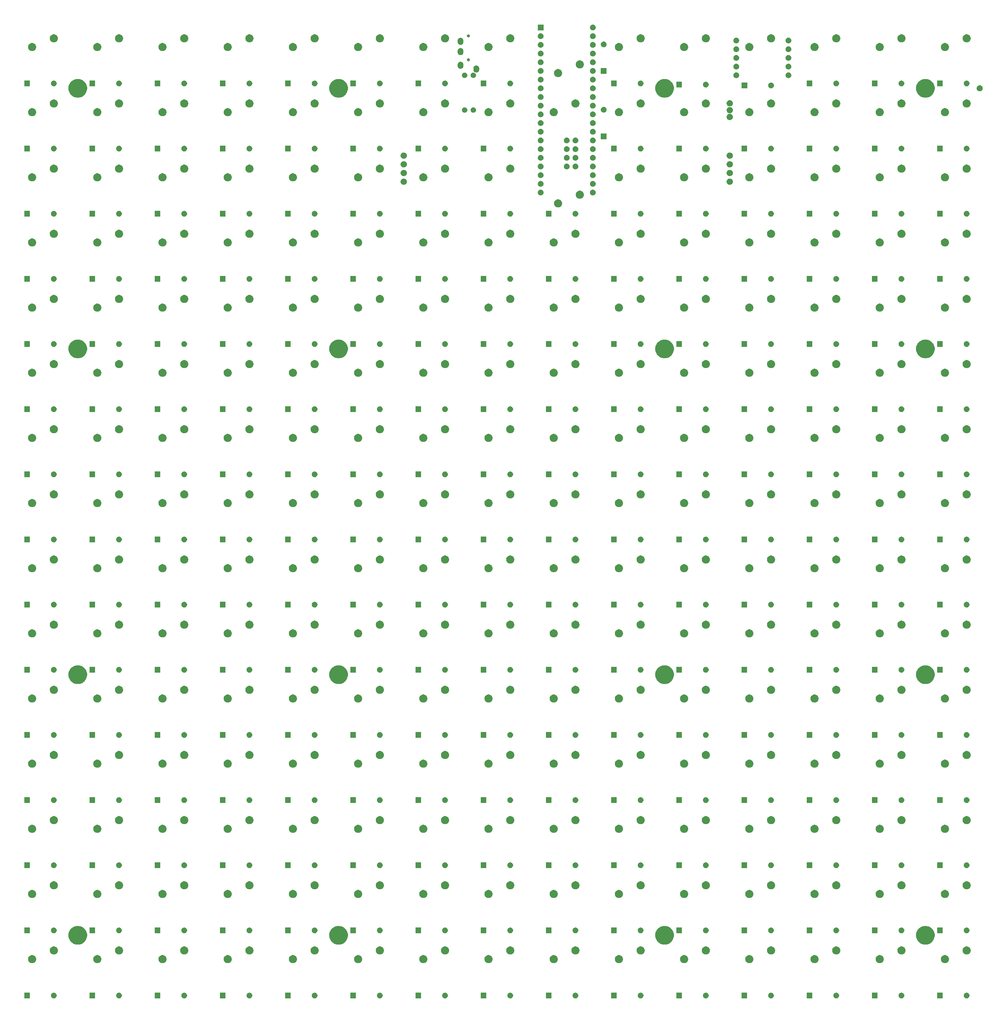
<source format=gbr>
G04 #@! TF.GenerationSoftware,KiCad,Pcbnew,(5.0.0)*
G04 #@! TF.CreationDate,2018-07-31T20:13:39-04:00*
G04 #@! TF.ProjectId,scrabblepad,7363726162626C657061642E6B696361,rev?*
G04 #@! TF.SameCoordinates,Original*
G04 #@! TF.FileFunction,Soldermask,Top*
G04 #@! TF.FilePolarity,Negative*
%FSLAX46Y46*%
G04 Gerber Fmt 4.6, Leading zero omitted, Abs format (unit mm)*
G04 Created by KiCad (PCBNEW (5.0.0)) date 07/31/18 20:13:39*
%MOMM*%
%LPD*%
G01*
G04 APERTURE LIST*
%ADD10C,0.150000*%
G04 APERTURE END LIST*
D10*
G36*
X307580019Y-302567281D02*
X307732889Y-302630602D01*
X307824403Y-302691750D01*
X307870471Y-302722531D01*
X307987469Y-302839529D01*
X307987470Y-302839531D01*
X308079398Y-302977111D01*
X308142719Y-303129981D01*
X308175000Y-303292267D01*
X308175000Y-303457733D01*
X308142719Y-303620019D01*
X308079398Y-303772889D01*
X308018250Y-303864403D01*
X307987469Y-303910471D01*
X307870471Y-304027469D01*
X307824403Y-304058250D01*
X307732889Y-304119398D01*
X307580019Y-304182719D01*
X307417733Y-304215000D01*
X307252267Y-304215000D01*
X307089981Y-304182719D01*
X306937111Y-304119398D01*
X306845597Y-304058250D01*
X306799529Y-304027469D01*
X306682531Y-303910471D01*
X306651750Y-303864403D01*
X306590602Y-303772889D01*
X306527281Y-303620019D01*
X306495000Y-303457733D01*
X306495000Y-303292267D01*
X306527281Y-303129981D01*
X306590602Y-302977111D01*
X306682530Y-302839531D01*
X306682531Y-302839529D01*
X306799529Y-302722531D01*
X306845597Y-302691750D01*
X306937111Y-302630602D01*
X307089981Y-302567281D01*
X307252267Y-302535000D01*
X307417733Y-302535000D01*
X307580019Y-302567281D01*
X307580019Y-302567281D01*
G37*
G36*
X167025000Y-304215000D02*
X165345000Y-304215000D01*
X165345000Y-302535000D01*
X167025000Y-302535000D01*
X167025000Y-304215000D01*
X167025000Y-304215000D01*
G37*
G36*
X288530019Y-302567281D02*
X288682889Y-302630602D01*
X288774403Y-302691750D01*
X288820471Y-302722531D01*
X288937469Y-302839529D01*
X288937470Y-302839531D01*
X289029398Y-302977111D01*
X289092719Y-303129981D01*
X289125000Y-303292267D01*
X289125000Y-303457733D01*
X289092719Y-303620019D01*
X289029398Y-303772889D01*
X288968250Y-303864403D01*
X288937469Y-303910471D01*
X288820471Y-304027469D01*
X288774403Y-304058250D01*
X288682889Y-304119398D01*
X288530019Y-304182719D01*
X288367733Y-304215000D01*
X288202267Y-304215000D01*
X288039981Y-304182719D01*
X287887111Y-304119398D01*
X287795597Y-304058250D01*
X287749529Y-304027469D01*
X287632531Y-303910471D01*
X287601750Y-303864403D01*
X287540602Y-303772889D01*
X287477281Y-303620019D01*
X287445000Y-303457733D01*
X287445000Y-303292267D01*
X287477281Y-303129981D01*
X287540602Y-302977111D01*
X287632530Y-302839531D01*
X287632531Y-302839529D01*
X287749529Y-302722531D01*
X287795597Y-302691750D01*
X287887111Y-302630602D01*
X288039981Y-302567281D01*
X288202267Y-302535000D01*
X288367733Y-302535000D01*
X288530019Y-302567281D01*
X288530019Y-302567281D01*
G37*
G36*
X281325000Y-304215000D02*
X279645000Y-304215000D01*
X279645000Y-302535000D01*
X281325000Y-302535000D01*
X281325000Y-304215000D01*
X281325000Y-304215000D01*
G37*
G36*
X269480019Y-302567281D02*
X269632889Y-302630602D01*
X269724403Y-302691750D01*
X269770471Y-302722531D01*
X269887469Y-302839529D01*
X269887470Y-302839531D01*
X269979398Y-302977111D01*
X270042719Y-303129981D01*
X270075000Y-303292267D01*
X270075000Y-303457733D01*
X270042719Y-303620019D01*
X269979398Y-303772889D01*
X269918250Y-303864403D01*
X269887469Y-303910471D01*
X269770471Y-304027469D01*
X269724403Y-304058250D01*
X269632889Y-304119398D01*
X269480019Y-304182719D01*
X269317733Y-304215000D01*
X269152267Y-304215000D01*
X268989981Y-304182719D01*
X268837111Y-304119398D01*
X268745597Y-304058250D01*
X268699529Y-304027469D01*
X268582531Y-303910471D01*
X268551750Y-303864403D01*
X268490602Y-303772889D01*
X268427281Y-303620019D01*
X268395000Y-303457733D01*
X268395000Y-303292267D01*
X268427281Y-303129981D01*
X268490602Y-302977111D01*
X268582530Y-302839531D01*
X268582531Y-302839529D01*
X268699529Y-302722531D01*
X268745597Y-302691750D01*
X268837111Y-302630602D01*
X268989981Y-302567281D01*
X269152267Y-302535000D01*
X269317733Y-302535000D01*
X269480019Y-302567281D01*
X269480019Y-302567281D01*
G37*
G36*
X262275000Y-304215000D02*
X260595000Y-304215000D01*
X260595000Y-302535000D01*
X262275000Y-302535000D01*
X262275000Y-304215000D01*
X262275000Y-304215000D01*
G37*
G36*
X250430019Y-302567281D02*
X250582889Y-302630602D01*
X250674403Y-302691750D01*
X250720471Y-302722531D01*
X250837469Y-302839529D01*
X250837470Y-302839531D01*
X250929398Y-302977111D01*
X250992719Y-303129981D01*
X251025000Y-303292267D01*
X251025000Y-303457733D01*
X250992719Y-303620019D01*
X250929398Y-303772889D01*
X250868250Y-303864403D01*
X250837469Y-303910471D01*
X250720471Y-304027469D01*
X250674403Y-304058250D01*
X250582889Y-304119398D01*
X250430019Y-304182719D01*
X250267733Y-304215000D01*
X250102267Y-304215000D01*
X249939981Y-304182719D01*
X249787111Y-304119398D01*
X249695597Y-304058250D01*
X249649529Y-304027469D01*
X249532531Y-303910471D01*
X249501750Y-303864403D01*
X249440602Y-303772889D01*
X249377281Y-303620019D01*
X249345000Y-303457733D01*
X249345000Y-303292267D01*
X249377281Y-303129981D01*
X249440602Y-302977111D01*
X249532530Y-302839531D01*
X249532531Y-302839529D01*
X249649529Y-302722531D01*
X249695597Y-302691750D01*
X249787111Y-302630602D01*
X249939981Y-302567281D01*
X250102267Y-302535000D01*
X250267733Y-302535000D01*
X250430019Y-302567281D01*
X250430019Y-302567281D01*
G37*
G36*
X243225000Y-304215000D02*
X241545000Y-304215000D01*
X241545000Y-302535000D01*
X243225000Y-302535000D01*
X243225000Y-304215000D01*
X243225000Y-304215000D01*
G37*
G36*
X231380019Y-302567281D02*
X231532889Y-302630602D01*
X231624403Y-302691750D01*
X231670471Y-302722531D01*
X231787469Y-302839529D01*
X231787470Y-302839531D01*
X231879398Y-302977111D01*
X231942719Y-303129981D01*
X231975000Y-303292267D01*
X231975000Y-303457733D01*
X231942719Y-303620019D01*
X231879398Y-303772889D01*
X231818250Y-303864403D01*
X231787469Y-303910471D01*
X231670471Y-304027469D01*
X231624403Y-304058250D01*
X231532889Y-304119398D01*
X231380019Y-304182719D01*
X231217733Y-304215000D01*
X231052267Y-304215000D01*
X230889981Y-304182719D01*
X230737111Y-304119398D01*
X230645597Y-304058250D01*
X230599529Y-304027469D01*
X230482531Y-303910471D01*
X230451750Y-303864403D01*
X230390602Y-303772889D01*
X230327281Y-303620019D01*
X230295000Y-303457733D01*
X230295000Y-303292267D01*
X230327281Y-303129981D01*
X230390602Y-302977111D01*
X230482530Y-302839531D01*
X230482531Y-302839529D01*
X230599529Y-302722531D01*
X230645597Y-302691750D01*
X230737111Y-302630602D01*
X230889981Y-302567281D01*
X231052267Y-302535000D01*
X231217733Y-302535000D01*
X231380019Y-302567281D01*
X231380019Y-302567281D01*
G37*
G36*
X224175000Y-304215000D02*
X222495000Y-304215000D01*
X222495000Y-302535000D01*
X224175000Y-302535000D01*
X224175000Y-304215000D01*
X224175000Y-304215000D01*
G37*
G36*
X212330019Y-302567281D02*
X212482889Y-302630602D01*
X212574403Y-302691750D01*
X212620471Y-302722531D01*
X212737469Y-302839529D01*
X212737470Y-302839531D01*
X212829398Y-302977111D01*
X212892719Y-303129981D01*
X212925000Y-303292267D01*
X212925000Y-303457733D01*
X212892719Y-303620019D01*
X212829398Y-303772889D01*
X212768250Y-303864403D01*
X212737469Y-303910471D01*
X212620471Y-304027469D01*
X212574403Y-304058250D01*
X212482889Y-304119398D01*
X212330019Y-304182719D01*
X212167733Y-304215000D01*
X212002267Y-304215000D01*
X211839981Y-304182719D01*
X211687111Y-304119398D01*
X211595597Y-304058250D01*
X211549529Y-304027469D01*
X211432531Y-303910471D01*
X211401750Y-303864403D01*
X211340602Y-303772889D01*
X211277281Y-303620019D01*
X211245000Y-303457733D01*
X211245000Y-303292267D01*
X211277281Y-303129981D01*
X211340602Y-302977111D01*
X211432530Y-302839531D01*
X211432531Y-302839529D01*
X211549529Y-302722531D01*
X211595597Y-302691750D01*
X211687111Y-302630602D01*
X211839981Y-302567281D01*
X212002267Y-302535000D01*
X212167733Y-302535000D01*
X212330019Y-302567281D01*
X212330019Y-302567281D01*
G37*
G36*
X205125000Y-304215000D02*
X203445000Y-304215000D01*
X203445000Y-302535000D01*
X205125000Y-302535000D01*
X205125000Y-304215000D01*
X205125000Y-304215000D01*
G37*
G36*
X193280019Y-302567281D02*
X193432889Y-302630602D01*
X193524403Y-302691750D01*
X193570471Y-302722531D01*
X193687469Y-302839529D01*
X193687470Y-302839531D01*
X193779398Y-302977111D01*
X193842719Y-303129981D01*
X193875000Y-303292267D01*
X193875000Y-303457733D01*
X193842719Y-303620019D01*
X193779398Y-303772889D01*
X193718250Y-303864403D01*
X193687469Y-303910471D01*
X193570471Y-304027469D01*
X193524403Y-304058250D01*
X193432889Y-304119398D01*
X193280019Y-304182719D01*
X193117733Y-304215000D01*
X192952267Y-304215000D01*
X192789981Y-304182719D01*
X192637111Y-304119398D01*
X192545597Y-304058250D01*
X192499529Y-304027469D01*
X192382531Y-303910471D01*
X192351750Y-303864403D01*
X192290602Y-303772889D01*
X192227281Y-303620019D01*
X192195000Y-303457733D01*
X192195000Y-303292267D01*
X192227281Y-303129981D01*
X192290602Y-302977111D01*
X192382530Y-302839531D01*
X192382531Y-302839529D01*
X192499529Y-302722531D01*
X192545597Y-302691750D01*
X192637111Y-302630602D01*
X192789981Y-302567281D01*
X192952267Y-302535000D01*
X193117733Y-302535000D01*
X193280019Y-302567281D01*
X193280019Y-302567281D01*
G37*
G36*
X186075000Y-304215000D02*
X184395000Y-304215000D01*
X184395000Y-302535000D01*
X186075000Y-302535000D01*
X186075000Y-304215000D01*
X186075000Y-304215000D01*
G37*
G36*
X174230019Y-302567281D02*
X174382889Y-302630602D01*
X174474403Y-302691750D01*
X174520471Y-302722531D01*
X174637469Y-302839529D01*
X174637470Y-302839531D01*
X174729398Y-302977111D01*
X174792719Y-303129981D01*
X174825000Y-303292267D01*
X174825000Y-303457733D01*
X174792719Y-303620019D01*
X174729398Y-303772889D01*
X174668250Y-303864403D01*
X174637469Y-303910471D01*
X174520471Y-304027469D01*
X174474403Y-304058250D01*
X174382889Y-304119398D01*
X174230019Y-304182719D01*
X174067733Y-304215000D01*
X173902267Y-304215000D01*
X173739981Y-304182719D01*
X173587111Y-304119398D01*
X173495597Y-304058250D01*
X173449529Y-304027469D01*
X173332531Y-303910471D01*
X173301750Y-303864403D01*
X173240602Y-303772889D01*
X173177281Y-303620019D01*
X173145000Y-303457733D01*
X173145000Y-303292267D01*
X173177281Y-303129981D01*
X173240602Y-302977111D01*
X173332530Y-302839531D01*
X173332531Y-302839529D01*
X173449529Y-302722531D01*
X173495597Y-302691750D01*
X173587111Y-302630602D01*
X173739981Y-302567281D01*
X173902267Y-302535000D01*
X174067733Y-302535000D01*
X174230019Y-302567281D01*
X174230019Y-302567281D01*
G37*
G36*
X300375000Y-304215000D02*
X298695000Y-304215000D01*
X298695000Y-302535000D01*
X300375000Y-302535000D01*
X300375000Y-304215000D01*
X300375000Y-304215000D01*
G37*
G36*
X147975000Y-304215000D02*
X146295000Y-304215000D01*
X146295000Y-302535000D01*
X147975000Y-302535000D01*
X147975000Y-304215000D01*
X147975000Y-304215000D01*
G37*
G36*
X33675000Y-304215000D02*
X31995000Y-304215000D01*
X31995000Y-302535000D01*
X33675000Y-302535000D01*
X33675000Y-304215000D01*
X33675000Y-304215000D01*
G37*
G36*
X40880019Y-302567281D02*
X41032889Y-302630602D01*
X41124403Y-302691750D01*
X41170471Y-302722531D01*
X41287469Y-302839529D01*
X41287470Y-302839531D01*
X41379398Y-302977111D01*
X41442719Y-303129981D01*
X41475000Y-303292267D01*
X41475000Y-303457733D01*
X41442719Y-303620019D01*
X41379398Y-303772889D01*
X41318250Y-303864403D01*
X41287469Y-303910471D01*
X41170471Y-304027469D01*
X41124403Y-304058250D01*
X41032889Y-304119398D01*
X40880019Y-304182719D01*
X40717733Y-304215000D01*
X40552267Y-304215000D01*
X40389981Y-304182719D01*
X40237111Y-304119398D01*
X40145597Y-304058250D01*
X40099529Y-304027469D01*
X39982531Y-303910471D01*
X39951750Y-303864403D01*
X39890602Y-303772889D01*
X39827281Y-303620019D01*
X39795000Y-303457733D01*
X39795000Y-303292267D01*
X39827281Y-303129981D01*
X39890602Y-302977111D01*
X39982530Y-302839531D01*
X39982531Y-302839529D01*
X40099529Y-302722531D01*
X40145597Y-302691750D01*
X40237111Y-302630602D01*
X40389981Y-302567281D01*
X40552267Y-302535000D01*
X40717733Y-302535000D01*
X40880019Y-302567281D01*
X40880019Y-302567281D01*
G37*
G36*
X52725000Y-304215000D02*
X51045000Y-304215000D01*
X51045000Y-302535000D01*
X52725000Y-302535000D01*
X52725000Y-304215000D01*
X52725000Y-304215000D01*
G37*
G36*
X59930019Y-302567281D02*
X60082889Y-302630602D01*
X60174403Y-302691750D01*
X60220471Y-302722531D01*
X60337469Y-302839529D01*
X60337470Y-302839531D01*
X60429398Y-302977111D01*
X60492719Y-303129981D01*
X60525000Y-303292267D01*
X60525000Y-303457733D01*
X60492719Y-303620019D01*
X60429398Y-303772889D01*
X60368250Y-303864403D01*
X60337469Y-303910471D01*
X60220471Y-304027469D01*
X60174403Y-304058250D01*
X60082889Y-304119398D01*
X59930019Y-304182719D01*
X59767733Y-304215000D01*
X59602267Y-304215000D01*
X59439981Y-304182719D01*
X59287111Y-304119398D01*
X59195597Y-304058250D01*
X59149529Y-304027469D01*
X59032531Y-303910471D01*
X59001750Y-303864403D01*
X58940602Y-303772889D01*
X58877281Y-303620019D01*
X58845000Y-303457733D01*
X58845000Y-303292267D01*
X58877281Y-303129981D01*
X58940602Y-302977111D01*
X59032530Y-302839531D01*
X59032531Y-302839529D01*
X59149529Y-302722531D01*
X59195597Y-302691750D01*
X59287111Y-302630602D01*
X59439981Y-302567281D01*
X59602267Y-302535000D01*
X59767733Y-302535000D01*
X59930019Y-302567281D01*
X59930019Y-302567281D01*
G37*
G36*
X71775000Y-304215000D02*
X70095000Y-304215000D01*
X70095000Y-302535000D01*
X71775000Y-302535000D01*
X71775000Y-304215000D01*
X71775000Y-304215000D01*
G37*
G36*
X78980019Y-302567281D02*
X79132889Y-302630602D01*
X79224403Y-302691750D01*
X79270471Y-302722531D01*
X79387469Y-302839529D01*
X79387470Y-302839531D01*
X79479398Y-302977111D01*
X79542719Y-303129981D01*
X79575000Y-303292267D01*
X79575000Y-303457733D01*
X79542719Y-303620019D01*
X79479398Y-303772889D01*
X79418250Y-303864403D01*
X79387469Y-303910471D01*
X79270471Y-304027469D01*
X79224403Y-304058250D01*
X79132889Y-304119398D01*
X78980019Y-304182719D01*
X78817733Y-304215000D01*
X78652267Y-304215000D01*
X78489981Y-304182719D01*
X78337111Y-304119398D01*
X78245597Y-304058250D01*
X78199529Y-304027469D01*
X78082531Y-303910471D01*
X78051750Y-303864403D01*
X77990602Y-303772889D01*
X77927281Y-303620019D01*
X77895000Y-303457733D01*
X77895000Y-303292267D01*
X77927281Y-303129981D01*
X77990602Y-302977111D01*
X78082530Y-302839531D01*
X78082531Y-302839529D01*
X78199529Y-302722531D01*
X78245597Y-302691750D01*
X78337111Y-302630602D01*
X78489981Y-302567281D01*
X78652267Y-302535000D01*
X78817733Y-302535000D01*
X78980019Y-302567281D01*
X78980019Y-302567281D01*
G37*
G36*
X90825000Y-304215000D02*
X89145000Y-304215000D01*
X89145000Y-302535000D01*
X90825000Y-302535000D01*
X90825000Y-304215000D01*
X90825000Y-304215000D01*
G37*
G36*
X98030019Y-302567281D02*
X98182889Y-302630602D01*
X98274403Y-302691750D01*
X98320471Y-302722531D01*
X98437469Y-302839529D01*
X98437470Y-302839531D01*
X98529398Y-302977111D01*
X98592719Y-303129981D01*
X98625000Y-303292267D01*
X98625000Y-303457733D01*
X98592719Y-303620019D01*
X98529398Y-303772889D01*
X98468250Y-303864403D01*
X98437469Y-303910471D01*
X98320471Y-304027469D01*
X98274403Y-304058250D01*
X98182889Y-304119398D01*
X98030019Y-304182719D01*
X97867733Y-304215000D01*
X97702267Y-304215000D01*
X97539981Y-304182719D01*
X97387111Y-304119398D01*
X97295597Y-304058250D01*
X97249529Y-304027469D01*
X97132531Y-303910471D01*
X97101750Y-303864403D01*
X97040602Y-303772889D01*
X96977281Y-303620019D01*
X96945000Y-303457733D01*
X96945000Y-303292267D01*
X96977281Y-303129981D01*
X97040602Y-302977111D01*
X97132530Y-302839531D01*
X97132531Y-302839529D01*
X97249529Y-302722531D01*
X97295597Y-302691750D01*
X97387111Y-302630602D01*
X97539981Y-302567281D01*
X97702267Y-302535000D01*
X97867733Y-302535000D01*
X98030019Y-302567281D01*
X98030019Y-302567281D01*
G37*
G36*
X109875000Y-304215000D02*
X108195000Y-304215000D01*
X108195000Y-302535000D01*
X109875000Y-302535000D01*
X109875000Y-304215000D01*
X109875000Y-304215000D01*
G37*
G36*
X117080019Y-302567281D02*
X117232889Y-302630602D01*
X117324403Y-302691750D01*
X117370471Y-302722531D01*
X117487469Y-302839529D01*
X117487470Y-302839531D01*
X117579398Y-302977111D01*
X117642719Y-303129981D01*
X117675000Y-303292267D01*
X117675000Y-303457733D01*
X117642719Y-303620019D01*
X117579398Y-303772889D01*
X117518250Y-303864403D01*
X117487469Y-303910471D01*
X117370471Y-304027469D01*
X117324403Y-304058250D01*
X117232889Y-304119398D01*
X117080019Y-304182719D01*
X116917733Y-304215000D01*
X116752267Y-304215000D01*
X116589981Y-304182719D01*
X116437111Y-304119398D01*
X116345597Y-304058250D01*
X116299529Y-304027469D01*
X116182531Y-303910471D01*
X116151750Y-303864403D01*
X116090602Y-303772889D01*
X116027281Y-303620019D01*
X115995000Y-303457733D01*
X115995000Y-303292267D01*
X116027281Y-303129981D01*
X116090602Y-302977111D01*
X116182530Y-302839531D01*
X116182531Y-302839529D01*
X116299529Y-302722531D01*
X116345597Y-302691750D01*
X116437111Y-302630602D01*
X116589981Y-302567281D01*
X116752267Y-302535000D01*
X116917733Y-302535000D01*
X117080019Y-302567281D01*
X117080019Y-302567281D01*
G37*
G36*
X128925000Y-304215000D02*
X127245000Y-304215000D01*
X127245000Y-302535000D01*
X128925000Y-302535000D01*
X128925000Y-304215000D01*
X128925000Y-304215000D01*
G37*
G36*
X136130019Y-302567281D02*
X136282889Y-302630602D01*
X136374403Y-302691750D01*
X136420471Y-302722531D01*
X136537469Y-302839529D01*
X136537470Y-302839531D01*
X136629398Y-302977111D01*
X136692719Y-303129981D01*
X136725000Y-303292267D01*
X136725000Y-303457733D01*
X136692719Y-303620019D01*
X136629398Y-303772889D01*
X136568250Y-303864403D01*
X136537469Y-303910471D01*
X136420471Y-304027469D01*
X136374403Y-304058250D01*
X136282889Y-304119398D01*
X136130019Y-304182719D01*
X135967733Y-304215000D01*
X135802267Y-304215000D01*
X135639981Y-304182719D01*
X135487111Y-304119398D01*
X135395597Y-304058250D01*
X135349529Y-304027469D01*
X135232531Y-303910471D01*
X135201750Y-303864403D01*
X135140602Y-303772889D01*
X135077281Y-303620019D01*
X135045000Y-303457733D01*
X135045000Y-303292267D01*
X135077281Y-303129981D01*
X135140602Y-302977111D01*
X135232530Y-302839531D01*
X135232531Y-302839529D01*
X135349529Y-302722531D01*
X135395597Y-302691750D01*
X135487111Y-302630602D01*
X135639981Y-302567281D01*
X135802267Y-302535000D01*
X135967733Y-302535000D01*
X136130019Y-302567281D01*
X136130019Y-302567281D01*
G37*
G36*
X155180019Y-302567281D02*
X155332889Y-302630602D01*
X155424403Y-302691750D01*
X155470471Y-302722531D01*
X155587469Y-302839529D01*
X155587470Y-302839531D01*
X155679398Y-302977111D01*
X155742719Y-303129981D01*
X155775000Y-303292267D01*
X155775000Y-303457733D01*
X155742719Y-303620019D01*
X155679398Y-303772889D01*
X155618250Y-303864403D01*
X155587469Y-303910471D01*
X155470471Y-304027469D01*
X155424403Y-304058250D01*
X155332889Y-304119398D01*
X155180019Y-304182719D01*
X155017733Y-304215000D01*
X154852267Y-304215000D01*
X154689981Y-304182719D01*
X154537111Y-304119398D01*
X154445597Y-304058250D01*
X154399529Y-304027469D01*
X154282531Y-303910471D01*
X154251750Y-303864403D01*
X154190602Y-303772889D01*
X154127281Y-303620019D01*
X154095000Y-303457733D01*
X154095000Y-303292267D01*
X154127281Y-303129981D01*
X154190602Y-302977111D01*
X154282530Y-302839531D01*
X154282531Y-302839529D01*
X154399529Y-302722531D01*
X154445597Y-302691750D01*
X154537111Y-302630602D01*
X154689981Y-302567281D01*
X154852267Y-302535000D01*
X155017733Y-302535000D01*
X155180019Y-302567281D01*
X155180019Y-302567281D01*
G37*
G36*
X129885067Y-291597461D02*
X130011183Y-291649700D01*
X130100361Y-291686639D01*
X130229242Y-291772755D01*
X130294121Y-291816105D01*
X130458895Y-291980879D01*
X130458896Y-291980881D01*
X130588361Y-292174639D01*
X130588361Y-292174640D01*
X130677539Y-292389933D01*
X130723000Y-292618483D01*
X130723000Y-292851517D01*
X130677539Y-293080067D01*
X130625300Y-293206183D01*
X130588361Y-293295361D01*
X130502245Y-293424242D01*
X130458895Y-293489121D01*
X130294121Y-293653895D01*
X130229242Y-293697245D01*
X130100361Y-293783361D01*
X130011183Y-293820300D01*
X129885067Y-293872539D01*
X129656517Y-293918000D01*
X129423483Y-293918000D01*
X129194933Y-293872539D01*
X129068817Y-293820300D01*
X128979639Y-293783361D01*
X128850758Y-293697245D01*
X128785879Y-293653895D01*
X128621105Y-293489121D01*
X128577755Y-293424242D01*
X128491639Y-293295361D01*
X128454700Y-293206183D01*
X128402461Y-293080067D01*
X128357000Y-292851517D01*
X128357000Y-292618483D01*
X128402461Y-292389933D01*
X128491639Y-292174640D01*
X128491639Y-292174639D01*
X128621104Y-291980881D01*
X128621105Y-291980879D01*
X128785879Y-291816105D01*
X128850758Y-291772755D01*
X128979639Y-291686639D01*
X129068817Y-291649700D01*
X129194933Y-291597461D01*
X129423483Y-291552000D01*
X129656517Y-291552000D01*
X129885067Y-291597461D01*
X129885067Y-291597461D01*
G37*
G36*
X225135067Y-291597461D02*
X225261183Y-291649700D01*
X225350361Y-291686639D01*
X225479242Y-291772755D01*
X225544121Y-291816105D01*
X225708895Y-291980879D01*
X225708896Y-291980881D01*
X225838361Y-292174639D01*
X225838361Y-292174640D01*
X225927539Y-292389933D01*
X225973000Y-292618483D01*
X225973000Y-292851517D01*
X225927539Y-293080067D01*
X225875300Y-293206183D01*
X225838361Y-293295361D01*
X225752245Y-293424242D01*
X225708895Y-293489121D01*
X225544121Y-293653895D01*
X225479242Y-293697245D01*
X225350361Y-293783361D01*
X225261183Y-293820300D01*
X225135067Y-293872539D01*
X224906517Y-293918000D01*
X224673483Y-293918000D01*
X224444933Y-293872539D01*
X224318817Y-293820300D01*
X224229639Y-293783361D01*
X224100758Y-293697245D01*
X224035879Y-293653895D01*
X223871105Y-293489121D01*
X223827755Y-293424242D01*
X223741639Y-293295361D01*
X223704700Y-293206183D01*
X223652461Y-293080067D01*
X223607000Y-292851517D01*
X223607000Y-292618483D01*
X223652461Y-292389933D01*
X223741639Y-292174640D01*
X223741639Y-292174639D01*
X223871104Y-291980881D01*
X223871105Y-291980879D01*
X224035879Y-291816105D01*
X224100758Y-291772755D01*
X224229639Y-291686639D01*
X224318817Y-291649700D01*
X224444933Y-291597461D01*
X224673483Y-291552000D01*
X224906517Y-291552000D01*
X225135067Y-291597461D01*
X225135067Y-291597461D01*
G37*
G36*
X244185067Y-291597461D02*
X244311183Y-291649700D01*
X244400361Y-291686639D01*
X244529242Y-291772755D01*
X244594121Y-291816105D01*
X244758895Y-291980879D01*
X244758896Y-291980881D01*
X244888361Y-292174639D01*
X244888361Y-292174640D01*
X244977539Y-292389933D01*
X245023000Y-292618483D01*
X245023000Y-292851517D01*
X244977539Y-293080067D01*
X244925300Y-293206183D01*
X244888361Y-293295361D01*
X244802245Y-293424242D01*
X244758895Y-293489121D01*
X244594121Y-293653895D01*
X244529242Y-293697245D01*
X244400361Y-293783361D01*
X244311183Y-293820300D01*
X244185067Y-293872539D01*
X243956517Y-293918000D01*
X243723483Y-293918000D01*
X243494933Y-293872539D01*
X243368817Y-293820300D01*
X243279639Y-293783361D01*
X243150758Y-293697245D01*
X243085879Y-293653895D01*
X242921105Y-293489121D01*
X242877755Y-293424242D01*
X242791639Y-293295361D01*
X242754700Y-293206183D01*
X242702461Y-293080067D01*
X242657000Y-292851517D01*
X242657000Y-292618483D01*
X242702461Y-292389933D01*
X242791639Y-292174640D01*
X242791639Y-292174639D01*
X242921104Y-291980881D01*
X242921105Y-291980879D01*
X243085879Y-291816105D01*
X243150758Y-291772755D01*
X243279639Y-291686639D01*
X243368817Y-291649700D01*
X243494933Y-291597461D01*
X243723483Y-291552000D01*
X243956517Y-291552000D01*
X244185067Y-291597461D01*
X244185067Y-291597461D01*
G37*
G36*
X34635067Y-291597461D02*
X34761183Y-291649700D01*
X34850361Y-291686639D01*
X34979242Y-291772755D01*
X35044121Y-291816105D01*
X35208895Y-291980879D01*
X35208896Y-291980881D01*
X35338361Y-292174639D01*
X35338361Y-292174640D01*
X35427539Y-292389933D01*
X35473000Y-292618483D01*
X35473000Y-292851517D01*
X35427539Y-293080067D01*
X35375300Y-293206183D01*
X35338361Y-293295361D01*
X35252245Y-293424242D01*
X35208895Y-293489121D01*
X35044121Y-293653895D01*
X34979242Y-293697245D01*
X34850361Y-293783361D01*
X34761183Y-293820300D01*
X34635067Y-293872539D01*
X34406517Y-293918000D01*
X34173483Y-293918000D01*
X33944933Y-293872539D01*
X33818817Y-293820300D01*
X33729639Y-293783361D01*
X33600758Y-293697245D01*
X33535879Y-293653895D01*
X33371105Y-293489121D01*
X33327755Y-293424242D01*
X33241639Y-293295361D01*
X33204700Y-293206183D01*
X33152461Y-293080067D01*
X33107000Y-292851517D01*
X33107000Y-292618483D01*
X33152461Y-292389933D01*
X33241639Y-292174640D01*
X33241639Y-292174639D01*
X33371104Y-291980881D01*
X33371105Y-291980879D01*
X33535879Y-291816105D01*
X33600758Y-291772755D01*
X33729639Y-291686639D01*
X33818817Y-291649700D01*
X33944933Y-291597461D01*
X34173483Y-291552000D01*
X34406517Y-291552000D01*
X34635067Y-291597461D01*
X34635067Y-291597461D01*
G37*
G36*
X263235067Y-291597461D02*
X263361183Y-291649700D01*
X263450361Y-291686639D01*
X263579242Y-291772755D01*
X263644121Y-291816105D01*
X263808895Y-291980879D01*
X263808896Y-291980881D01*
X263938361Y-292174639D01*
X263938361Y-292174640D01*
X264027539Y-292389933D01*
X264073000Y-292618483D01*
X264073000Y-292851517D01*
X264027539Y-293080067D01*
X263975300Y-293206183D01*
X263938361Y-293295361D01*
X263852245Y-293424242D01*
X263808895Y-293489121D01*
X263644121Y-293653895D01*
X263579242Y-293697245D01*
X263450361Y-293783361D01*
X263361183Y-293820300D01*
X263235067Y-293872539D01*
X263006517Y-293918000D01*
X262773483Y-293918000D01*
X262544933Y-293872539D01*
X262418817Y-293820300D01*
X262329639Y-293783361D01*
X262200758Y-293697245D01*
X262135879Y-293653895D01*
X261971105Y-293489121D01*
X261927755Y-293424242D01*
X261841639Y-293295361D01*
X261804700Y-293206183D01*
X261752461Y-293080067D01*
X261707000Y-292851517D01*
X261707000Y-292618483D01*
X261752461Y-292389933D01*
X261841639Y-292174640D01*
X261841639Y-292174639D01*
X261971104Y-291980881D01*
X261971105Y-291980879D01*
X262135879Y-291816105D01*
X262200758Y-291772755D01*
X262329639Y-291686639D01*
X262418817Y-291649700D01*
X262544933Y-291597461D01*
X262773483Y-291552000D01*
X263006517Y-291552000D01*
X263235067Y-291597461D01*
X263235067Y-291597461D01*
G37*
G36*
X148935067Y-291597461D02*
X149061183Y-291649700D01*
X149150361Y-291686639D01*
X149279242Y-291772755D01*
X149344121Y-291816105D01*
X149508895Y-291980879D01*
X149508896Y-291980881D01*
X149638361Y-292174639D01*
X149638361Y-292174640D01*
X149727539Y-292389933D01*
X149773000Y-292618483D01*
X149773000Y-292851517D01*
X149727539Y-293080067D01*
X149675300Y-293206183D01*
X149638361Y-293295361D01*
X149552245Y-293424242D01*
X149508895Y-293489121D01*
X149344121Y-293653895D01*
X149279242Y-293697245D01*
X149150361Y-293783361D01*
X149061183Y-293820300D01*
X148935067Y-293872539D01*
X148706517Y-293918000D01*
X148473483Y-293918000D01*
X148244933Y-293872539D01*
X148118817Y-293820300D01*
X148029639Y-293783361D01*
X147900758Y-293697245D01*
X147835879Y-293653895D01*
X147671105Y-293489121D01*
X147627755Y-293424242D01*
X147541639Y-293295361D01*
X147504700Y-293206183D01*
X147452461Y-293080067D01*
X147407000Y-292851517D01*
X147407000Y-292618483D01*
X147452461Y-292389933D01*
X147541639Y-292174640D01*
X147541639Y-292174639D01*
X147671104Y-291980881D01*
X147671105Y-291980879D01*
X147835879Y-291816105D01*
X147900758Y-291772755D01*
X148029639Y-291686639D01*
X148118817Y-291649700D01*
X148244933Y-291597461D01*
X148473483Y-291552000D01*
X148706517Y-291552000D01*
X148935067Y-291597461D01*
X148935067Y-291597461D01*
G37*
G36*
X167985067Y-291597461D02*
X168111183Y-291649700D01*
X168200361Y-291686639D01*
X168329242Y-291772755D01*
X168394121Y-291816105D01*
X168558895Y-291980879D01*
X168558896Y-291980881D01*
X168688361Y-292174639D01*
X168688361Y-292174640D01*
X168777539Y-292389933D01*
X168823000Y-292618483D01*
X168823000Y-292851517D01*
X168777539Y-293080067D01*
X168725300Y-293206183D01*
X168688361Y-293295361D01*
X168602245Y-293424242D01*
X168558895Y-293489121D01*
X168394121Y-293653895D01*
X168329242Y-293697245D01*
X168200361Y-293783361D01*
X168111183Y-293820300D01*
X167985067Y-293872539D01*
X167756517Y-293918000D01*
X167523483Y-293918000D01*
X167294933Y-293872539D01*
X167168817Y-293820300D01*
X167079639Y-293783361D01*
X166950758Y-293697245D01*
X166885879Y-293653895D01*
X166721105Y-293489121D01*
X166677755Y-293424242D01*
X166591639Y-293295361D01*
X166554700Y-293206183D01*
X166502461Y-293080067D01*
X166457000Y-292851517D01*
X166457000Y-292618483D01*
X166502461Y-292389933D01*
X166591639Y-292174640D01*
X166591639Y-292174639D01*
X166721104Y-291980881D01*
X166721105Y-291980879D01*
X166885879Y-291816105D01*
X166950758Y-291772755D01*
X167079639Y-291686639D01*
X167168817Y-291649700D01*
X167294933Y-291597461D01*
X167523483Y-291552000D01*
X167756517Y-291552000D01*
X167985067Y-291597461D01*
X167985067Y-291597461D01*
G37*
G36*
X91785067Y-291597461D02*
X91911183Y-291649700D01*
X92000361Y-291686639D01*
X92129242Y-291772755D01*
X92194121Y-291816105D01*
X92358895Y-291980879D01*
X92358896Y-291980881D01*
X92488361Y-292174639D01*
X92488361Y-292174640D01*
X92577539Y-292389933D01*
X92623000Y-292618483D01*
X92623000Y-292851517D01*
X92577539Y-293080067D01*
X92525300Y-293206183D01*
X92488361Y-293295361D01*
X92402245Y-293424242D01*
X92358895Y-293489121D01*
X92194121Y-293653895D01*
X92129242Y-293697245D01*
X92000361Y-293783361D01*
X91911183Y-293820300D01*
X91785067Y-293872539D01*
X91556517Y-293918000D01*
X91323483Y-293918000D01*
X91094933Y-293872539D01*
X90968817Y-293820300D01*
X90879639Y-293783361D01*
X90750758Y-293697245D01*
X90685879Y-293653895D01*
X90521105Y-293489121D01*
X90477755Y-293424242D01*
X90391639Y-293295361D01*
X90354700Y-293206183D01*
X90302461Y-293080067D01*
X90257000Y-292851517D01*
X90257000Y-292618483D01*
X90302461Y-292389933D01*
X90391639Y-292174640D01*
X90391639Y-292174639D01*
X90521104Y-291980881D01*
X90521105Y-291980879D01*
X90685879Y-291816105D01*
X90750758Y-291772755D01*
X90879639Y-291686639D01*
X90968817Y-291649700D01*
X91094933Y-291597461D01*
X91323483Y-291552000D01*
X91556517Y-291552000D01*
X91785067Y-291597461D01*
X91785067Y-291597461D01*
G37*
G36*
X53685067Y-291597461D02*
X53811183Y-291649700D01*
X53900361Y-291686639D01*
X54029242Y-291772755D01*
X54094121Y-291816105D01*
X54258895Y-291980879D01*
X54258896Y-291980881D01*
X54388361Y-292174639D01*
X54388361Y-292174640D01*
X54477539Y-292389933D01*
X54523000Y-292618483D01*
X54523000Y-292851517D01*
X54477539Y-293080067D01*
X54425300Y-293206183D01*
X54388361Y-293295361D01*
X54302245Y-293424242D01*
X54258895Y-293489121D01*
X54094121Y-293653895D01*
X54029242Y-293697245D01*
X53900361Y-293783361D01*
X53811183Y-293820300D01*
X53685067Y-293872539D01*
X53456517Y-293918000D01*
X53223483Y-293918000D01*
X52994933Y-293872539D01*
X52868817Y-293820300D01*
X52779639Y-293783361D01*
X52650758Y-293697245D01*
X52585879Y-293653895D01*
X52421105Y-293489121D01*
X52377755Y-293424242D01*
X52291639Y-293295361D01*
X52254700Y-293206183D01*
X52202461Y-293080067D01*
X52157000Y-292851517D01*
X52157000Y-292618483D01*
X52202461Y-292389933D01*
X52291639Y-292174640D01*
X52291639Y-292174639D01*
X52421104Y-291980881D01*
X52421105Y-291980879D01*
X52585879Y-291816105D01*
X52650758Y-291772755D01*
X52779639Y-291686639D01*
X52868817Y-291649700D01*
X52994933Y-291597461D01*
X53223483Y-291552000D01*
X53456517Y-291552000D01*
X53685067Y-291597461D01*
X53685067Y-291597461D01*
G37*
G36*
X187035067Y-291597461D02*
X187161183Y-291649700D01*
X187250361Y-291686639D01*
X187379242Y-291772755D01*
X187444121Y-291816105D01*
X187608895Y-291980879D01*
X187608896Y-291980881D01*
X187738361Y-292174639D01*
X187738361Y-292174640D01*
X187827539Y-292389933D01*
X187873000Y-292618483D01*
X187873000Y-292851517D01*
X187827539Y-293080067D01*
X187775300Y-293206183D01*
X187738361Y-293295361D01*
X187652245Y-293424242D01*
X187608895Y-293489121D01*
X187444121Y-293653895D01*
X187379242Y-293697245D01*
X187250361Y-293783361D01*
X187161183Y-293820300D01*
X187035067Y-293872539D01*
X186806517Y-293918000D01*
X186573483Y-293918000D01*
X186344933Y-293872539D01*
X186218817Y-293820300D01*
X186129639Y-293783361D01*
X186000758Y-293697245D01*
X185935879Y-293653895D01*
X185771105Y-293489121D01*
X185727755Y-293424242D01*
X185641639Y-293295361D01*
X185604700Y-293206183D01*
X185552461Y-293080067D01*
X185507000Y-292851517D01*
X185507000Y-292618483D01*
X185552461Y-292389933D01*
X185641639Y-292174640D01*
X185641639Y-292174639D01*
X185771104Y-291980881D01*
X185771105Y-291980879D01*
X185935879Y-291816105D01*
X186000758Y-291772755D01*
X186129639Y-291686639D01*
X186218817Y-291649700D01*
X186344933Y-291597461D01*
X186573483Y-291552000D01*
X186806517Y-291552000D01*
X187035067Y-291597461D01*
X187035067Y-291597461D01*
G37*
G36*
X301335067Y-291597461D02*
X301461183Y-291649700D01*
X301550361Y-291686639D01*
X301679242Y-291772755D01*
X301744121Y-291816105D01*
X301908895Y-291980879D01*
X301908896Y-291980881D01*
X302038361Y-292174639D01*
X302038361Y-292174640D01*
X302127539Y-292389933D01*
X302173000Y-292618483D01*
X302173000Y-292851517D01*
X302127539Y-293080067D01*
X302075300Y-293206183D01*
X302038361Y-293295361D01*
X301952245Y-293424242D01*
X301908895Y-293489121D01*
X301744121Y-293653895D01*
X301679242Y-293697245D01*
X301550361Y-293783361D01*
X301461183Y-293820300D01*
X301335067Y-293872539D01*
X301106517Y-293918000D01*
X300873483Y-293918000D01*
X300644933Y-293872539D01*
X300518817Y-293820300D01*
X300429639Y-293783361D01*
X300300758Y-293697245D01*
X300235879Y-293653895D01*
X300071105Y-293489121D01*
X300027755Y-293424242D01*
X299941639Y-293295361D01*
X299904700Y-293206183D01*
X299852461Y-293080067D01*
X299807000Y-292851517D01*
X299807000Y-292618483D01*
X299852461Y-292389933D01*
X299941639Y-292174640D01*
X299941639Y-292174639D01*
X300071104Y-291980881D01*
X300071105Y-291980879D01*
X300235879Y-291816105D01*
X300300758Y-291772755D01*
X300429639Y-291686639D01*
X300518817Y-291649700D01*
X300644933Y-291597461D01*
X300873483Y-291552000D01*
X301106517Y-291552000D01*
X301335067Y-291597461D01*
X301335067Y-291597461D01*
G37*
G36*
X72735067Y-291597461D02*
X72861183Y-291649700D01*
X72950361Y-291686639D01*
X73079242Y-291772755D01*
X73144121Y-291816105D01*
X73308895Y-291980879D01*
X73308896Y-291980881D01*
X73438361Y-292174639D01*
X73438361Y-292174640D01*
X73527539Y-292389933D01*
X73573000Y-292618483D01*
X73573000Y-292851517D01*
X73527539Y-293080067D01*
X73475300Y-293206183D01*
X73438361Y-293295361D01*
X73352245Y-293424242D01*
X73308895Y-293489121D01*
X73144121Y-293653895D01*
X73079242Y-293697245D01*
X72950361Y-293783361D01*
X72861183Y-293820300D01*
X72735067Y-293872539D01*
X72506517Y-293918000D01*
X72273483Y-293918000D01*
X72044933Y-293872539D01*
X71918817Y-293820300D01*
X71829639Y-293783361D01*
X71700758Y-293697245D01*
X71635879Y-293653895D01*
X71471105Y-293489121D01*
X71427755Y-293424242D01*
X71341639Y-293295361D01*
X71304700Y-293206183D01*
X71252461Y-293080067D01*
X71207000Y-292851517D01*
X71207000Y-292618483D01*
X71252461Y-292389933D01*
X71341639Y-292174640D01*
X71341639Y-292174639D01*
X71471104Y-291980881D01*
X71471105Y-291980879D01*
X71635879Y-291816105D01*
X71700758Y-291772755D01*
X71829639Y-291686639D01*
X71918817Y-291649700D01*
X72044933Y-291597461D01*
X72273483Y-291552000D01*
X72506517Y-291552000D01*
X72735067Y-291597461D01*
X72735067Y-291597461D01*
G37*
G36*
X282285067Y-291597461D02*
X282411183Y-291649700D01*
X282500361Y-291686639D01*
X282629242Y-291772755D01*
X282694121Y-291816105D01*
X282858895Y-291980879D01*
X282858896Y-291980881D01*
X282988361Y-292174639D01*
X282988361Y-292174640D01*
X283077539Y-292389933D01*
X283123000Y-292618483D01*
X283123000Y-292851517D01*
X283077539Y-293080067D01*
X283025300Y-293206183D01*
X282988361Y-293295361D01*
X282902245Y-293424242D01*
X282858895Y-293489121D01*
X282694121Y-293653895D01*
X282629242Y-293697245D01*
X282500361Y-293783361D01*
X282411183Y-293820300D01*
X282285067Y-293872539D01*
X282056517Y-293918000D01*
X281823483Y-293918000D01*
X281594933Y-293872539D01*
X281468817Y-293820300D01*
X281379639Y-293783361D01*
X281250758Y-293697245D01*
X281185879Y-293653895D01*
X281021105Y-293489121D01*
X280977755Y-293424242D01*
X280891639Y-293295361D01*
X280854700Y-293206183D01*
X280802461Y-293080067D01*
X280757000Y-292851517D01*
X280757000Y-292618483D01*
X280802461Y-292389933D01*
X280891639Y-292174640D01*
X280891639Y-292174639D01*
X281021104Y-291980881D01*
X281021105Y-291980879D01*
X281185879Y-291816105D01*
X281250758Y-291772755D01*
X281379639Y-291686639D01*
X281468817Y-291649700D01*
X281594933Y-291597461D01*
X281823483Y-291552000D01*
X282056517Y-291552000D01*
X282285067Y-291597461D01*
X282285067Y-291597461D01*
G37*
G36*
X206085067Y-291597461D02*
X206211183Y-291649700D01*
X206300361Y-291686639D01*
X206429242Y-291772755D01*
X206494121Y-291816105D01*
X206658895Y-291980879D01*
X206658896Y-291980881D01*
X206788361Y-292174639D01*
X206788361Y-292174640D01*
X206877539Y-292389933D01*
X206923000Y-292618483D01*
X206923000Y-292851517D01*
X206877539Y-293080067D01*
X206825300Y-293206183D01*
X206788361Y-293295361D01*
X206702245Y-293424242D01*
X206658895Y-293489121D01*
X206494121Y-293653895D01*
X206429242Y-293697245D01*
X206300361Y-293783361D01*
X206211183Y-293820300D01*
X206085067Y-293872539D01*
X205856517Y-293918000D01*
X205623483Y-293918000D01*
X205394933Y-293872539D01*
X205268817Y-293820300D01*
X205179639Y-293783361D01*
X205050758Y-293697245D01*
X204985879Y-293653895D01*
X204821105Y-293489121D01*
X204777755Y-293424242D01*
X204691639Y-293295361D01*
X204654700Y-293206183D01*
X204602461Y-293080067D01*
X204557000Y-292851517D01*
X204557000Y-292618483D01*
X204602461Y-292389933D01*
X204691639Y-292174640D01*
X204691639Y-292174639D01*
X204821104Y-291980881D01*
X204821105Y-291980879D01*
X204985879Y-291816105D01*
X205050758Y-291772755D01*
X205179639Y-291686639D01*
X205268817Y-291649700D01*
X205394933Y-291597461D01*
X205623483Y-291552000D01*
X205856517Y-291552000D01*
X206085067Y-291597461D01*
X206085067Y-291597461D01*
G37*
G36*
X110835067Y-291597461D02*
X110961183Y-291649700D01*
X111050361Y-291686639D01*
X111179242Y-291772755D01*
X111244121Y-291816105D01*
X111408895Y-291980879D01*
X111408896Y-291980881D01*
X111538361Y-292174639D01*
X111538361Y-292174640D01*
X111627539Y-292389933D01*
X111673000Y-292618483D01*
X111673000Y-292851517D01*
X111627539Y-293080067D01*
X111575300Y-293206183D01*
X111538361Y-293295361D01*
X111452245Y-293424242D01*
X111408895Y-293489121D01*
X111244121Y-293653895D01*
X111179242Y-293697245D01*
X111050361Y-293783361D01*
X110961183Y-293820300D01*
X110835067Y-293872539D01*
X110606517Y-293918000D01*
X110373483Y-293918000D01*
X110144933Y-293872539D01*
X110018817Y-293820300D01*
X109929639Y-293783361D01*
X109800758Y-293697245D01*
X109735879Y-293653895D01*
X109571105Y-293489121D01*
X109527755Y-293424242D01*
X109441639Y-293295361D01*
X109404700Y-293206183D01*
X109352461Y-293080067D01*
X109307000Y-292851517D01*
X109307000Y-292618483D01*
X109352461Y-292389933D01*
X109441639Y-292174640D01*
X109441639Y-292174639D01*
X109571104Y-291980881D01*
X109571105Y-291980879D01*
X109735879Y-291816105D01*
X109800758Y-291772755D01*
X109929639Y-291686639D01*
X110018817Y-291649700D01*
X110144933Y-291597461D01*
X110373483Y-291552000D01*
X110606517Y-291552000D01*
X110835067Y-291597461D01*
X110835067Y-291597461D01*
G37*
G36*
X98135067Y-289057461D02*
X98261183Y-289109700D01*
X98350361Y-289146639D01*
X98479242Y-289232755D01*
X98544121Y-289276105D01*
X98708895Y-289440879D01*
X98708896Y-289440881D01*
X98838361Y-289634639D01*
X98838361Y-289634640D01*
X98927539Y-289849933D01*
X98973000Y-290078483D01*
X98973000Y-290311517D01*
X98927539Y-290540067D01*
X98875300Y-290666183D01*
X98838361Y-290755361D01*
X98752245Y-290884242D01*
X98708895Y-290949121D01*
X98544121Y-291113895D01*
X98479242Y-291157245D01*
X98350361Y-291243361D01*
X98261183Y-291280300D01*
X98135067Y-291332539D01*
X97906517Y-291378000D01*
X97673483Y-291378000D01*
X97444933Y-291332539D01*
X97318817Y-291280300D01*
X97229639Y-291243361D01*
X97100758Y-291157245D01*
X97035879Y-291113895D01*
X96871105Y-290949121D01*
X96827755Y-290884242D01*
X96741639Y-290755361D01*
X96704700Y-290666183D01*
X96652461Y-290540067D01*
X96607000Y-290311517D01*
X96607000Y-290078483D01*
X96652461Y-289849933D01*
X96741639Y-289634640D01*
X96741639Y-289634639D01*
X96871104Y-289440881D01*
X96871105Y-289440879D01*
X97035879Y-289276105D01*
X97100758Y-289232755D01*
X97229639Y-289146639D01*
X97318817Y-289109700D01*
X97444933Y-289057461D01*
X97673483Y-289012000D01*
X97906517Y-289012000D01*
X98135067Y-289057461D01*
X98135067Y-289057461D01*
G37*
G36*
X60035067Y-289057461D02*
X60161183Y-289109700D01*
X60250361Y-289146639D01*
X60379242Y-289232755D01*
X60444121Y-289276105D01*
X60608895Y-289440879D01*
X60608896Y-289440881D01*
X60738361Y-289634639D01*
X60738361Y-289634640D01*
X60827539Y-289849933D01*
X60873000Y-290078483D01*
X60873000Y-290311517D01*
X60827539Y-290540067D01*
X60775300Y-290666183D01*
X60738361Y-290755361D01*
X60652245Y-290884242D01*
X60608895Y-290949121D01*
X60444121Y-291113895D01*
X60379242Y-291157245D01*
X60250361Y-291243361D01*
X60161183Y-291280300D01*
X60035067Y-291332539D01*
X59806517Y-291378000D01*
X59573483Y-291378000D01*
X59344933Y-291332539D01*
X59218817Y-291280300D01*
X59129639Y-291243361D01*
X59000758Y-291157245D01*
X58935879Y-291113895D01*
X58771105Y-290949121D01*
X58727755Y-290884242D01*
X58641639Y-290755361D01*
X58604700Y-290666183D01*
X58552461Y-290540067D01*
X58507000Y-290311517D01*
X58507000Y-290078483D01*
X58552461Y-289849933D01*
X58641639Y-289634640D01*
X58641639Y-289634639D01*
X58771104Y-289440881D01*
X58771105Y-289440879D01*
X58935879Y-289276105D01*
X59000758Y-289232755D01*
X59129639Y-289146639D01*
X59218817Y-289109700D01*
X59344933Y-289057461D01*
X59573483Y-289012000D01*
X59806517Y-289012000D01*
X60035067Y-289057461D01*
X60035067Y-289057461D01*
G37*
G36*
X117185067Y-289057461D02*
X117311183Y-289109700D01*
X117400361Y-289146639D01*
X117529242Y-289232755D01*
X117594121Y-289276105D01*
X117758895Y-289440879D01*
X117758896Y-289440881D01*
X117888361Y-289634639D01*
X117888361Y-289634640D01*
X117977539Y-289849933D01*
X118023000Y-290078483D01*
X118023000Y-290311517D01*
X117977539Y-290540067D01*
X117925300Y-290666183D01*
X117888361Y-290755361D01*
X117802245Y-290884242D01*
X117758895Y-290949121D01*
X117594121Y-291113895D01*
X117529242Y-291157245D01*
X117400361Y-291243361D01*
X117311183Y-291280300D01*
X117185067Y-291332539D01*
X116956517Y-291378000D01*
X116723483Y-291378000D01*
X116494933Y-291332539D01*
X116368817Y-291280300D01*
X116279639Y-291243361D01*
X116150758Y-291157245D01*
X116085879Y-291113895D01*
X115921105Y-290949121D01*
X115877755Y-290884242D01*
X115791639Y-290755361D01*
X115754700Y-290666183D01*
X115702461Y-290540067D01*
X115657000Y-290311517D01*
X115657000Y-290078483D01*
X115702461Y-289849933D01*
X115791639Y-289634640D01*
X115791639Y-289634639D01*
X115921104Y-289440881D01*
X115921105Y-289440879D01*
X116085879Y-289276105D01*
X116150758Y-289232755D01*
X116279639Y-289146639D01*
X116368817Y-289109700D01*
X116494933Y-289057461D01*
X116723483Y-289012000D01*
X116956517Y-289012000D01*
X117185067Y-289057461D01*
X117185067Y-289057461D01*
G37*
G36*
X136235067Y-289057461D02*
X136361183Y-289109700D01*
X136450361Y-289146639D01*
X136579242Y-289232755D01*
X136644121Y-289276105D01*
X136808895Y-289440879D01*
X136808896Y-289440881D01*
X136938361Y-289634639D01*
X136938361Y-289634640D01*
X137027539Y-289849933D01*
X137073000Y-290078483D01*
X137073000Y-290311517D01*
X137027539Y-290540067D01*
X136975300Y-290666183D01*
X136938361Y-290755361D01*
X136852245Y-290884242D01*
X136808895Y-290949121D01*
X136644121Y-291113895D01*
X136579242Y-291157245D01*
X136450361Y-291243361D01*
X136361183Y-291280300D01*
X136235067Y-291332539D01*
X136006517Y-291378000D01*
X135773483Y-291378000D01*
X135544933Y-291332539D01*
X135418817Y-291280300D01*
X135329639Y-291243361D01*
X135200758Y-291157245D01*
X135135879Y-291113895D01*
X134971105Y-290949121D01*
X134927755Y-290884242D01*
X134841639Y-290755361D01*
X134804700Y-290666183D01*
X134752461Y-290540067D01*
X134707000Y-290311517D01*
X134707000Y-290078483D01*
X134752461Y-289849933D01*
X134841639Y-289634640D01*
X134841639Y-289634639D01*
X134971104Y-289440881D01*
X134971105Y-289440879D01*
X135135879Y-289276105D01*
X135200758Y-289232755D01*
X135329639Y-289146639D01*
X135418817Y-289109700D01*
X135544933Y-289057461D01*
X135773483Y-289012000D01*
X136006517Y-289012000D01*
X136235067Y-289057461D01*
X136235067Y-289057461D01*
G37*
G36*
X155285067Y-289057461D02*
X155411183Y-289109700D01*
X155500361Y-289146639D01*
X155629242Y-289232755D01*
X155694121Y-289276105D01*
X155858895Y-289440879D01*
X155858896Y-289440881D01*
X155988361Y-289634639D01*
X155988361Y-289634640D01*
X156077539Y-289849933D01*
X156123000Y-290078483D01*
X156123000Y-290311517D01*
X156077539Y-290540067D01*
X156025300Y-290666183D01*
X155988361Y-290755361D01*
X155902245Y-290884242D01*
X155858895Y-290949121D01*
X155694121Y-291113895D01*
X155629242Y-291157245D01*
X155500361Y-291243361D01*
X155411183Y-291280300D01*
X155285067Y-291332539D01*
X155056517Y-291378000D01*
X154823483Y-291378000D01*
X154594933Y-291332539D01*
X154468817Y-291280300D01*
X154379639Y-291243361D01*
X154250758Y-291157245D01*
X154185879Y-291113895D01*
X154021105Y-290949121D01*
X153977755Y-290884242D01*
X153891639Y-290755361D01*
X153854700Y-290666183D01*
X153802461Y-290540067D01*
X153757000Y-290311517D01*
X153757000Y-290078483D01*
X153802461Y-289849933D01*
X153891639Y-289634640D01*
X153891639Y-289634639D01*
X154021104Y-289440881D01*
X154021105Y-289440879D01*
X154185879Y-289276105D01*
X154250758Y-289232755D01*
X154379639Y-289146639D01*
X154468817Y-289109700D01*
X154594933Y-289057461D01*
X154823483Y-289012000D01*
X155056517Y-289012000D01*
X155285067Y-289057461D01*
X155285067Y-289057461D01*
G37*
G36*
X193385067Y-289057461D02*
X193511183Y-289109700D01*
X193600361Y-289146639D01*
X193729242Y-289232755D01*
X193794121Y-289276105D01*
X193958895Y-289440879D01*
X193958896Y-289440881D01*
X194088361Y-289634639D01*
X194088361Y-289634640D01*
X194177539Y-289849933D01*
X194223000Y-290078483D01*
X194223000Y-290311517D01*
X194177539Y-290540067D01*
X194125300Y-290666183D01*
X194088361Y-290755361D01*
X194002245Y-290884242D01*
X193958895Y-290949121D01*
X193794121Y-291113895D01*
X193729242Y-291157245D01*
X193600361Y-291243361D01*
X193511183Y-291280300D01*
X193385067Y-291332539D01*
X193156517Y-291378000D01*
X192923483Y-291378000D01*
X192694933Y-291332539D01*
X192568817Y-291280300D01*
X192479639Y-291243361D01*
X192350758Y-291157245D01*
X192285879Y-291113895D01*
X192121105Y-290949121D01*
X192077755Y-290884242D01*
X191991639Y-290755361D01*
X191954700Y-290666183D01*
X191902461Y-290540067D01*
X191857000Y-290311517D01*
X191857000Y-290078483D01*
X191902461Y-289849933D01*
X191991639Y-289634640D01*
X191991639Y-289634639D01*
X192121104Y-289440881D01*
X192121105Y-289440879D01*
X192285879Y-289276105D01*
X192350758Y-289232755D01*
X192479639Y-289146639D01*
X192568817Y-289109700D01*
X192694933Y-289057461D01*
X192923483Y-289012000D01*
X193156517Y-289012000D01*
X193385067Y-289057461D01*
X193385067Y-289057461D01*
G37*
G36*
X212435067Y-289057461D02*
X212561183Y-289109700D01*
X212650361Y-289146639D01*
X212779242Y-289232755D01*
X212844121Y-289276105D01*
X213008895Y-289440879D01*
X213008896Y-289440881D01*
X213138361Y-289634639D01*
X213138361Y-289634640D01*
X213227539Y-289849933D01*
X213273000Y-290078483D01*
X213273000Y-290311517D01*
X213227539Y-290540067D01*
X213175300Y-290666183D01*
X213138361Y-290755361D01*
X213052245Y-290884242D01*
X213008895Y-290949121D01*
X212844121Y-291113895D01*
X212779242Y-291157245D01*
X212650361Y-291243361D01*
X212561183Y-291280300D01*
X212435067Y-291332539D01*
X212206517Y-291378000D01*
X211973483Y-291378000D01*
X211744933Y-291332539D01*
X211618817Y-291280300D01*
X211529639Y-291243361D01*
X211400758Y-291157245D01*
X211335879Y-291113895D01*
X211171105Y-290949121D01*
X211127755Y-290884242D01*
X211041639Y-290755361D01*
X211004700Y-290666183D01*
X210952461Y-290540067D01*
X210907000Y-290311517D01*
X210907000Y-290078483D01*
X210952461Y-289849933D01*
X211041639Y-289634640D01*
X211041639Y-289634639D01*
X211171104Y-289440881D01*
X211171105Y-289440879D01*
X211335879Y-289276105D01*
X211400758Y-289232755D01*
X211529639Y-289146639D01*
X211618817Y-289109700D01*
X211744933Y-289057461D01*
X211973483Y-289012000D01*
X212206517Y-289012000D01*
X212435067Y-289057461D01*
X212435067Y-289057461D01*
G37*
G36*
X250535067Y-289057461D02*
X250661183Y-289109700D01*
X250750361Y-289146639D01*
X250879242Y-289232755D01*
X250944121Y-289276105D01*
X251108895Y-289440879D01*
X251108896Y-289440881D01*
X251238361Y-289634639D01*
X251238361Y-289634640D01*
X251327539Y-289849933D01*
X251373000Y-290078483D01*
X251373000Y-290311517D01*
X251327539Y-290540067D01*
X251275300Y-290666183D01*
X251238361Y-290755361D01*
X251152245Y-290884242D01*
X251108895Y-290949121D01*
X250944121Y-291113895D01*
X250879242Y-291157245D01*
X250750361Y-291243361D01*
X250661183Y-291280300D01*
X250535067Y-291332539D01*
X250306517Y-291378000D01*
X250073483Y-291378000D01*
X249844933Y-291332539D01*
X249718817Y-291280300D01*
X249629639Y-291243361D01*
X249500758Y-291157245D01*
X249435879Y-291113895D01*
X249271105Y-290949121D01*
X249227755Y-290884242D01*
X249141639Y-290755361D01*
X249104700Y-290666183D01*
X249052461Y-290540067D01*
X249007000Y-290311517D01*
X249007000Y-290078483D01*
X249052461Y-289849933D01*
X249141639Y-289634640D01*
X249141639Y-289634639D01*
X249271104Y-289440881D01*
X249271105Y-289440879D01*
X249435879Y-289276105D01*
X249500758Y-289232755D01*
X249629639Y-289146639D01*
X249718817Y-289109700D01*
X249844933Y-289057461D01*
X250073483Y-289012000D01*
X250306517Y-289012000D01*
X250535067Y-289057461D01*
X250535067Y-289057461D01*
G37*
G36*
X269585067Y-289057461D02*
X269711183Y-289109700D01*
X269800361Y-289146639D01*
X269929242Y-289232755D01*
X269994121Y-289276105D01*
X270158895Y-289440879D01*
X270158896Y-289440881D01*
X270288361Y-289634639D01*
X270288361Y-289634640D01*
X270377539Y-289849933D01*
X270423000Y-290078483D01*
X270423000Y-290311517D01*
X270377539Y-290540067D01*
X270325300Y-290666183D01*
X270288361Y-290755361D01*
X270202245Y-290884242D01*
X270158895Y-290949121D01*
X269994121Y-291113895D01*
X269929242Y-291157245D01*
X269800361Y-291243361D01*
X269711183Y-291280300D01*
X269585067Y-291332539D01*
X269356517Y-291378000D01*
X269123483Y-291378000D01*
X268894933Y-291332539D01*
X268768817Y-291280300D01*
X268679639Y-291243361D01*
X268550758Y-291157245D01*
X268485879Y-291113895D01*
X268321105Y-290949121D01*
X268277755Y-290884242D01*
X268191639Y-290755361D01*
X268154700Y-290666183D01*
X268102461Y-290540067D01*
X268057000Y-290311517D01*
X268057000Y-290078483D01*
X268102461Y-289849933D01*
X268191639Y-289634640D01*
X268191639Y-289634639D01*
X268321104Y-289440881D01*
X268321105Y-289440879D01*
X268485879Y-289276105D01*
X268550758Y-289232755D01*
X268679639Y-289146639D01*
X268768817Y-289109700D01*
X268894933Y-289057461D01*
X269123483Y-289012000D01*
X269356517Y-289012000D01*
X269585067Y-289057461D01*
X269585067Y-289057461D01*
G37*
G36*
X288635067Y-289057461D02*
X288761183Y-289109700D01*
X288850361Y-289146639D01*
X288979242Y-289232755D01*
X289044121Y-289276105D01*
X289208895Y-289440879D01*
X289208896Y-289440881D01*
X289338361Y-289634639D01*
X289338361Y-289634640D01*
X289427539Y-289849933D01*
X289473000Y-290078483D01*
X289473000Y-290311517D01*
X289427539Y-290540067D01*
X289375300Y-290666183D01*
X289338361Y-290755361D01*
X289252245Y-290884242D01*
X289208895Y-290949121D01*
X289044121Y-291113895D01*
X288979242Y-291157245D01*
X288850361Y-291243361D01*
X288761183Y-291280300D01*
X288635067Y-291332539D01*
X288406517Y-291378000D01*
X288173483Y-291378000D01*
X287944933Y-291332539D01*
X287818817Y-291280300D01*
X287729639Y-291243361D01*
X287600758Y-291157245D01*
X287535879Y-291113895D01*
X287371105Y-290949121D01*
X287327755Y-290884242D01*
X287241639Y-290755361D01*
X287204700Y-290666183D01*
X287152461Y-290540067D01*
X287107000Y-290311517D01*
X287107000Y-290078483D01*
X287152461Y-289849933D01*
X287241639Y-289634640D01*
X287241639Y-289634639D01*
X287371104Y-289440881D01*
X287371105Y-289440879D01*
X287535879Y-289276105D01*
X287600758Y-289232755D01*
X287729639Y-289146639D01*
X287818817Y-289109700D01*
X287944933Y-289057461D01*
X288173483Y-289012000D01*
X288406517Y-289012000D01*
X288635067Y-289057461D01*
X288635067Y-289057461D01*
G37*
G36*
X307685067Y-289057461D02*
X307811183Y-289109700D01*
X307900361Y-289146639D01*
X308029242Y-289232755D01*
X308094121Y-289276105D01*
X308258895Y-289440879D01*
X308258896Y-289440881D01*
X308388361Y-289634639D01*
X308388361Y-289634640D01*
X308477539Y-289849933D01*
X308523000Y-290078483D01*
X308523000Y-290311517D01*
X308477539Y-290540067D01*
X308425300Y-290666183D01*
X308388361Y-290755361D01*
X308302245Y-290884242D01*
X308258895Y-290949121D01*
X308094121Y-291113895D01*
X308029242Y-291157245D01*
X307900361Y-291243361D01*
X307811183Y-291280300D01*
X307685067Y-291332539D01*
X307456517Y-291378000D01*
X307223483Y-291378000D01*
X306994933Y-291332539D01*
X306868817Y-291280300D01*
X306779639Y-291243361D01*
X306650758Y-291157245D01*
X306585879Y-291113895D01*
X306421105Y-290949121D01*
X306377755Y-290884242D01*
X306291639Y-290755361D01*
X306254700Y-290666183D01*
X306202461Y-290540067D01*
X306157000Y-290311517D01*
X306157000Y-290078483D01*
X306202461Y-289849933D01*
X306291639Y-289634640D01*
X306291639Y-289634639D01*
X306421104Y-289440881D01*
X306421105Y-289440879D01*
X306585879Y-289276105D01*
X306650758Y-289232755D01*
X306779639Y-289146639D01*
X306868817Y-289109700D01*
X306994933Y-289057461D01*
X307223483Y-289012000D01*
X307456517Y-289012000D01*
X307685067Y-289057461D01*
X307685067Y-289057461D01*
G37*
G36*
X79085067Y-289057461D02*
X79211183Y-289109700D01*
X79300361Y-289146639D01*
X79429242Y-289232755D01*
X79494121Y-289276105D01*
X79658895Y-289440879D01*
X79658896Y-289440881D01*
X79788361Y-289634639D01*
X79788361Y-289634640D01*
X79877539Y-289849933D01*
X79923000Y-290078483D01*
X79923000Y-290311517D01*
X79877539Y-290540067D01*
X79825300Y-290666183D01*
X79788361Y-290755361D01*
X79702245Y-290884242D01*
X79658895Y-290949121D01*
X79494121Y-291113895D01*
X79429242Y-291157245D01*
X79300361Y-291243361D01*
X79211183Y-291280300D01*
X79085067Y-291332539D01*
X78856517Y-291378000D01*
X78623483Y-291378000D01*
X78394933Y-291332539D01*
X78268817Y-291280300D01*
X78179639Y-291243361D01*
X78050758Y-291157245D01*
X77985879Y-291113895D01*
X77821105Y-290949121D01*
X77777755Y-290884242D01*
X77691639Y-290755361D01*
X77654700Y-290666183D01*
X77602461Y-290540067D01*
X77557000Y-290311517D01*
X77557000Y-290078483D01*
X77602461Y-289849933D01*
X77691639Y-289634640D01*
X77691639Y-289634639D01*
X77821104Y-289440881D01*
X77821105Y-289440879D01*
X77985879Y-289276105D01*
X78050758Y-289232755D01*
X78179639Y-289146639D01*
X78268817Y-289109700D01*
X78394933Y-289057461D01*
X78623483Y-289012000D01*
X78856517Y-289012000D01*
X79085067Y-289057461D01*
X79085067Y-289057461D01*
G37*
G36*
X174335067Y-289057461D02*
X174461183Y-289109700D01*
X174550361Y-289146639D01*
X174679242Y-289232755D01*
X174744121Y-289276105D01*
X174908895Y-289440879D01*
X174908896Y-289440881D01*
X175038361Y-289634639D01*
X175038361Y-289634640D01*
X175127539Y-289849933D01*
X175173000Y-290078483D01*
X175173000Y-290311517D01*
X175127539Y-290540067D01*
X175075300Y-290666183D01*
X175038361Y-290755361D01*
X174952245Y-290884242D01*
X174908895Y-290949121D01*
X174744121Y-291113895D01*
X174679242Y-291157245D01*
X174550361Y-291243361D01*
X174461183Y-291280300D01*
X174335067Y-291332539D01*
X174106517Y-291378000D01*
X173873483Y-291378000D01*
X173644933Y-291332539D01*
X173518817Y-291280300D01*
X173429639Y-291243361D01*
X173300758Y-291157245D01*
X173235879Y-291113895D01*
X173071105Y-290949121D01*
X173027755Y-290884242D01*
X172941639Y-290755361D01*
X172904700Y-290666183D01*
X172852461Y-290540067D01*
X172807000Y-290311517D01*
X172807000Y-290078483D01*
X172852461Y-289849933D01*
X172941639Y-289634640D01*
X172941639Y-289634639D01*
X173071104Y-289440881D01*
X173071105Y-289440879D01*
X173235879Y-289276105D01*
X173300758Y-289232755D01*
X173429639Y-289146639D01*
X173518817Y-289109700D01*
X173644933Y-289057461D01*
X173873483Y-289012000D01*
X174106517Y-289012000D01*
X174335067Y-289057461D01*
X174335067Y-289057461D01*
G37*
G36*
X40985067Y-289057461D02*
X41111183Y-289109700D01*
X41200361Y-289146639D01*
X41329242Y-289232755D01*
X41394121Y-289276105D01*
X41558895Y-289440879D01*
X41558896Y-289440881D01*
X41688361Y-289634639D01*
X41688361Y-289634640D01*
X41777539Y-289849933D01*
X41823000Y-290078483D01*
X41823000Y-290311517D01*
X41777539Y-290540067D01*
X41725300Y-290666183D01*
X41688361Y-290755361D01*
X41602245Y-290884242D01*
X41558895Y-290949121D01*
X41394121Y-291113895D01*
X41329242Y-291157245D01*
X41200361Y-291243361D01*
X41111183Y-291280300D01*
X40985067Y-291332539D01*
X40756517Y-291378000D01*
X40523483Y-291378000D01*
X40294933Y-291332539D01*
X40168817Y-291280300D01*
X40079639Y-291243361D01*
X39950758Y-291157245D01*
X39885879Y-291113895D01*
X39721105Y-290949121D01*
X39677755Y-290884242D01*
X39591639Y-290755361D01*
X39554700Y-290666183D01*
X39502461Y-290540067D01*
X39457000Y-290311517D01*
X39457000Y-290078483D01*
X39502461Y-289849933D01*
X39591639Y-289634640D01*
X39591639Y-289634639D01*
X39721104Y-289440881D01*
X39721105Y-289440879D01*
X39885879Y-289276105D01*
X39950758Y-289232755D01*
X40079639Y-289146639D01*
X40168817Y-289109700D01*
X40294933Y-289057461D01*
X40523483Y-289012000D01*
X40756517Y-289012000D01*
X40985067Y-289057461D01*
X40985067Y-289057461D01*
G37*
G36*
X231485067Y-289057461D02*
X231611183Y-289109700D01*
X231700361Y-289146639D01*
X231829242Y-289232755D01*
X231894121Y-289276105D01*
X232058895Y-289440879D01*
X232058896Y-289440881D01*
X232188361Y-289634639D01*
X232188361Y-289634640D01*
X232277539Y-289849933D01*
X232323000Y-290078483D01*
X232323000Y-290311517D01*
X232277539Y-290540067D01*
X232225300Y-290666183D01*
X232188361Y-290755361D01*
X232102245Y-290884242D01*
X232058895Y-290949121D01*
X231894121Y-291113895D01*
X231829242Y-291157245D01*
X231700361Y-291243361D01*
X231611183Y-291280300D01*
X231485067Y-291332539D01*
X231256517Y-291378000D01*
X231023483Y-291378000D01*
X230794933Y-291332539D01*
X230668817Y-291280300D01*
X230579639Y-291243361D01*
X230450758Y-291157245D01*
X230385879Y-291113895D01*
X230221105Y-290949121D01*
X230177755Y-290884242D01*
X230091639Y-290755361D01*
X230054700Y-290666183D01*
X230002461Y-290540067D01*
X229957000Y-290311517D01*
X229957000Y-290078483D01*
X230002461Y-289849933D01*
X230091639Y-289634640D01*
X230091639Y-289634639D01*
X230221104Y-289440881D01*
X230221105Y-289440879D01*
X230385879Y-289276105D01*
X230450758Y-289232755D01*
X230579639Y-289146639D01*
X230668817Y-289109700D01*
X230794933Y-289057461D01*
X231023483Y-289012000D01*
X231256517Y-289012000D01*
X231485067Y-289057461D01*
X231485067Y-289057461D01*
G37*
G36*
X124624229Y-283115296D02*
X125122877Y-283321843D01*
X125302142Y-283441625D01*
X125571651Y-283621704D01*
X125953296Y-284003349D01*
X126004500Y-284079982D01*
X126253157Y-284452123D01*
X126459704Y-284950771D01*
X126565000Y-285480134D01*
X126565000Y-286019866D01*
X126459704Y-286549229D01*
X126253157Y-287047877D01*
X126133375Y-287227142D01*
X125953296Y-287496651D01*
X125571651Y-287878296D01*
X125302142Y-288058375D01*
X125122877Y-288178157D01*
X124624229Y-288384704D01*
X124359547Y-288437352D01*
X124094867Y-288490000D01*
X123555133Y-288490000D01*
X123290453Y-288437352D01*
X123025771Y-288384704D01*
X122527123Y-288178157D01*
X122347858Y-288058375D01*
X122078349Y-287878296D01*
X121696704Y-287496651D01*
X121516625Y-287227142D01*
X121396843Y-287047877D01*
X121190296Y-286549229D01*
X121085000Y-286019866D01*
X121085000Y-285480134D01*
X121190296Y-284950771D01*
X121396843Y-284452123D01*
X121645500Y-284079982D01*
X121696704Y-284003349D01*
X122078349Y-283621704D01*
X122347858Y-283441625D01*
X122527123Y-283321843D01*
X123025771Y-283115296D01*
X123555133Y-283010000D01*
X124094867Y-283010000D01*
X124624229Y-283115296D01*
X124624229Y-283115296D01*
G37*
G36*
X296074229Y-283115296D02*
X296572877Y-283321843D01*
X296752142Y-283441625D01*
X297021651Y-283621704D01*
X297403296Y-284003349D01*
X297454500Y-284079982D01*
X297703157Y-284452123D01*
X297909704Y-284950771D01*
X298015000Y-285480134D01*
X298015000Y-286019866D01*
X297909704Y-286549229D01*
X297703157Y-287047877D01*
X297583375Y-287227142D01*
X297403296Y-287496651D01*
X297021651Y-287878296D01*
X296752142Y-288058375D01*
X296572877Y-288178157D01*
X296074229Y-288384704D01*
X295809547Y-288437352D01*
X295544867Y-288490000D01*
X295005133Y-288490000D01*
X294740453Y-288437352D01*
X294475771Y-288384704D01*
X293977123Y-288178157D01*
X293797858Y-288058375D01*
X293528349Y-287878296D01*
X293146704Y-287496651D01*
X292966625Y-287227142D01*
X292846843Y-287047877D01*
X292640296Y-286549229D01*
X292535000Y-286019866D01*
X292535000Y-285480134D01*
X292640296Y-284950771D01*
X292846843Y-284452123D01*
X293095500Y-284079982D01*
X293146704Y-284003349D01*
X293528349Y-283621704D01*
X293797858Y-283441625D01*
X293977123Y-283321843D01*
X294475771Y-283115296D01*
X295005133Y-283010000D01*
X295544867Y-283010000D01*
X296074229Y-283115296D01*
X296074229Y-283115296D01*
G37*
G36*
X48424229Y-283115296D02*
X48922877Y-283321843D01*
X49102142Y-283441625D01*
X49371651Y-283621704D01*
X49753296Y-284003349D01*
X49804500Y-284079982D01*
X50053157Y-284452123D01*
X50259704Y-284950771D01*
X50365000Y-285480134D01*
X50365000Y-286019866D01*
X50259704Y-286549229D01*
X50053157Y-287047877D01*
X49933375Y-287227142D01*
X49753296Y-287496651D01*
X49371651Y-287878296D01*
X49102142Y-288058375D01*
X48922877Y-288178157D01*
X48424229Y-288384704D01*
X48159547Y-288437352D01*
X47894867Y-288490000D01*
X47355133Y-288490000D01*
X47090453Y-288437352D01*
X46825771Y-288384704D01*
X46327123Y-288178157D01*
X46147858Y-288058375D01*
X45878349Y-287878296D01*
X45496704Y-287496651D01*
X45316625Y-287227142D01*
X45196843Y-287047877D01*
X44990296Y-286549229D01*
X44885000Y-286019866D01*
X44885000Y-285480134D01*
X44990296Y-284950771D01*
X45196843Y-284452123D01*
X45445500Y-284079982D01*
X45496704Y-284003349D01*
X45878349Y-283621704D01*
X46147858Y-283441625D01*
X46327123Y-283321843D01*
X46825771Y-283115296D01*
X47355133Y-283010000D01*
X47894867Y-283010000D01*
X48424229Y-283115296D01*
X48424229Y-283115296D01*
G37*
G36*
X219874229Y-283115296D02*
X220372877Y-283321843D01*
X220552142Y-283441625D01*
X220821651Y-283621704D01*
X221203296Y-284003349D01*
X221254500Y-284079982D01*
X221503157Y-284452123D01*
X221709704Y-284950771D01*
X221815000Y-285480134D01*
X221815000Y-286019866D01*
X221709704Y-286549229D01*
X221503157Y-287047877D01*
X221383375Y-287227142D01*
X221203296Y-287496651D01*
X220821651Y-287878296D01*
X220552142Y-288058375D01*
X220372877Y-288178157D01*
X219874229Y-288384704D01*
X219609547Y-288437352D01*
X219344867Y-288490000D01*
X218805133Y-288490000D01*
X218540453Y-288437352D01*
X218275771Y-288384704D01*
X217777123Y-288178157D01*
X217597858Y-288058375D01*
X217328349Y-287878296D01*
X216946704Y-287496651D01*
X216766625Y-287227142D01*
X216646843Y-287047877D01*
X216440296Y-286549229D01*
X216335000Y-286019866D01*
X216335000Y-285480134D01*
X216440296Y-284950771D01*
X216646843Y-284452123D01*
X216895500Y-284079982D01*
X216946704Y-284003349D01*
X217328349Y-283621704D01*
X217597858Y-283441625D01*
X217777123Y-283321843D01*
X218275771Y-283115296D01*
X218805133Y-283010000D01*
X219344867Y-283010000D01*
X219874229Y-283115296D01*
X219874229Y-283115296D01*
G37*
G36*
X174230019Y-283517281D02*
X174382889Y-283580602D01*
X174474403Y-283641750D01*
X174520471Y-283672531D01*
X174637469Y-283789529D01*
X174637470Y-283789531D01*
X174729398Y-283927111D01*
X174792719Y-284079981D01*
X174825000Y-284242267D01*
X174825000Y-284407733D01*
X174792719Y-284570019D01*
X174729398Y-284722889D01*
X174668250Y-284814403D01*
X174637469Y-284860471D01*
X174520471Y-284977469D01*
X174474403Y-285008250D01*
X174382889Y-285069398D01*
X174230019Y-285132719D01*
X174067733Y-285165000D01*
X173902267Y-285165000D01*
X173739981Y-285132719D01*
X173587111Y-285069398D01*
X173495597Y-285008250D01*
X173449529Y-284977469D01*
X173332531Y-284860471D01*
X173301750Y-284814403D01*
X173240602Y-284722889D01*
X173177281Y-284570019D01*
X173145000Y-284407733D01*
X173145000Y-284242267D01*
X173177281Y-284079981D01*
X173240602Y-283927111D01*
X173332530Y-283789531D01*
X173332531Y-283789529D01*
X173449529Y-283672531D01*
X173495597Y-283641750D01*
X173587111Y-283580602D01*
X173739981Y-283517281D01*
X173902267Y-283485000D01*
X174067733Y-283485000D01*
X174230019Y-283517281D01*
X174230019Y-283517281D01*
G37*
G36*
X167025000Y-285165000D02*
X165345000Y-285165000D01*
X165345000Y-283485000D01*
X167025000Y-283485000D01*
X167025000Y-285165000D01*
X167025000Y-285165000D01*
G37*
G36*
X40880019Y-283517281D02*
X41032889Y-283580602D01*
X41124403Y-283641750D01*
X41170471Y-283672531D01*
X41287469Y-283789529D01*
X41287470Y-283789531D01*
X41379398Y-283927111D01*
X41442719Y-284079981D01*
X41475000Y-284242267D01*
X41475000Y-284407733D01*
X41442719Y-284570019D01*
X41379398Y-284722889D01*
X41318250Y-284814403D01*
X41287469Y-284860471D01*
X41170471Y-284977469D01*
X41124403Y-285008250D01*
X41032889Y-285069398D01*
X40880019Y-285132719D01*
X40717733Y-285165000D01*
X40552267Y-285165000D01*
X40389981Y-285132719D01*
X40237111Y-285069398D01*
X40145597Y-285008250D01*
X40099529Y-284977469D01*
X39982531Y-284860471D01*
X39951750Y-284814403D01*
X39890602Y-284722889D01*
X39827281Y-284570019D01*
X39795000Y-284407733D01*
X39795000Y-284242267D01*
X39827281Y-284079981D01*
X39890602Y-283927111D01*
X39982530Y-283789531D01*
X39982531Y-283789529D01*
X40099529Y-283672531D01*
X40145597Y-283641750D01*
X40237111Y-283580602D01*
X40389981Y-283517281D01*
X40552267Y-283485000D01*
X40717733Y-283485000D01*
X40880019Y-283517281D01*
X40880019Y-283517281D01*
G37*
G36*
X52725000Y-285165000D02*
X51045000Y-285165000D01*
X51045000Y-283485000D01*
X52725000Y-283485000D01*
X52725000Y-285165000D01*
X52725000Y-285165000D01*
G37*
G36*
X59930019Y-283517281D02*
X60082889Y-283580602D01*
X60174403Y-283641750D01*
X60220471Y-283672531D01*
X60337469Y-283789529D01*
X60337470Y-283789531D01*
X60429398Y-283927111D01*
X60492719Y-284079981D01*
X60525000Y-284242267D01*
X60525000Y-284407733D01*
X60492719Y-284570019D01*
X60429398Y-284722889D01*
X60368250Y-284814403D01*
X60337469Y-284860471D01*
X60220471Y-284977469D01*
X60174403Y-285008250D01*
X60082889Y-285069398D01*
X59930019Y-285132719D01*
X59767733Y-285165000D01*
X59602267Y-285165000D01*
X59439981Y-285132719D01*
X59287111Y-285069398D01*
X59195597Y-285008250D01*
X59149529Y-284977469D01*
X59032531Y-284860471D01*
X59001750Y-284814403D01*
X58940602Y-284722889D01*
X58877281Y-284570019D01*
X58845000Y-284407733D01*
X58845000Y-284242267D01*
X58877281Y-284079981D01*
X58940602Y-283927111D01*
X59032530Y-283789531D01*
X59032531Y-283789529D01*
X59149529Y-283672531D01*
X59195597Y-283641750D01*
X59287111Y-283580602D01*
X59439981Y-283517281D01*
X59602267Y-283485000D01*
X59767733Y-283485000D01*
X59930019Y-283517281D01*
X59930019Y-283517281D01*
G37*
G36*
X71775000Y-285165000D02*
X70095000Y-285165000D01*
X70095000Y-283485000D01*
X71775000Y-283485000D01*
X71775000Y-285165000D01*
X71775000Y-285165000D01*
G37*
G36*
X78980019Y-283517281D02*
X79132889Y-283580602D01*
X79224403Y-283641750D01*
X79270471Y-283672531D01*
X79387469Y-283789529D01*
X79387470Y-283789531D01*
X79479398Y-283927111D01*
X79542719Y-284079981D01*
X79575000Y-284242267D01*
X79575000Y-284407733D01*
X79542719Y-284570019D01*
X79479398Y-284722889D01*
X79418250Y-284814403D01*
X79387469Y-284860471D01*
X79270471Y-284977469D01*
X79224403Y-285008250D01*
X79132889Y-285069398D01*
X78980019Y-285132719D01*
X78817733Y-285165000D01*
X78652267Y-285165000D01*
X78489981Y-285132719D01*
X78337111Y-285069398D01*
X78245597Y-285008250D01*
X78199529Y-284977469D01*
X78082531Y-284860471D01*
X78051750Y-284814403D01*
X77990602Y-284722889D01*
X77927281Y-284570019D01*
X77895000Y-284407733D01*
X77895000Y-284242267D01*
X77927281Y-284079981D01*
X77990602Y-283927111D01*
X78082530Y-283789531D01*
X78082531Y-283789529D01*
X78199529Y-283672531D01*
X78245597Y-283641750D01*
X78337111Y-283580602D01*
X78489981Y-283517281D01*
X78652267Y-283485000D01*
X78817733Y-283485000D01*
X78980019Y-283517281D01*
X78980019Y-283517281D01*
G37*
G36*
X90825000Y-285165000D02*
X89145000Y-285165000D01*
X89145000Y-283485000D01*
X90825000Y-283485000D01*
X90825000Y-285165000D01*
X90825000Y-285165000D01*
G37*
G36*
X98030019Y-283517281D02*
X98182889Y-283580602D01*
X98274403Y-283641750D01*
X98320471Y-283672531D01*
X98437469Y-283789529D01*
X98437470Y-283789531D01*
X98529398Y-283927111D01*
X98592719Y-284079981D01*
X98625000Y-284242267D01*
X98625000Y-284407733D01*
X98592719Y-284570019D01*
X98529398Y-284722889D01*
X98468250Y-284814403D01*
X98437469Y-284860471D01*
X98320471Y-284977469D01*
X98274403Y-285008250D01*
X98182889Y-285069398D01*
X98030019Y-285132719D01*
X97867733Y-285165000D01*
X97702267Y-285165000D01*
X97539981Y-285132719D01*
X97387111Y-285069398D01*
X97295597Y-285008250D01*
X97249529Y-284977469D01*
X97132531Y-284860471D01*
X97101750Y-284814403D01*
X97040602Y-284722889D01*
X96977281Y-284570019D01*
X96945000Y-284407733D01*
X96945000Y-284242267D01*
X96977281Y-284079981D01*
X97040602Y-283927111D01*
X97132530Y-283789531D01*
X97132531Y-283789529D01*
X97249529Y-283672531D01*
X97295597Y-283641750D01*
X97387111Y-283580602D01*
X97539981Y-283517281D01*
X97702267Y-283485000D01*
X97867733Y-283485000D01*
X98030019Y-283517281D01*
X98030019Y-283517281D01*
G37*
G36*
X109875000Y-285165000D02*
X108195000Y-285165000D01*
X108195000Y-283485000D01*
X109875000Y-283485000D01*
X109875000Y-285165000D01*
X109875000Y-285165000D01*
G37*
G36*
X117080019Y-283517281D02*
X117232889Y-283580602D01*
X117324403Y-283641750D01*
X117370471Y-283672531D01*
X117487469Y-283789529D01*
X117487470Y-283789531D01*
X117579398Y-283927111D01*
X117642719Y-284079981D01*
X117675000Y-284242267D01*
X117675000Y-284407733D01*
X117642719Y-284570019D01*
X117579398Y-284722889D01*
X117518250Y-284814403D01*
X117487469Y-284860471D01*
X117370471Y-284977469D01*
X117324403Y-285008250D01*
X117232889Y-285069398D01*
X117080019Y-285132719D01*
X116917733Y-285165000D01*
X116752267Y-285165000D01*
X116589981Y-285132719D01*
X116437111Y-285069398D01*
X116345597Y-285008250D01*
X116299529Y-284977469D01*
X116182531Y-284860471D01*
X116151750Y-284814403D01*
X116090602Y-284722889D01*
X116027281Y-284570019D01*
X115995000Y-284407733D01*
X115995000Y-284242267D01*
X116027281Y-284079981D01*
X116090602Y-283927111D01*
X116182530Y-283789531D01*
X116182531Y-283789529D01*
X116299529Y-283672531D01*
X116345597Y-283641750D01*
X116437111Y-283580602D01*
X116589981Y-283517281D01*
X116752267Y-283485000D01*
X116917733Y-283485000D01*
X117080019Y-283517281D01*
X117080019Y-283517281D01*
G37*
G36*
X128925000Y-285165000D02*
X127245000Y-285165000D01*
X127245000Y-283485000D01*
X128925000Y-283485000D01*
X128925000Y-285165000D01*
X128925000Y-285165000D01*
G37*
G36*
X136130019Y-283517281D02*
X136282889Y-283580602D01*
X136374403Y-283641750D01*
X136420471Y-283672531D01*
X136537469Y-283789529D01*
X136537470Y-283789531D01*
X136629398Y-283927111D01*
X136692719Y-284079981D01*
X136725000Y-284242267D01*
X136725000Y-284407733D01*
X136692719Y-284570019D01*
X136629398Y-284722889D01*
X136568250Y-284814403D01*
X136537469Y-284860471D01*
X136420471Y-284977469D01*
X136374403Y-285008250D01*
X136282889Y-285069398D01*
X136130019Y-285132719D01*
X135967733Y-285165000D01*
X135802267Y-285165000D01*
X135639981Y-285132719D01*
X135487111Y-285069398D01*
X135395597Y-285008250D01*
X135349529Y-284977469D01*
X135232531Y-284860471D01*
X135201750Y-284814403D01*
X135140602Y-284722889D01*
X135077281Y-284570019D01*
X135045000Y-284407733D01*
X135045000Y-284242267D01*
X135077281Y-284079981D01*
X135140602Y-283927111D01*
X135232530Y-283789531D01*
X135232531Y-283789529D01*
X135349529Y-283672531D01*
X135395597Y-283641750D01*
X135487111Y-283580602D01*
X135639981Y-283517281D01*
X135802267Y-283485000D01*
X135967733Y-283485000D01*
X136130019Y-283517281D01*
X136130019Y-283517281D01*
G37*
G36*
X147975000Y-285165000D02*
X146295000Y-285165000D01*
X146295000Y-283485000D01*
X147975000Y-283485000D01*
X147975000Y-285165000D01*
X147975000Y-285165000D01*
G37*
G36*
X224175000Y-285165000D02*
X222495000Y-285165000D01*
X222495000Y-283485000D01*
X224175000Y-283485000D01*
X224175000Y-285165000D01*
X224175000Y-285165000D01*
G37*
G36*
X307580019Y-283517281D02*
X307732889Y-283580602D01*
X307824403Y-283641750D01*
X307870471Y-283672531D01*
X307987469Y-283789529D01*
X307987470Y-283789531D01*
X308079398Y-283927111D01*
X308142719Y-284079981D01*
X308175000Y-284242267D01*
X308175000Y-284407733D01*
X308142719Y-284570019D01*
X308079398Y-284722889D01*
X308018250Y-284814403D01*
X307987469Y-284860471D01*
X307870471Y-284977469D01*
X307824403Y-285008250D01*
X307732889Y-285069398D01*
X307580019Y-285132719D01*
X307417733Y-285165000D01*
X307252267Y-285165000D01*
X307089981Y-285132719D01*
X306937111Y-285069398D01*
X306845597Y-285008250D01*
X306799529Y-284977469D01*
X306682531Y-284860471D01*
X306651750Y-284814403D01*
X306590602Y-284722889D01*
X306527281Y-284570019D01*
X306495000Y-284407733D01*
X306495000Y-284242267D01*
X306527281Y-284079981D01*
X306590602Y-283927111D01*
X306682530Y-283789531D01*
X306682531Y-283789529D01*
X306799529Y-283672531D01*
X306845597Y-283641750D01*
X306937111Y-283580602D01*
X307089981Y-283517281D01*
X307252267Y-283485000D01*
X307417733Y-283485000D01*
X307580019Y-283517281D01*
X307580019Y-283517281D01*
G37*
G36*
X155180019Y-283517281D02*
X155332889Y-283580602D01*
X155424403Y-283641750D01*
X155470471Y-283672531D01*
X155587469Y-283789529D01*
X155587470Y-283789531D01*
X155679398Y-283927111D01*
X155742719Y-284079981D01*
X155775000Y-284242267D01*
X155775000Y-284407733D01*
X155742719Y-284570019D01*
X155679398Y-284722889D01*
X155618250Y-284814403D01*
X155587469Y-284860471D01*
X155470471Y-284977469D01*
X155424403Y-285008250D01*
X155332889Y-285069398D01*
X155180019Y-285132719D01*
X155017733Y-285165000D01*
X154852267Y-285165000D01*
X154689981Y-285132719D01*
X154537111Y-285069398D01*
X154445597Y-285008250D01*
X154399529Y-284977469D01*
X154282531Y-284860471D01*
X154251750Y-284814403D01*
X154190602Y-284722889D01*
X154127281Y-284570019D01*
X154095000Y-284407733D01*
X154095000Y-284242267D01*
X154127281Y-284079981D01*
X154190602Y-283927111D01*
X154282530Y-283789531D01*
X154282531Y-283789529D01*
X154399529Y-283672531D01*
X154445597Y-283641750D01*
X154537111Y-283580602D01*
X154689981Y-283517281D01*
X154852267Y-283485000D01*
X155017733Y-283485000D01*
X155180019Y-283517281D01*
X155180019Y-283517281D01*
G37*
G36*
X33675000Y-285165000D02*
X31995000Y-285165000D01*
X31995000Y-283485000D01*
X33675000Y-283485000D01*
X33675000Y-285165000D01*
X33675000Y-285165000D01*
G37*
G36*
X193280019Y-283517281D02*
X193432889Y-283580602D01*
X193524403Y-283641750D01*
X193570471Y-283672531D01*
X193687469Y-283789529D01*
X193687470Y-283789531D01*
X193779398Y-283927111D01*
X193842719Y-284079981D01*
X193875000Y-284242267D01*
X193875000Y-284407733D01*
X193842719Y-284570019D01*
X193779398Y-284722889D01*
X193718250Y-284814403D01*
X193687469Y-284860471D01*
X193570471Y-284977469D01*
X193524403Y-285008250D01*
X193432889Y-285069398D01*
X193280019Y-285132719D01*
X193117733Y-285165000D01*
X192952267Y-285165000D01*
X192789981Y-285132719D01*
X192637111Y-285069398D01*
X192545597Y-285008250D01*
X192499529Y-284977469D01*
X192382531Y-284860471D01*
X192351750Y-284814403D01*
X192290602Y-284722889D01*
X192227281Y-284570019D01*
X192195000Y-284407733D01*
X192195000Y-284242267D01*
X192227281Y-284079981D01*
X192290602Y-283927111D01*
X192382530Y-283789531D01*
X192382531Y-283789529D01*
X192499529Y-283672531D01*
X192545597Y-283641750D01*
X192637111Y-283580602D01*
X192789981Y-283517281D01*
X192952267Y-283485000D01*
X193117733Y-283485000D01*
X193280019Y-283517281D01*
X193280019Y-283517281D01*
G37*
G36*
X205125000Y-285165000D02*
X203445000Y-285165000D01*
X203445000Y-283485000D01*
X205125000Y-283485000D01*
X205125000Y-285165000D01*
X205125000Y-285165000D01*
G37*
G36*
X212330019Y-283517281D02*
X212482889Y-283580602D01*
X212574403Y-283641750D01*
X212620471Y-283672531D01*
X212737469Y-283789529D01*
X212737470Y-283789531D01*
X212829398Y-283927111D01*
X212892719Y-284079981D01*
X212925000Y-284242267D01*
X212925000Y-284407733D01*
X212892719Y-284570019D01*
X212829398Y-284722889D01*
X212768250Y-284814403D01*
X212737469Y-284860471D01*
X212620471Y-284977469D01*
X212574403Y-285008250D01*
X212482889Y-285069398D01*
X212330019Y-285132719D01*
X212167733Y-285165000D01*
X212002267Y-285165000D01*
X211839981Y-285132719D01*
X211687111Y-285069398D01*
X211595597Y-285008250D01*
X211549529Y-284977469D01*
X211432531Y-284860471D01*
X211401750Y-284814403D01*
X211340602Y-284722889D01*
X211277281Y-284570019D01*
X211245000Y-284407733D01*
X211245000Y-284242267D01*
X211277281Y-284079981D01*
X211340602Y-283927111D01*
X211432530Y-283789531D01*
X211432531Y-283789529D01*
X211549529Y-283672531D01*
X211595597Y-283641750D01*
X211687111Y-283580602D01*
X211839981Y-283517281D01*
X212002267Y-283485000D01*
X212167733Y-283485000D01*
X212330019Y-283517281D01*
X212330019Y-283517281D01*
G37*
G36*
X186075000Y-285165000D02*
X184395000Y-285165000D01*
X184395000Y-283485000D01*
X186075000Y-283485000D01*
X186075000Y-285165000D01*
X186075000Y-285165000D01*
G37*
G36*
X231380019Y-283517281D02*
X231532889Y-283580602D01*
X231624403Y-283641750D01*
X231670471Y-283672531D01*
X231787469Y-283789529D01*
X231787470Y-283789531D01*
X231879398Y-283927111D01*
X231942719Y-284079981D01*
X231975000Y-284242267D01*
X231975000Y-284407733D01*
X231942719Y-284570019D01*
X231879398Y-284722889D01*
X231818250Y-284814403D01*
X231787469Y-284860471D01*
X231670471Y-284977469D01*
X231624403Y-285008250D01*
X231532889Y-285069398D01*
X231380019Y-285132719D01*
X231217733Y-285165000D01*
X231052267Y-285165000D01*
X230889981Y-285132719D01*
X230737111Y-285069398D01*
X230645597Y-285008250D01*
X230599529Y-284977469D01*
X230482531Y-284860471D01*
X230451750Y-284814403D01*
X230390602Y-284722889D01*
X230327281Y-284570019D01*
X230295000Y-284407733D01*
X230295000Y-284242267D01*
X230327281Y-284079981D01*
X230390602Y-283927111D01*
X230482530Y-283789531D01*
X230482531Y-283789529D01*
X230599529Y-283672531D01*
X230645597Y-283641750D01*
X230737111Y-283580602D01*
X230889981Y-283517281D01*
X231052267Y-283485000D01*
X231217733Y-283485000D01*
X231380019Y-283517281D01*
X231380019Y-283517281D01*
G37*
G36*
X243225000Y-285165000D02*
X241545000Y-285165000D01*
X241545000Y-283485000D01*
X243225000Y-283485000D01*
X243225000Y-285165000D01*
X243225000Y-285165000D01*
G37*
G36*
X250430019Y-283517281D02*
X250582889Y-283580602D01*
X250674403Y-283641750D01*
X250720471Y-283672531D01*
X250837469Y-283789529D01*
X250837470Y-283789531D01*
X250929398Y-283927111D01*
X250992719Y-284079981D01*
X251025000Y-284242267D01*
X251025000Y-284407733D01*
X250992719Y-284570019D01*
X250929398Y-284722889D01*
X250868250Y-284814403D01*
X250837469Y-284860471D01*
X250720471Y-284977469D01*
X250674403Y-285008250D01*
X250582889Y-285069398D01*
X250430019Y-285132719D01*
X250267733Y-285165000D01*
X250102267Y-285165000D01*
X249939981Y-285132719D01*
X249787111Y-285069398D01*
X249695597Y-285008250D01*
X249649529Y-284977469D01*
X249532531Y-284860471D01*
X249501750Y-284814403D01*
X249440602Y-284722889D01*
X249377281Y-284570019D01*
X249345000Y-284407733D01*
X249345000Y-284242267D01*
X249377281Y-284079981D01*
X249440602Y-283927111D01*
X249532530Y-283789531D01*
X249532531Y-283789529D01*
X249649529Y-283672531D01*
X249695597Y-283641750D01*
X249787111Y-283580602D01*
X249939981Y-283517281D01*
X250102267Y-283485000D01*
X250267733Y-283485000D01*
X250430019Y-283517281D01*
X250430019Y-283517281D01*
G37*
G36*
X262275000Y-285165000D02*
X260595000Y-285165000D01*
X260595000Y-283485000D01*
X262275000Y-283485000D01*
X262275000Y-285165000D01*
X262275000Y-285165000D01*
G37*
G36*
X269480019Y-283517281D02*
X269632889Y-283580602D01*
X269724403Y-283641750D01*
X269770471Y-283672531D01*
X269887469Y-283789529D01*
X269887470Y-283789531D01*
X269979398Y-283927111D01*
X270042719Y-284079981D01*
X270075000Y-284242267D01*
X270075000Y-284407733D01*
X270042719Y-284570019D01*
X269979398Y-284722889D01*
X269918250Y-284814403D01*
X269887469Y-284860471D01*
X269770471Y-284977469D01*
X269724403Y-285008250D01*
X269632889Y-285069398D01*
X269480019Y-285132719D01*
X269317733Y-285165000D01*
X269152267Y-285165000D01*
X268989981Y-285132719D01*
X268837111Y-285069398D01*
X268745597Y-285008250D01*
X268699529Y-284977469D01*
X268582531Y-284860471D01*
X268551750Y-284814403D01*
X268490602Y-284722889D01*
X268427281Y-284570019D01*
X268395000Y-284407733D01*
X268395000Y-284242267D01*
X268427281Y-284079981D01*
X268490602Y-283927111D01*
X268582530Y-283789531D01*
X268582531Y-283789529D01*
X268699529Y-283672531D01*
X268745597Y-283641750D01*
X268837111Y-283580602D01*
X268989981Y-283517281D01*
X269152267Y-283485000D01*
X269317733Y-283485000D01*
X269480019Y-283517281D01*
X269480019Y-283517281D01*
G37*
G36*
X281325000Y-285165000D02*
X279645000Y-285165000D01*
X279645000Y-283485000D01*
X281325000Y-283485000D01*
X281325000Y-285165000D01*
X281325000Y-285165000D01*
G37*
G36*
X288530019Y-283517281D02*
X288682889Y-283580602D01*
X288774403Y-283641750D01*
X288820471Y-283672531D01*
X288937469Y-283789529D01*
X288937470Y-283789531D01*
X289029398Y-283927111D01*
X289092719Y-284079981D01*
X289125000Y-284242267D01*
X289125000Y-284407733D01*
X289092719Y-284570019D01*
X289029398Y-284722889D01*
X288968250Y-284814403D01*
X288937469Y-284860471D01*
X288820471Y-284977469D01*
X288774403Y-285008250D01*
X288682889Y-285069398D01*
X288530019Y-285132719D01*
X288367733Y-285165000D01*
X288202267Y-285165000D01*
X288039981Y-285132719D01*
X287887111Y-285069398D01*
X287795597Y-285008250D01*
X287749529Y-284977469D01*
X287632531Y-284860471D01*
X287601750Y-284814403D01*
X287540602Y-284722889D01*
X287477281Y-284570019D01*
X287445000Y-284407733D01*
X287445000Y-284242267D01*
X287477281Y-284079981D01*
X287540602Y-283927111D01*
X287632530Y-283789531D01*
X287632531Y-283789529D01*
X287749529Y-283672531D01*
X287795597Y-283641750D01*
X287887111Y-283580602D01*
X288039981Y-283517281D01*
X288202267Y-283485000D01*
X288367733Y-283485000D01*
X288530019Y-283517281D01*
X288530019Y-283517281D01*
G37*
G36*
X300375000Y-285165000D02*
X298695000Y-285165000D01*
X298695000Y-283485000D01*
X300375000Y-283485000D01*
X300375000Y-285165000D01*
X300375000Y-285165000D01*
G37*
G36*
X225135067Y-272547461D02*
X225261183Y-272599700D01*
X225350361Y-272636639D01*
X225479242Y-272722755D01*
X225544121Y-272766105D01*
X225708895Y-272930879D01*
X225708896Y-272930881D01*
X225838361Y-273124639D01*
X225838361Y-273124640D01*
X225927539Y-273339933D01*
X225973000Y-273568483D01*
X225973000Y-273801517D01*
X225927539Y-274030067D01*
X225875300Y-274156183D01*
X225838361Y-274245361D01*
X225752245Y-274374242D01*
X225708895Y-274439121D01*
X225544121Y-274603895D01*
X225479242Y-274647245D01*
X225350361Y-274733361D01*
X225261183Y-274770300D01*
X225135067Y-274822539D01*
X224906517Y-274868000D01*
X224673483Y-274868000D01*
X224444933Y-274822539D01*
X224318817Y-274770300D01*
X224229639Y-274733361D01*
X224100758Y-274647245D01*
X224035879Y-274603895D01*
X223871105Y-274439121D01*
X223827755Y-274374242D01*
X223741639Y-274245361D01*
X223704700Y-274156183D01*
X223652461Y-274030067D01*
X223607000Y-273801517D01*
X223607000Y-273568483D01*
X223652461Y-273339933D01*
X223741639Y-273124640D01*
X223741639Y-273124639D01*
X223871104Y-272930881D01*
X223871105Y-272930879D01*
X224035879Y-272766105D01*
X224100758Y-272722755D01*
X224229639Y-272636639D01*
X224318817Y-272599700D01*
X224444933Y-272547461D01*
X224673483Y-272502000D01*
X224906517Y-272502000D01*
X225135067Y-272547461D01*
X225135067Y-272547461D01*
G37*
G36*
X34635067Y-272547461D02*
X34761183Y-272599700D01*
X34850361Y-272636639D01*
X34979242Y-272722755D01*
X35044121Y-272766105D01*
X35208895Y-272930879D01*
X35208896Y-272930881D01*
X35338361Y-273124639D01*
X35338361Y-273124640D01*
X35427539Y-273339933D01*
X35473000Y-273568483D01*
X35473000Y-273801517D01*
X35427539Y-274030067D01*
X35375300Y-274156183D01*
X35338361Y-274245361D01*
X35252245Y-274374242D01*
X35208895Y-274439121D01*
X35044121Y-274603895D01*
X34979242Y-274647245D01*
X34850361Y-274733361D01*
X34761183Y-274770300D01*
X34635067Y-274822539D01*
X34406517Y-274868000D01*
X34173483Y-274868000D01*
X33944933Y-274822539D01*
X33818817Y-274770300D01*
X33729639Y-274733361D01*
X33600758Y-274647245D01*
X33535879Y-274603895D01*
X33371105Y-274439121D01*
X33327755Y-274374242D01*
X33241639Y-274245361D01*
X33204700Y-274156183D01*
X33152461Y-274030067D01*
X33107000Y-273801517D01*
X33107000Y-273568483D01*
X33152461Y-273339933D01*
X33241639Y-273124640D01*
X33241639Y-273124639D01*
X33371104Y-272930881D01*
X33371105Y-272930879D01*
X33535879Y-272766105D01*
X33600758Y-272722755D01*
X33729639Y-272636639D01*
X33818817Y-272599700D01*
X33944933Y-272547461D01*
X34173483Y-272502000D01*
X34406517Y-272502000D01*
X34635067Y-272547461D01*
X34635067Y-272547461D01*
G37*
G36*
X53685067Y-272547461D02*
X53811183Y-272599700D01*
X53900361Y-272636639D01*
X54029242Y-272722755D01*
X54094121Y-272766105D01*
X54258895Y-272930879D01*
X54258896Y-272930881D01*
X54388361Y-273124639D01*
X54388361Y-273124640D01*
X54477539Y-273339933D01*
X54523000Y-273568483D01*
X54523000Y-273801517D01*
X54477539Y-274030067D01*
X54425300Y-274156183D01*
X54388361Y-274245361D01*
X54302245Y-274374242D01*
X54258895Y-274439121D01*
X54094121Y-274603895D01*
X54029242Y-274647245D01*
X53900361Y-274733361D01*
X53811183Y-274770300D01*
X53685067Y-274822539D01*
X53456517Y-274868000D01*
X53223483Y-274868000D01*
X52994933Y-274822539D01*
X52868817Y-274770300D01*
X52779639Y-274733361D01*
X52650758Y-274647245D01*
X52585879Y-274603895D01*
X52421105Y-274439121D01*
X52377755Y-274374242D01*
X52291639Y-274245361D01*
X52254700Y-274156183D01*
X52202461Y-274030067D01*
X52157000Y-273801517D01*
X52157000Y-273568483D01*
X52202461Y-273339933D01*
X52291639Y-273124640D01*
X52291639Y-273124639D01*
X52421104Y-272930881D01*
X52421105Y-272930879D01*
X52585879Y-272766105D01*
X52650758Y-272722755D01*
X52779639Y-272636639D01*
X52868817Y-272599700D01*
X52994933Y-272547461D01*
X53223483Y-272502000D01*
X53456517Y-272502000D01*
X53685067Y-272547461D01*
X53685067Y-272547461D01*
G37*
G36*
X72735067Y-272547461D02*
X72861183Y-272599700D01*
X72950361Y-272636639D01*
X73079242Y-272722755D01*
X73144121Y-272766105D01*
X73308895Y-272930879D01*
X73308896Y-272930881D01*
X73438361Y-273124639D01*
X73438361Y-273124640D01*
X73527539Y-273339933D01*
X73573000Y-273568483D01*
X73573000Y-273801517D01*
X73527539Y-274030067D01*
X73475300Y-274156183D01*
X73438361Y-274245361D01*
X73352245Y-274374242D01*
X73308895Y-274439121D01*
X73144121Y-274603895D01*
X73079242Y-274647245D01*
X72950361Y-274733361D01*
X72861183Y-274770300D01*
X72735067Y-274822539D01*
X72506517Y-274868000D01*
X72273483Y-274868000D01*
X72044933Y-274822539D01*
X71918817Y-274770300D01*
X71829639Y-274733361D01*
X71700758Y-274647245D01*
X71635879Y-274603895D01*
X71471105Y-274439121D01*
X71427755Y-274374242D01*
X71341639Y-274245361D01*
X71304700Y-274156183D01*
X71252461Y-274030067D01*
X71207000Y-273801517D01*
X71207000Y-273568483D01*
X71252461Y-273339933D01*
X71341639Y-273124640D01*
X71341639Y-273124639D01*
X71471104Y-272930881D01*
X71471105Y-272930879D01*
X71635879Y-272766105D01*
X71700758Y-272722755D01*
X71829639Y-272636639D01*
X71918817Y-272599700D01*
X72044933Y-272547461D01*
X72273483Y-272502000D01*
X72506517Y-272502000D01*
X72735067Y-272547461D01*
X72735067Y-272547461D01*
G37*
G36*
X91785067Y-272547461D02*
X91911183Y-272599700D01*
X92000361Y-272636639D01*
X92129242Y-272722755D01*
X92194121Y-272766105D01*
X92358895Y-272930879D01*
X92358896Y-272930881D01*
X92488361Y-273124639D01*
X92488361Y-273124640D01*
X92577539Y-273339933D01*
X92623000Y-273568483D01*
X92623000Y-273801517D01*
X92577539Y-274030067D01*
X92525300Y-274156183D01*
X92488361Y-274245361D01*
X92402245Y-274374242D01*
X92358895Y-274439121D01*
X92194121Y-274603895D01*
X92129242Y-274647245D01*
X92000361Y-274733361D01*
X91911183Y-274770300D01*
X91785067Y-274822539D01*
X91556517Y-274868000D01*
X91323483Y-274868000D01*
X91094933Y-274822539D01*
X90968817Y-274770300D01*
X90879639Y-274733361D01*
X90750758Y-274647245D01*
X90685879Y-274603895D01*
X90521105Y-274439121D01*
X90477755Y-274374242D01*
X90391639Y-274245361D01*
X90354700Y-274156183D01*
X90302461Y-274030067D01*
X90257000Y-273801517D01*
X90257000Y-273568483D01*
X90302461Y-273339933D01*
X90391639Y-273124640D01*
X90391639Y-273124639D01*
X90521104Y-272930881D01*
X90521105Y-272930879D01*
X90685879Y-272766105D01*
X90750758Y-272722755D01*
X90879639Y-272636639D01*
X90968817Y-272599700D01*
X91094933Y-272547461D01*
X91323483Y-272502000D01*
X91556517Y-272502000D01*
X91785067Y-272547461D01*
X91785067Y-272547461D01*
G37*
G36*
X110835067Y-272547461D02*
X110961183Y-272599700D01*
X111050361Y-272636639D01*
X111179242Y-272722755D01*
X111244121Y-272766105D01*
X111408895Y-272930879D01*
X111408896Y-272930881D01*
X111538361Y-273124639D01*
X111538361Y-273124640D01*
X111627539Y-273339933D01*
X111673000Y-273568483D01*
X111673000Y-273801517D01*
X111627539Y-274030067D01*
X111575300Y-274156183D01*
X111538361Y-274245361D01*
X111452245Y-274374242D01*
X111408895Y-274439121D01*
X111244121Y-274603895D01*
X111179242Y-274647245D01*
X111050361Y-274733361D01*
X110961183Y-274770300D01*
X110835067Y-274822539D01*
X110606517Y-274868000D01*
X110373483Y-274868000D01*
X110144933Y-274822539D01*
X110018817Y-274770300D01*
X109929639Y-274733361D01*
X109800758Y-274647245D01*
X109735879Y-274603895D01*
X109571105Y-274439121D01*
X109527755Y-274374242D01*
X109441639Y-274245361D01*
X109404700Y-274156183D01*
X109352461Y-274030067D01*
X109307000Y-273801517D01*
X109307000Y-273568483D01*
X109352461Y-273339933D01*
X109441639Y-273124640D01*
X109441639Y-273124639D01*
X109571104Y-272930881D01*
X109571105Y-272930879D01*
X109735879Y-272766105D01*
X109800758Y-272722755D01*
X109929639Y-272636639D01*
X110018817Y-272599700D01*
X110144933Y-272547461D01*
X110373483Y-272502000D01*
X110606517Y-272502000D01*
X110835067Y-272547461D01*
X110835067Y-272547461D01*
G37*
G36*
X129885067Y-272547461D02*
X130011183Y-272599700D01*
X130100361Y-272636639D01*
X130229242Y-272722755D01*
X130294121Y-272766105D01*
X130458895Y-272930879D01*
X130458896Y-272930881D01*
X130588361Y-273124639D01*
X130588361Y-273124640D01*
X130677539Y-273339933D01*
X130723000Y-273568483D01*
X130723000Y-273801517D01*
X130677539Y-274030067D01*
X130625300Y-274156183D01*
X130588361Y-274245361D01*
X130502245Y-274374242D01*
X130458895Y-274439121D01*
X130294121Y-274603895D01*
X130229242Y-274647245D01*
X130100361Y-274733361D01*
X130011183Y-274770300D01*
X129885067Y-274822539D01*
X129656517Y-274868000D01*
X129423483Y-274868000D01*
X129194933Y-274822539D01*
X129068817Y-274770300D01*
X128979639Y-274733361D01*
X128850758Y-274647245D01*
X128785879Y-274603895D01*
X128621105Y-274439121D01*
X128577755Y-274374242D01*
X128491639Y-274245361D01*
X128454700Y-274156183D01*
X128402461Y-274030067D01*
X128357000Y-273801517D01*
X128357000Y-273568483D01*
X128402461Y-273339933D01*
X128491639Y-273124640D01*
X128491639Y-273124639D01*
X128621104Y-272930881D01*
X128621105Y-272930879D01*
X128785879Y-272766105D01*
X128850758Y-272722755D01*
X128979639Y-272636639D01*
X129068817Y-272599700D01*
X129194933Y-272547461D01*
X129423483Y-272502000D01*
X129656517Y-272502000D01*
X129885067Y-272547461D01*
X129885067Y-272547461D01*
G37*
G36*
X167985067Y-272547461D02*
X168111183Y-272599700D01*
X168200361Y-272636639D01*
X168329242Y-272722755D01*
X168394121Y-272766105D01*
X168558895Y-272930879D01*
X168558896Y-272930881D01*
X168688361Y-273124639D01*
X168688361Y-273124640D01*
X168777539Y-273339933D01*
X168823000Y-273568483D01*
X168823000Y-273801517D01*
X168777539Y-274030067D01*
X168725300Y-274156183D01*
X168688361Y-274245361D01*
X168602245Y-274374242D01*
X168558895Y-274439121D01*
X168394121Y-274603895D01*
X168329242Y-274647245D01*
X168200361Y-274733361D01*
X168111183Y-274770300D01*
X167985067Y-274822539D01*
X167756517Y-274868000D01*
X167523483Y-274868000D01*
X167294933Y-274822539D01*
X167168817Y-274770300D01*
X167079639Y-274733361D01*
X166950758Y-274647245D01*
X166885879Y-274603895D01*
X166721105Y-274439121D01*
X166677755Y-274374242D01*
X166591639Y-274245361D01*
X166554700Y-274156183D01*
X166502461Y-274030067D01*
X166457000Y-273801517D01*
X166457000Y-273568483D01*
X166502461Y-273339933D01*
X166591639Y-273124640D01*
X166591639Y-273124639D01*
X166721104Y-272930881D01*
X166721105Y-272930879D01*
X166885879Y-272766105D01*
X166950758Y-272722755D01*
X167079639Y-272636639D01*
X167168817Y-272599700D01*
X167294933Y-272547461D01*
X167523483Y-272502000D01*
X167756517Y-272502000D01*
X167985067Y-272547461D01*
X167985067Y-272547461D01*
G37*
G36*
X148935067Y-272547461D02*
X149061183Y-272599700D01*
X149150361Y-272636639D01*
X149279242Y-272722755D01*
X149344121Y-272766105D01*
X149508895Y-272930879D01*
X149508896Y-272930881D01*
X149638361Y-273124639D01*
X149638361Y-273124640D01*
X149727539Y-273339933D01*
X149773000Y-273568483D01*
X149773000Y-273801517D01*
X149727539Y-274030067D01*
X149675300Y-274156183D01*
X149638361Y-274245361D01*
X149552245Y-274374242D01*
X149508895Y-274439121D01*
X149344121Y-274603895D01*
X149279242Y-274647245D01*
X149150361Y-274733361D01*
X149061183Y-274770300D01*
X148935067Y-274822539D01*
X148706517Y-274868000D01*
X148473483Y-274868000D01*
X148244933Y-274822539D01*
X148118817Y-274770300D01*
X148029639Y-274733361D01*
X147900758Y-274647245D01*
X147835879Y-274603895D01*
X147671105Y-274439121D01*
X147627755Y-274374242D01*
X147541639Y-274245361D01*
X147504700Y-274156183D01*
X147452461Y-274030067D01*
X147407000Y-273801517D01*
X147407000Y-273568483D01*
X147452461Y-273339933D01*
X147541639Y-273124640D01*
X147541639Y-273124639D01*
X147671104Y-272930881D01*
X147671105Y-272930879D01*
X147835879Y-272766105D01*
X147900758Y-272722755D01*
X148029639Y-272636639D01*
X148118817Y-272599700D01*
X148244933Y-272547461D01*
X148473483Y-272502000D01*
X148706517Y-272502000D01*
X148935067Y-272547461D01*
X148935067Y-272547461D01*
G37*
G36*
X187035067Y-272547461D02*
X187161183Y-272599700D01*
X187250361Y-272636639D01*
X187379242Y-272722755D01*
X187444121Y-272766105D01*
X187608895Y-272930879D01*
X187608896Y-272930881D01*
X187738361Y-273124639D01*
X187738361Y-273124640D01*
X187827539Y-273339933D01*
X187873000Y-273568483D01*
X187873000Y-273801517D01*
X187827539Y-274030067D01*
X187775300Y-274156183D01*
X187738361Y-274245361D01*
X187652245Y-274374242D01*
X187608895Y-274439121D01*
X187444121Y-274603895D01*
X187379242Y-274647245D01*
X187250361Y-274733361D01*
X187161183Y-274770300D01*
X187035067Y-274822539D01*
X186806517Y-274868000D01*
X186573483Y-274868000D01*
X186344933Y-274822539D01*
X186218817Y-274770300D01*
X186129639Y-274733361D01*
X186000758Y-274647245D01*
X185935879Y-274603895D01*
X185771105Y-274439121D01*
X185727755Y-274374242D01*
X185641639Y-274245361D01*
X185604700Y-274156183D01*
X185552461Y-274030067D01*
X185507000Y-273801517D01*
X185507000Y-273568483D01*
X185552461Y-273339933D01*
X185641639Y-273124640D01*
X185641639Y-273124639D01*
X185771104Y-272930881D01*
X185771105Y-272930879D01*
X185935879Y-272766105D01*
X186000758Y-272722755D01*
X186129639Y-272636639D01*
X186218817Y-272599700D01*
X186344933Y-272547461D01*
X186573483Y-272502000D01*
X186806517Y-272502000D01*
X187035067Y-272547461D01*
X187035067Y-272547461D01*
G37*
G36*
X206085067Y-272547461D02*
X206211183Y-272599700D01*
X206300361Y-272636639D01*
X206429242Y-272722755D01*
X206494121Y-272766105D01*
X206658895Y-272930879D01*
X206658896Y-272930881D01*
X206788361Y-273124639D01*
X206788361Y-273124640D01*
X206877539Y-273339933D01*
X206923000Y-273568483D01*
X206923000Y-273801517D01*
X206877539Y-274030067D01*
X206825300Y-274156183D01*
X206788361Y-274245361D01*
X206702245Y-274374242D01*
X206658895Y-274439121D01*
X206494121Y-274603895D01*
X206429242Y-274647245D01*
X206300361Y-274733361D01*
X206211183Y-274770300D01*
X206085067Y-274822539D01*
X205856517Y-274868000D01*
X205623483Y-274868000D01*
X205394933Y-274822539D01*
X205268817Y-274770300D01*
X205179639Y-274733361D01*
X205050758Y-274647245D01*
X204985879Y-274603895D01*
X204821105Y-274439121D01*
X204777755Y-274374242D01*
X204691639Y-274245361D01*
X204654700Y-274156183D01*
X204602461Y-274030067D01*
X204557000Y-273801517D01*
X204557000Y-273568483D01*
X204602461Y-273339933D01*
X204691639Y-273124640D01*
X204691639Y-273124639D01*
X204821104Y-272930881D01*
X204821105Y-272930879D01*
X204985879Y-272766105D01*
X205050758Y-272722755D01*
X205179639Y-272636639D01*
X205268817Y-272599700D01*
X205394933Y-272547461D01*
X205623483Y-272502000D01*
X205856517Y-272502000D01*
X206085067Y-272547461D01*
X206085067Y-272547461D01*
G37*
G36*
X244185067Y-272547461D02*
X244311183Y-272599700D01*
X244400361Y-272636639D01*
X244529242Y-272722755D01*
X244594121Y-272766105D01*
X244758895Y-272930879D01*
X244758896Y-272930881D01*
X244888361Y-273124639D01*
X244888361Y-273124640D01*
X244977539Y-273339933D01*
X245023000Y-273568483D01*
X245023000Y-273801517D01*
X244977539Y-274030067D01*
X244925300Y-274156183D01*
X244888361Y-274245361D01*
X244802245Y-274374242D01*
X244758895Y-274439121D01*
X244594121Y-274603895D01*
X244529242Y-274647245D01*
X244400361Y-274733361D01*
X244311183Y-274770300D01*
X244185067Y-274822539D01*
X243956517Y-274868000D01*
X243723483Y-274868000D01*
X243494933Y-274822539D01*
X243368817Y-274770300D01*
X243279639Y-274733361D01*
X243150758Y-274647245D01*
X243085879Y-274603895D01*
X242921105Y-274439121D01*
X242877755Y-274374242D01*
X242791639Y-274245361D01*
X242754700Y-274156183D01*
X242702461Y-274030067D01*
X242657000Y-273801517D01*
X242657000Y-273568483D01*
X242702461Y-273339933D01*
X242791639Y-273124640D01*
X242791639Y-273124639D01*
X242921104Y-272930881D01*
X242921105Y-272930879D01*
X243085879Y-272766105D01*
X243150758Y-272722755D01*
X243279639Y-272636639D01*
X243368817Y-272599700D01*
X243494933Y-272547461D01*
X243723483Y-272502000D01*
X243956517Y-272502000D01*
X244185067Y-272547461D01*
X244185067Y-272547461D01*
G37*
G36*
X263235067Y-272547461D02*
X263361183Y-272599700D01*
X263450361Y-272636639D01*
X263579242Y-272722755D01*
X263644121Y-272766105D01*
X263808895Y-272930879D01*
X263808896Y-272930881D01*
X263938361Y-273124639D01*
X263938361Y-273124640D01*
X264027539Y-273339933D01*
X264073000Y-273568483D01*
X264073000Y-273801517D01*
X264027539Y-274030067D01*
X263975300Y-274156183D01*
X263938361Y-274245361D01*
X263852245Y-274374242D01*
X263808895Y-274439121D01*
X263644121Y-274603895D01*
X263579242Y-274647245D01*
X263450361Y-274733361D01*
X263361183Y-274770300D01*
X263235067Y-274822539D01*
X263006517Y-274868000D01*
X262773483Y-274868000D01*
X262544933Y-274822539D01*
X262418817Y-274770300D01*
X262329639Y-274733361D01*
X262200758Y-274647245D01*
X262135879Y-274603895D01*
X261971105Y-274439121D01*
X261927755Y-274374242D01*
X261841639Y-274245361D01*
X261804700Y-274156183D01*
X261752461Y-274030067D01*
X261707000Y-273801517D01*
X261707000Y-273568483D01*
X261752461Y-273339933D01*
X261841639Y-273124640D01*
X261841639Y-273124639D01*
X261971104Y-272930881D01*
X261971105Y-272930879D01*
X262135879Y-272766105D01*
X262200758Y-272722755D01*
X262329639Y-272636639D01*
X262418817Y-272599700D01*
X262544933Y-272547461D01*
X262773483Y-272502000D01*
X263006517Y-272502000D01*
X263235067Y-272547461D01*
X263235067Y-272547461D01*
G37*
G36*
X301335067Y-272547461D02*
X301461183Y-272599700D01*
X301550361Y-272636639D01*
X301679242Y-272722755D01*
X301744121Y-272766105D01*
X301908895Y-272930879D01*
X301908896Y-272930881D01*
X302038361Y-273124639D01*
X302038361Y-273124640D01*
X302127539Y-273339933D01*
X302173000Y-273568483D01*
X302173000Y-273801517D01*
X302127539Y-274030067D01*
X302075300Y-274156183D01*
X302038361Y-274245361D01*
X301952245Y-274374242D01*
X301908895Y-274439121D01*
X301744121Y-274603895D01*
X301679242Y-274647245D01*
X301550361Y-274733361D01*
X301461183Y-274770300D01*
X301335067Y-274822539D01*
X301106517Y-274868000D01*
X300873483Y-274868000D01*
X300644933Y-274822539D01*
X300518817Y-274770300D01*
X300429639Y-274733361D01*
X300300758Y-274647245D01*
X300235879Y-274603895D01*
X300071105Y-274439121D01*
X300027755Y-274374242D01*
X299941639Y-274245361D01*
X299904700Y-274156183D01*
X299852461Y-274030067D01*
X299807000Y-273801517D01*
X299807000Y-273568483D01*
X299852461Y-273339933D01*
X299941639Y-273124640D01*
X299941639Y-273124639D01*
X300071104Y-272930881D01*
X300071105Y-272930879D01*
X300235879Y-272766105D01*
X300300758Y-272722755D01*
X300429639Y-272636639D01*
X300518817Y-272599700D01*
X300644933Y-272547461D01*
X300873483Y-272502000D01*
X301106517Y-272502000D01*
X301335067Y-272547461D01*
X301335067Y-272547461D01*
G37*
G36*
X282285067Y-272547461D02*
X282411183Y-272599700D01*
X282500361Y-272636639D01*
X282629242Y-272722755D01*
X282694121Y-272766105D01*
X282858895Y-272930879D01*
X282858896Y-272930881D01*
X282988361Y-273124639D01*
X282988361Y-273124640D01*
X283077539Y-273339933D01*
X283123000Y-273568483D01*
X283123000Y-273801517D01*
X283077539Y-274030067D01*
X283025300Y-274156183D01*
X282988361Y-274245361D01*
X282902245Y-274374242D01*
X282858895Y-274439121D01*
X282694121Y-274603895D01*
X282629242Y-274647245D01*
X282500361Y-274733361D01*
X282411183Y-274770300D01*
X282285067Y-274822539D01*
X282056517Y-274868000D01*
X281823483Y-274868000D01*
X281594933Y-274822539D01*
X281468817Y-274770300D01*
X281379639Y-274733361D01*
X281250758Y-274647245D01*
X281185879Y-274603895D01*
X281021105Y-274439121D01*
X280977755Y-274374242D01*
X280891639Y-274245361D01*
X280854700Y-274156183D01*
X280802461Y-274030067D01*
X280757000Y-273801517D01*
X280757000Y-273568483D01*
X280802461Y-273339933D01*
X280891639Y-273124640D01*
X280891639Y-273124639D01*
X281021104Y-272930881D01*
X281021105Y-272930879D01*
X281185879Y-272766105D01*
X281250758Y-272722755D01*
X281379639Y-272636639D01*
X281468817Y-272599700D01*
X281594933Y-272547461D01*
X281823483Y-272502000D01*
X282056517Y-272502000D01*
X282285067Y-272547461D01*
X282285067Y-272547461D01*
G37*
G36*
X60035067Y-270007461D02*
X60161183Y-270059700D01*
X60250361Y-270096639D01*
X60379242Y-270182755D01*
X60444121Y-270226105D01*
X60608895Y-270390879D01*
X60608896Y-270390881D01*
X60738361Y-270584639D01*
X60738361Y-270584640D01*
X60827539Y-270799933D01*
X60873000Y-271028483D01*
X60873000Y-271261517D01*
X60827539Y-271490067D01*
X60775300Y-271616183D01*
X60738361Y-271705361D01*
X60652245Y-271834242D01*
X60608895Y-271899121D01*
X60444121Y-272063895D01*
X60379242Y-272107245D01*
X60250361Y-272193361D01*
X60161183Y-272230300D01*
X60035067Y-272282539D01*
X59806517Y-272328000D01*
X59573483Y-272328000D01*
X59344933Y-272282539D01*
X59218817Y-272230300D01*
X59129639Y-272193361D01*
X59000758Y-272107245D01*
X58935879Y-272063895D01*
X58771105Y-271899121D01*
X58727755Y-271834242D01*
X58641639Y-271705361D01*
X58604700Y-271616183D01*
X58552461Y-271490067D01*
X58507000Y-271261517D01*
X58507000Y-271028483D01*
X58552461Y-270799933D01*
X58641639Y-270584640D01*
X58641639Y-270584639D01*
X58771104Y-270390881D01*
X58771105Y-270390879D01*
X58935879Y-270226105D01*
X59000758Y-270182755D01*
X59129639Y-270096639D01*
X59218817Y-270059700D01*
X59344933Y-270007461D01*
X59573483Y-269962000D01*
X59806517Y-269962000D01*
X60035067Y-270007461D01*
X60035067Y-270007461D01*
G37*
G36*
X307685067Y-270007461D02*
X307811183Y-270059700D01*
X307900361Y-270096639D01*
X308029242Y-270182755D01*
X308094121Y-270226105D01*
X308258895Y-270390879D01*
X308258896Y-270390881D01*
X308388361Y-270584639D01*
X308388361Y-270584640D01*
X308477539Y-270799933D01*
X308523000Y-271028483D01*
X308523000Y-271261517D01*
X308477539Y-271490067D01*
X308425300Y-271616183D01*
X308388361Y-271705361D01*
X308302245Y-271834242D01*
X308258895Y-271899121D01*
X308094121Y-272063895D01*
X308029242Y-272107245D01*
X307900361Y-272193361D01*
X307811183Y-272230300D01*
X307685067Y-272282539D01*
X307456517Y-272328000D01*
X307223483Y-272328000D01*
X306994933Y-272282539D01*
X306868817Y-272230300D01*
X306779639Y-272193361D01*
X306650758Y-272107245D01*
X306585879Y-272063895D01*
X306421105Y-271899121D01*
X306377755Y-271834242D01*
X306291639Y-271705361D01*
X306254700Y-271616183D01*
X306202461Y-271490067D01*
X306157000Y-271261517D01*
X306157000Y-271028483D01*
X306202461Y-270799933D01*
X306291639Y-270584640D01*
X306291639Y-270584639D01*
X306421104Y-270390881D01*
X306421105Y-270390879D01*
X306585879Y-270226105D01*
X306650758Y-270182755D01*
X306779639Y-270096639D01*
X306868817Y-270059700D01*
X306994933Y-270007461D01*
X307223483Y-269962000D01*
X307456517Y-269962000D01*
X307685067Y-270007461D01*
X307685067Y-270007461D01*
G37*
G36*
X288635067Y-270007461D02*
X288761183Y-270059700D01*
X288850361Y-270096639D01*
X288979242Y-270182755D01*
X289044121Y-270226105D01*
X289208895Y-270390879D01*
X289208896Y-270390881D01*
X289338361Y-270584639D01*
X289338361Y-270584640D01*
X289427539Y-270799933D01*
X289473000Y-271028483D01*
X289473000Y-271261517D01*
X289427539Y-271490067D01*
X289375300Y-271616183D01*
X289338361Y-271705361D01*
X289252245Y-271834242D01*
X289208895Y-271899121D01*
X289044121Y-272063895D01*
X288979242Y-272107245D01*
X288850361Y-272193361D01*
X288761183Y-272230300D01*
X288635067Y-272282539D01*
X288406517Y-272328000D01*
X288173483Y-272328000D01*
X287944933Y-272282539D01*
X287818817Y-272230300D01*
X287729639Y-272193361D01*
X287600758Y-272107245D01*
X287535879Y-272063895D01*
X287371105Y-271899121D01*
X287327755Y-271834242D01*
X287241639Y-271705361D01*
X287204700Y-271616183D01*
X287152461Y-271490067D01*
X287107000Y-271261517D01*
X287107000Y-271028483D01*
X287152461Y-270799933D01*
X287241639Y-270584640D01*
X287241639Y-270584639D01*
X287371104Y-270390881D01*
X287371105Y-270390879D01*
X287535879Y-270226105D01*
X287600758Y-270182755D01*
X287729639Y-270096639D01*
X287818817Y-270059700D01*
X287944933Y-270007461D01*
X288173483Y-269962000D01*
X288406517Y-269962000D01*
X288635067Y-270007461D01*
X288635067Y-270007461D01*
G37*
G36*
X269585067Y-270007461D02*
X269711183Y-270059700D01*
X269800361Y-270096639D01*
X269929242Y-270182755D01*
X269994121Y-270226105D01*
X270158895Y-270390879D01*
X270158896Y-270390881D01*
X270288361Y-270584639D01*
X270288361Y-270584640D01*
X270377539Y-270799933D01*
X270423000Y-271028483D01*
X270423000Y-271261517D01*
X270377539Y-271490067D01*
X270325300Y-271616183D01*
X270288361Y-271705361D01*
X270202245Y-271834242D01*
X270158895Y-271899121D01*
X269994121Y-272063895D01*
X269929242Y-272107245D01*
X269800361Y-272193361D01*
X269711183Y-272230300D01*
X269585067Y-272282539D01*
X269356517Y-272328000D01*
X269123483Y-272328000D01*
X268894933Y-272282539D01*
X268768817Y-272230300D01*
X268679639Y-272193361D01*
X268550758Y-272107245D01*
X268485879Y-272063895D01*
X268321105Y-271899121D01*
X268277755Y-271834242D01*
X268191639Y-271705361D01*
X268154700Y-271616183D01*
X268102461Y-271490067D01*
X268057000Y-271261517D01*
X268057000Y-271028483D01*
X268102461Y-270799933D01*
X268191639Y-270584640D01*
X268191639Y-270584639D01*
X268321104Y-270390881D01*
X268321105Y-270390879D01*
X268485879Y-270226105D01*
X268550758Y-270182755D01*
X268679639Y-270096639D01*
X268768817Y-270059700D01*
X268894933Y-270007461D01*
X269123483Y-269962000D01*
X269356517Y-269962000D01*
X269585067Y-270007461D01*
X269585067Y-270007461D01*
G37*
G36*
X250535067Y-270007461D02*
X250661183Y-270059700D01*
X250750361Y-270096639D01*
X250879242Y-270182755D01*
X250944121Y-270226105D01*
X251108895Y-270390879D01*
X251108896Y-270390881D01*
X251238361Y-270584639D01*
X251238361Y-270584640D01*
X251327539Y-270799933D01*
X251373000Y-271028483D01*
X251373000Y-271261517D01*
X251327539Y-271490067D01*
X251275300Y-271616183D01*
X251238361Y-271705361D01*
X251152245Y-271834242D01*
X251108895Y-271899121D01*
X250944121Y-272063895D01*
X250879242Y-272107245D01*
X250750361Y-272193361D01*
X250661183Y-272230300D01*
X250535067Y-272282539D01*
X250306517Y-272328000D01*
X250073483Y-272328000D01*
X249844933Y-272282539D01*
X249718817Y-272230300D01*
X249629639Y-272193361D01*
X249500758Y-272107245D01*
X249435879Y-272063895D01*
X249271105Y-271899121D01*
X249227755Y-271834242D01*
X249141639Y-271705361D01*
X249104700Y-271616183D01*
X249052461Y-271490067D01*
X249007000Y-271261517D01*
X249007000Y-271028483D01*
X249052461Y-270799933D01*
X249141639Y-270584640D01*
X249141639Y-270584639D01*
X249271104Y-270390881D01*
X249271105Y-270390879D01*
X249435879Y-270226105D01*
X249500758Y-270182755D01*
X249629639Y-270096639D01*
X249718817Y-270059700D01*
X249844933Y-270007461D01*
X250073483Y-269962000D01*
X250306517Y-269962000D01*
X250535067Y-270007461D01*
X250535067Y-270007461D01*
G37*
G36*
X231485067Y-270007461D02*
X231611183Y-270059700D01*
X231700361Y-270096639D01*
X231829242Y-270182755D01*
X231894121Y-270226105D01*
X232058895Y-270390879D01*
X232058896Y-270390881D01*
X232188361Y-270584639D01*
X232188361Y-270584640D01*
X232277539Y-270799933D01*
X232323000Y-271028483D01*
X232323000Y-271261517D01*
X232277539Y-271490067D01*
X232225300Y-271616183D01*
X232188361Y-271705361D01*
X232102245Y-271834242D01*
X232058895Y-271899121D01*
X231894121Y-272063895D01*
X231829242Y-272107245D01*
X231700361Y-272193361D01*
X231611183Y-272230300D01*
X231485067Y-272282539D01*
X231256517Y-272328000D01*
X231023483Y-272328000D01*
X230794933Y-272282539D01*
X230668817Y-272230300D01*
X230579639Y-272193361D01*
X230450758Y-272107245D01*
X230385879Y-272063895D01*
X230221105Y-271899121D01*
X230177755Y-271834242D01*
X230091639Y-271705361D01*
X230054700Y-271616183D01*
X230002461Y-271490067D01*
X229957000Y-271261517D01*
X229957000Y-271028483D01*
X230002461Y-270799933D01*
X230091639Y-270584640D01*
X230091639Y-270584639D01*
X230221104Y-270390881D01*
X230221105Y-270390879D01*
X230385879Y-270226105D01*
X230450758Y-270182755D01*
X230579639Y-270096639D01*
X230668817Y-270059700D01*
X230794933Y-270007461D01*
X231023483Y-269962000D01*
X231256517Y-269962000D01*
X231485067Y-270007461D01*
X231485067Y-270007461D01*
G37*
G36*
X212435067Y-270007461D02*
X212561183Y-270059700D01*
X212650361Y-270096639D01*
X212779242Y-270182755D01*
X212844121Y-270226105D01*
X213008895Y-270390879D01*
X213008896Y-270390881D01*
X213138361Y-270584639D01*
X213138361Y-270584640D01*
X213227539Y-270799933D01*
X213273000Y-271028483D01*
X213273000Y-271261517D01*
X213227539Y-271490067D01*
X213175300Y-271616183D01*
X213138361Y-271705361D01*
X213052245Y-271834242D01*
X213008895Y-271899121D01*
X212844121Y-272063895D01*
X212779242Y-272107245D01*
X212650361Y-272193361D01*
X212561183Y-272230300D01*
X212435067Y-272282539D01*
X212206517Y-272328000D01*
X211973483Y-272328000D01*
X211744933Y-272282539D01*
X211618817Y-272230300D01*
X211529639Y-272193361D01*
X211400758Y-272107245D01*
X211335879Y-272063895D01*
X211171105Y-271899121D01*
X211127755Y-271834242D01*
X211041639Y-271705361D01*
X211004700Y-271616183D01*
X210952461Y-271490067D01*
X210907000Y-271261517D01*
X210907000Y-271028483D01*
X210952461Y-270799933D01*
X211041639Y-270584640D01*
X211041639Y-270584639D01*
X211171104Y-270390881D01*
X211171105Y-270390879D01*
X211335879Y-270226105D01*
X211400758Y-270182755D01*
X211529639Y-270096639D01*
X211618817Y-270059700D01*
X211744933Y-270007461D01*
X211973483Y-269962000D01*
X212206517Y-269962000D01*
X212435067Y-270007461D01*
X212435067Y-270007461D01*
G37*
G36*
X193385067Y-270007461D02*
X193511183Y-270059700D01*
X193600361Y-270096639D01*
X193729242Y-270182755D01*
X193794121Y-270226105D01*
X193958895Y-270390879D01*
X193958896Y-270390881D01*
X194088361Y-270584639D01*
X194088361Y-270584640D01*
X194177539Y-270799933D01*
X194223000Y-271028483D01*
X194223000Y-271261517D01*
X194177539Y-271490067D01*
X194125300Y-271616183D01*
X194088361Y-271705361D01*
X194002245Y-271834242D01*
X193958895Y-271899121D01*
X193794121Y-272063895D01*
X193729242Y-272107245D01*
X193600361Y-272193361D01*
X193511183Y-272230300D01*
X193385067Y-272282539D01*
X193156517Y-272328000D01*
X192923483Y-272328000D01*
X192694933Y-272282539D01*
X192568817Y-272230300D01*
X192479639Y-272193361D01*
X192350758Y-272107245D01*
X192285879Y-272063895D01*
X192121105Y-271899121D01*
X192077755Y-271834242D01*
X191991639Y-271705361D01*
X191954700Y-271616183D01*
X191902461Y-271490067D01*
X191857000Y-271261517D01*
X191857000Y-271028483D01*
X191902461Y-270799933D01*
X191991639Y-270584640D01*
X191991639Y-270584639D01*
X192121104Y-270390881D01*
X192121105Y-270390879D01*
X192285879Y-270226105D01*
X192350758Y-270182755D01*
X192479639Y-270096639D01*
X192568817Y-270059700D01*
X192694933Y-270007461D01*
X192923483Y-269962000D01*
X193156517Y-269962000D01*
X193385067Y-270007461D01*
X193385067Y-270007461D01*
G37*
G36*
X155285067Y-270007461D02*
X155411183Y-270059700D01*
X155500361Y-270096639D01*
X155629242Y-270182755D01*
X155694121Y-270226105D01*
X155858895Y-270390879D01*
X155858896Y-270390881D01*
X155988361Y-270584639D01*
X155988361Y-270584640D01*
X156077539Y-270799933D01*
X156123000Y-271028483D01*
X156123000Y-271261517D01*
X156077539Y-271490067D01*
X156025300Y-271616183D01*
X155988361Y-271705361D01*
X155902245Y-271834242D01*
X155858895Y-271899121D01*
X155694121Y-272063895D01*
X155629242Y-272107245D01*
X155500361Y-272193361D01*
X155411183Y-272230300D01*
X155285067Y-272282539D01*
X155056517Y-272328000D01*
X154823483Y-272328000D01*
X154594933Y-272282539D01*
X154468817Y-272230300D01*
X154379639Y-272193361D01*
X154250758Y-272107245D01*
X154185879Y-272063895D01*
X154021105Y-271899121D01*
X153977755Y-271834242D01*
X153891639Y-271705361D01*
X153854700Y-271616183D01*
X153802461Y-271490067D01*
X153757000Y-271261517D01*
X153757000Y-271028483D01*
X153802461Y-270799933D01*
X153891639Y-270584640D01*
X153891639Y-270584639D01*
X154021104Y-270390881D01*
X154021105Y-270390879D01*
X154185879Y-270226105D01*
X154250758Y-270182755D01*
X154379639Y-270096639D01*
X154468817Y-270059700D01*
X154594933Y-270007461D01*
X154823483Y-269962000D01*
X155056517Y-269962000D01*
X155285067Y-270007461D01*
X155285067Y-270007461D01*
G37*
G36*
X40985067Y-270007461D02*
X41111183Y-270059700D01*
X41200361Y-270096639D01*
X41329242Y-270182755D01*
X41394121Y-270226105D01*
X41558895Y-270390879D01*
X41558896Y-270390881D01*
X41688361Y-270584639D01*
X41688361Y-270584640D01*
X41777539Y-270799933D01*
X41823000Y-271028483D01*
X41823000Y-271261517D01*
X41777539Y-271490067D01*
X41725300Y-271616183D01*
X41688361Y-271705361D01*
X41602245Y-271834242D01*
X41558895Y-271899121D01*
X41394121Y-272063895D01*
X41329242Y-272107245D01*
X41200361Y-272193361D01*
X41111183Y-272230300D01*
X40985067Y-272282539D01*
X40756517Y-272328000D01*
X40523483Y-272328000D01*
X40294933Y-272282539D01*
X40168817Y-272230300D01*
X40079639Y-272193361D01*
X39950758Y-272107245D01*
X39885879Y-272063895D01*
X39721105Y-271899121D01*
X39677755Y-271834242D01*
X39591639Y-271705361D01*
X39554700Y-271616183D01*
X39502461Y-271490067D01*
X39457000Y-271261517D01*
X39457000Y-271028483D01*
X39502461Y-270799933D01*
X39591639Y-270584640D01*
X39591639Y-270584639D01*
X39721104Y-270390881D01*
X39721105Y-270390879D01*
X39885879Y-270226105D01*
X39950758Y-270182755D01*
X40079639Y-270096639D01*
X40168817Y-270059700D01*
X40294933Y-270007461D01*
X40523483Y-269962000D01*
X40756517Y-269962000D01*
X40985067Y-270007461D01*
X40985067Y-270007461D01*
G37*
G36*
X136235067Y-270007461D02*
X136361183Y-270059700D01*
X136450361Y-270096639D01*
X136579242Y-270182755D01*
X136644121Y-270226105D01*
X136808895Y-270390879D01*
X136808896Y-270390881D01*
X136938361Y-270584639D01*
X136938361Y-270584640D01*
X137027539Y-270799933D01*
X137073000Y-271028483D01*
X137073000Y-271261517D01*
X137027539Y-271490067D01*
X136975300Y-271616183D01*
X136938361Y-271705361D01*
X136852245Y-271834242D01*
X136808895Y-271899121D01*
X136644121Y-272063895D01*
X136579242Y-272107245D01*
X136450361Y-272193361D01*
X136361183Y-272230300D01*
X136235067Y-272282539D01*
X136006517Y-272328000D01*
X135773483Y-272328000D01*
X135544933Y-272282539D01*
X135418817Y-272230300D01*
X135329639Y-272193361D01*
X135200758Y-272107245D01*
X135135879Y-272063895D01*
X134971105Y-271899121D01*
X134927755Y-271834242D01*
X134841639Y-271705361D01*
X134804700Y-271616183D01*
X134752461Y-271490067D01*
X134707000Y-271261517D01*
X134707000Y-271028483D01*
X134752461Y-270799933D01*
X134841639Y-270584640D01*
X134841639Y-270584639D01*
X134971104Y-270390881D01*
X134971105Y-270390879D01*
X135135879Y-270226105D01*
X135200758Y-270182755D01*
X135329639Y-270096639D01*
X135418817Y-270059700D01*
X135544933Y-270007461D01*
X135773483Y-269962000D01*
X136006517Y-269962000D01*
X136235067Y-270007461D01*
X136235067Y-270007461D01*
G37*
G36*
X117185067Y-270007461D02*
X117311183Y-270059700D01*
X117400361Y-270096639D01*
X117529242Y-270182755D01*
X117594121Y-270226105D01*
X117758895Y-270390879D01*
X117758896Y-270390881D01*
X117888361Y-270584639D01*
X117888361Y-270584640D01*
X117977539Y-270799933D01*
X118023000Y-271028483D01*
X118023000Y-271261517D01*
X117977539Y-271490067D01*
X117925300Y-271616183D01*
X117888361Y-271705361D01*
X117802245Y-271834242D01*
X117758895Y-271899121D01*
X117594121Y-272063895D01*
X117529242Y-272107245D01*
X117400361Y-272193361D01*
X117311183Y-272230300D01*
X117185067Y-272282539D01*
X116956517Y-272328000D01*
X116723483Y-272328000D01*
X116494933Y-272282539D01*
X116368817Y-272230300D01*
X116279639Y-272193361D01*
X116150758Y-272107245D01*
X116085879Y-272063895D01*
X115921105Y-271899121D01*
X115877755Y-271834242D01*
X115791639Y-271705361D01*
X115754700Y-271616183D01*
X115702461Y-271490067D01*
X115657000Y-271261517D01*
X115657000Y-271028483D01*
X115702461Y-270799933D01*
X115791639Y-270584640D01*
X115791639Y-270584639D01*
X115921104Y-270390881D01*
X115921105Y-270390879D01*
X116085879Y-270226105D01*
X116150758Y-270182755D01*
X116279639Y-270096639D01*
X116368817Y-270059700D01*
X116494933Y-270007461D01*
X116723483Y-269962000D01*
X116956517Y-269962000D01*
X117185067Y-270007461D01*
X117185067Y-270007461D01*
G37*
G36*
X98135067Y-270007461D02*
X98261183Y-270059700D01*
X98350361Y-270096639D01*
X98479242Y-270182755D01*
X98544121Y-270226105D01*
X98708895Y-270390879D01*
X98708896Y-270390881D01*
X98838361Y-270584639D01*
X98838361Y-270584640D01*
X98927539Y-270799933D01*
X98973000Y-271028483D01*
X98973000Y-271261517D01*
X98927539Y-271490067D01*
X98875300Y-271616183D01*
X98838361Y-271705361D01*
X98752245Y-271834242D01*
X98708895Y-271899121D01*
X98544121Y-272063895D01*
X98479242Y-272107245D01*
X98350361Y-272193361D01*
X98261183Y-272230300D01*
X98135067Y-272282539D01*
X97906517Y-272328000D01*
X97673483Y-272328000D01*
X97444933Y-272282539D01*
X97318817Y-272230300D01*
X97229639Y-272193361D01*
X97100758Y-272107245D01*
X97035879Y-272063895D01*
X96871105Y-271899121D01*
X96827755Y-271834242D01*
X96741639Y-271705361D01*
X96704700Y-271616183D01*
X96652461Y-271490067D01*
X96607000Y-271261517D01*
X96607000Y-271028483D01*
X96652461Y-270799933D01*
X96741639Y-270584640D01*
X96741639Y-270584639D01*
X96871104Y-270390881D01*
X96871105Y-270390879D01*
X97035879Y-270226105D01*
X97100758Y-270182755D01*
X97229639Y-270096639D01*
X97318817Y-270059700D01*
X97444933Y-270007461D01*
X97673483Y-269962000D01*
X97906517Y-269962000D01*
X98135067Y-270007461D01*
X98135067Y-270007461D01*
G37*
G36*
X79085067Y-270007461D02*
X79211183Y-270059700D01*
X79300361Y-270096639D01*
X79429242Y-270182755D01*
X79494121Y-270226105D01*
X79658895Y-270390879D01*
X79658896Y-270390881D01*
X79788361Y-270584639D01*
X79788361Y-270584640D01*
X79877539Y-270799933D01*
X79923000Y-271028483D01*
X79923000Y-271261517D01*
X79877539Y-271490067D01*
X79825300Y-271616183D01*
X79788361Y-271705361D01*
X79702245Y-271834242D01*
X79658895Y-271899121D01*
X79494121Y-272063895D01*
X79429242Y-272107245D01*
X79300361Y-272193361D01*
X79211183Y-272230300D01*
X79085067Y-272282539D01*
X78856517Y-272328000D01*
X78623483Y-272328000D01*
X78394933Y-272282539D01*
X78268817Y-272230300D01*
X78179639Y-272193361D01*
X78050758Y-272107245D01*
X77985879Y-272063895D01*
X77821105Y-271899121D01*
X77777755Y-271834242D01*
X77691639Y-271705361D01*
X77654700Y-271616183D01*
X77602461Y-271490067D01*
X77557000Y-271261517D01*
X77557000Y-271028483D01*
X77602461Y-270799933D01*
X77691639Y-270584640D01*
X77691639Y-270584639D01*
X77821104Y-270390881D01*
X77821105Y-270390879D01*
X77985879Y-270226105D01*
X78050758Y-270182755D01*
X78179639Y-270096639D01*
X78268817Y-270059700D01*
X78394933Y-270007461D01*
X78623483Y-269962000D01*
X78856517Y-269962000D01*
X79085067Y-270007461D01*
X79085067Y-270007461D01*
G37*
G36*
X174335067Y-270007461D02*
X174461183Y-270059700D01*
X174550361Y-270096639D01*
X174679242Y-270182755D01*
X174744121Y-270226105D01*
X174908895Y-270390879D01*
X174908896Y-270390881D01*
X175038361Y-270584639D01*
X175038361Y-270584640D01*
X175127539Y-270799933D01*
X175173000Y-271028483D01*
X175173000Y-271261517D01*
X175127539Y-271490067D01*
X175075300Y-271616183D01*
X175038361Y-271705361D01*
X174952245Y-271834242D01*
X174908895Y-271899121D01*
X174744121Y-272063895D01*
X174679242Y-272107245D01*
X174550361Y-272193361D01*
X174461183Y-272230300D01*
X174335067Y-272282539D01*
X174106517Y-272328000D01*
X173873483Y-272328000D01*
X173644933Y-272282539D01*
X173518817Y-272230300D01*
X173429639Y-272193361D01*
X173300758Y-272107245D01*
X173235879Y-272063895D01*
X173071105Y-271899121D01*
X173027755Y-271834242D01*
X172941639Y-271705361D01*
X172904700Y-271616183D01*
X172852461Y-271490067D01*
X172807000Y-271261517D01*
X172807000Y-271028483D01*
X172852461Y-270799933D01*
X172941639Y-270584640D01*
X172941639Y-270584639D01*
X173071104Y-270390881D01*
X173071105Y-270390879D01*
X173235879Y-270226105D01*
X173300758Y-270182755D01*
X173429639Y-270096639D01*
X173518817Y-270059700D01*
X173644933Y-270007461D01*
X173873483Y-269962000D01*
X174106517Y-269962000D01*
X174335067Y-270007461D01*
X174335067Y-270007461D01*
G37*
G36*
X224175000Y-266115000D02*
X222495000Y-266115000D01*
X222495000Y-264435000D01*
X224175000Y-264435000D01*
X224175000Y-266115000D01*
X224175000Y-266115000D01*
G37*
G36*
X212330019Y-264467281D02*
X212482889Y-264530602D01*
X212574403Y-264591750D01*
X212620471Y-264622531D01*
X212737469Y-264739529D01*
X212737470Y-264739531D01*
X212829398Y-264877111D01*
X212892719Y-265029981D01*
X212925000Y-265192267D01*
X212925000Y-265357733D01*
X212892719Y-265520019D01*
X212829398Y-265672889D01*
X212768250Y-265764403D01*
X212737469Y-265810471D01*
X212620471Y-265927469D01*
X212574403Y-265958250D01*
X212482889Y-266019398D01*
X212330019Y-266082719D01*
X212167733Y-266115000D01*
X212002267Y-266115000D01*
X211839981Y-266082719D01*
X211687111Y-266019398D01*
X211595597Y-265958250D01*
X211549529Y-265927469D01*
X211432531Y-265810471D01*
X211401750Y-265764403D01*
X211340602Y-265672889D01*
X211277281Y-265520019D01*
X211245000Y-265357733D01*
X211245000Y-265192267D01*
X211277281Y-265029981D01*
X211340602Y-264877111D01*
X211432530Y-264739531D01*
X211432531Y-264739529D01*
X211549529Y-264622531D01*
X211595597Y-264591750D01*
X211687111Y-264530602D01*
X211839981Y-264467281D01*
X212002267Y-264435000D01*
X212167733Y-264435000D01*
X212330019Y-264467281D01*
X212330019Y-264467281D01*
G37*
G36*
X205125000Y-266115000D02*
X203445000Y-266115000D01*
X203445000Y-264435000D01*
X205125000Y-264435000D01*
X205125000Y-266115000D01*
X205125000Y-266115000D01*
G37*
G36*
X307580019Y-264467281D02*
X307732889Y-264530602D01*
X307824403Y-264591750D01*
X307870471Y-264622531D01*
X307987469Y-264739529D01*
X307987470Y-264739531D01*
X308079398Y-264877111D01*
X308142719Y-265029981D01*
X308175000Y-265192267D01*
X308175000Y-265357733D01*
X308142719Y-265520019D01*
X308079398Y-265672889D01*
X308018250Y-265764403D01*
X307987469Y-265810471D01*
X307870471Y-265927469D01*
X307824403Y-265958250D01*
X307732889Y-266019398D01*
X307580019Y-266082719D01*
X307417733Y-266115000D01*
X307252267Y-266115000D01*
X307089981Y-266082719D01*
X306937111Y-266019398D01*
X306845597Y-265958250D01*
X306799529Y-265927469D01*
X306682531Y-265810471D01*
X306651750Y-265764403D01*
X306590602Y-265672889D01*
X306527281Y-265520019D01*
X306495000Y-265357733D01*
X306495000Y-265192267D01*
X306527281Y-265029981D01*
X306590602Y-264877111D01*
X306682530Y-264739531D01*
X306682531Y-264739529D01*
X306799529Y-264622531D01*
X306845597Y-264591750D01*
X306937111Y-264530602D01*
X307089981Y-264467281D01*
X307252267Y-264435000D01*
X307417733Y-264435000D01*
X307580019Y-264467281D01*
X307580019Y-264467281D01*
G37*
G36*
X186075000Y-266115000D02*
X184395000Y-266115000D01*
X184395000Y-264435000D01*
X186075000Y-264435000D01*
X186075000Y-266115000D01*
X186075000Y-266115000D01*
G37*
G36*
X174230019Y-264467281D02*
X174382889Y-264530602D01*
X174474403Y-264591750D01*
X174520471Y-264622531D01*
X174637469Y-264739529D01*
X174637470Y-264739531D01*
X174729398Y-264877111D01*
X174792719Y-265029981D01*
X174825000Y-265192267D01*
X174825000Y-265357733D01*
X174792719Y-265520019D01*
X174729398Y-265672889D01*
X174668250Y-265764403D01*
X174637469Y-265810471D01*
X174520471Y-265927469D01*
X174474403Y-265958250D01*
X174382889Y-266019398D01*
X174230019Y-266082719D01*
X174067733Y-266115000D01*
X173902267Y-266115000D01*
X173739981Y-266082719D01*
X173587111Y-266019398D01*
X173495597Y-265958250D01*
X173449529Y-265927469D01*
X173332531Y-265810471D01*
X173301750Y-265764403D01*
X173240602Y-265672889D01*
X173177281Y-265520019D01*
X173145000Y-265357733D01*
X173145000Y-265192267D01*
X173177281Y-265029981D01*
X173240602Y-264877111D01*
X173332530Y-264739531D01*
X173332531Y-264739529D01*
X173449529Y-264622531D01*
X173495597Y-264591750D01*
X173587111Y-264530602D01*
X173739981Y-264467281D01*
X173902267Y-264435000D01*
X174067733Y-264435000D01*
X174230019Y-264467281D01*
X174230019Y-264467281D01*
G37*
G36*
X167025000Y-266115000D02*
X165345000Y-266115000D01*
X165345000Y-264435000D01*
X167025000Y-264435000D01*
X167025000Y-266115000D01*
X167025000Y-266115000D01*
G37*
G36*
X155180019Y-264467281D02*
X155332889Y-264530602D01*
X155424403Y-264591750D01*
X155470471Y-264622531D01*
X155587469Y-264739529D01*
X155587470Y-264739531D01*
X155679398Y-264877111D01*
X155742719Y-265029981D01*
X155775000Y-265192267D01*
X155775000Y-265357733D01*
X155742719Y-265520019D01*
X155679398Y-265672889D01*
X155618250Y-265764403D01*
X155587469Y-265810471D01*
X155470471Y-265927469D01*
X155424403Y-265958250D01*
X155332889Y-266019398D01*
X155180019Y-266082719D01*
X155017733Y-266115000D01*
X154852267Y-266115000D01*
X154689981Y-266082719D01*
X154537111Y-266019398D01*
X154445597Y-265958250D01*
X154399529Y-265927469D01*
X154282531Y-265810471D01*
X154251750Y-265764403D01*
X154190602Y-265672889D01*
X154127281Y-265520019D01*
X154095000Y-265357733D01*
X154095000Y-265192267D01*
X154127281Y-265029981D01*
X154190602Y-264877111D01*
X154282530Y-264739531D01*
X154282531Y-264739529D01*
X154399529Y-264622531D01*
X154445597Y-264591750D01*
X154537111Y-264530602D01*
X154689981Y-264467281D01*
X154852267Y-264435000D01*
X155017733Y-264435000D01*
X155180019Y-264467281D01*
X155180019Y-264467281D01*
G37*
G36*
X147975000Y-266115000D02*
X146295000Y-266115000D01*
X146295000Y-264435000D01*
X147975000Y-264435000D01*
X147975000Y-266115000D01*
X147975000Y-266115000D01*
G37*
G36*
X136130019Y-264467281D02*
X136282889Y-264530602D01*
X136374403Y-264591750D01*
X136420471Y-264622531D01*
X136537469Y-264739529D01*
X136537470Y-264739531D01*
X136629398Y-264877111D01*
X136692719Y-265029981D01*
X136725000Y-265192267D01*
X136725000Y-265357733D01*
X136692719Y-265520019D01*
X136629398Y-265672889D01*
X136568250Y-265764403D01*
X136537469Y-265810471D01*
X136420471Y-265927469D01*
X136374403Y-265958250D01*
X136282889Y-266019398D01*
X136130019Y-266082719D01*
X135967733Y-266115000D01*
X135802267Y-266115000D01*
X135639981Y-266082719D01*
X135487111Y-266019398D01*
X135395597Y-265958250D01*
X135349529Y-265927469D01*
X135232531Y-265810471D01*
X135201750Y-265764403D01*
X135140602Y-265672889D01*
X135077281Y-265520019D01*
X135045000Y-265357733D01*
X135045000Y-265192267D01*
X135077281Y-265029981D01*
X135140602Y-264877111D01*
X135232530Y-264739531D01*
X135232531Y-264739529D01*
X135349529Y-264622531D01*
X135395597Y-264591750D01*
X135487111Y-264530602D01*
X135639981Y-264467281D01*
X135802267Y-264435000D01*
X135967733Y-264435000D01*
X136130019Y-264467281D01*
X136130019Y-264467281D01*
G37*
G36*
X128925000Y-266115000D02*
X127245000Y-266115000D01*
X127245000Y-264435000D01*
X128925000Y-264435000D01*
X128925000Y-266115000D01*
X128925000Y-266115000D01*
G37*
G36*
X117080019Y-264467281D02*
X117232889Y-264530602D01*
X117324403Y-264591750D01*
X117370471Y-264622531D01*
X117487469Y-264739529D01*
X117487470Y-264739531D01*
X117579398Y-264877111D01*
X117642719Y-265029981D01*
X117675000Y-265192267D01*
X117675000Y-265357733D01*
X117642719Y-265520019D01*
X117579398Y-265672889D01*
X117518250Y-265764403D01*
X117487469Y-265810471D01*
X117370471Y-265927469D01*
X117324403Y-265958250D01*
X117232889Y-266019398D01*
X117080019Y-266082719D01*
X116917733Y-266115000D01*
X116752267Y-266115000D01*
X116589981Y-266082719D01*
X116437111Y-266019398D01*
X116345597Y-265958250D01*
X116299529Y-265927469D01*
X116182531Y-265810471D01*
X116151750Y-265764403D01*
X116090602Y-265672889D01*
X116027281Y-265520019D01*
X115995000Y-265357733D01*
X115995000Y-265192267D01*
X116027281Y-265029981D01*
X116090602Y-264877111D01*
X116182530Y-264739531D01*
X116182531Y-264739529D01*
X116299529Y-264622531D01*
X116345597Y-264591750D01*
X116437111Y-264530602D01*
X116589981Y-264467281D01*
X116752267Y-264435000D01*
X116917733Y-264435000D01*
X117080019Y-264467281D01*
X117080019Y-264467281D01*
G37*
G36*
X109875000Y-266115000D02*
X108195000Y-266115000D01*
X108195000Y-264435000D01*
X109875000Y-264435000D01*
X109875000Y-266115000D01*
X109875000Y-266115000D01*
G37*
G36*
X98030019Y-264467281D02*
X98182889Y-264530602D01*
X98274403Y-264591750D01*
X98320471Y-264622531D01*
X98437469Y-264739529D01*
X98437470Y-264739531D01*
X98529398Y-264877111D01*
X98592719Y-265029981D01*
X98625000Y-265192267D01*
X98625000Y-265357733D01*
X98592719Y-265520019D01*
X98529398Y-265672889D01*
X98468250Y-265764403D01*
X98437469Y-265810471D01*
X98320471Y-265927469D01*
X98274403Y-265958250D01*
X98182889Y-266019398D01*
X98030019Y-266082719D01*
X97867733Y-266115000D01*
X97702267Y-266115000D01*
X97539981Y-266082719D01*
X97387111Y-266019398D01*
X97295597Y-265958250D01*
X97249529Y-265927469D01*
X97132531Y-265810471D01*
X97101750Y-265764403D01*
X97040602Y-265672889D01*
X96977281Y-265520019D01*
X96945000Y-265357733D01*
X96945000Y-265192267D01*
X96977281Y-265029981D01*
X97040602Y-264877111D01*
X97132530Y-264739531D01*
X97132531Y-264739529D01*
X97249529Y-264622531D01*
X97295597Y-264591750D01*
X97387111Y-264530602D01*
X97539981Y-264467281D01*
X97702267Y-264435000D01*
X97867733Y-264435000D01*
X98030019Y-264467281D01*
X98030019Y-264467281D01*
G37*
G36*
X40880019Y-264467281D02*
X41032889Y-264530602D01*
X41124403Y-264591750D01*
X41170471Y-264622531D01*
X41287469Y-264739529D01*
X41287470Y-264739531D01*
X41379398Y-264877111D01*
X41442719Y-265029981D01*
X41475000Y-265192267D01*
X41475000Y-265357733D01*
X41442719Y-265520019D01*
X41379398Y-265672889D01*
X41318250Y-265764403D01*
X41287469Y-265810471D01*
X41170471Y-265927469D01*
X41124403Y-265958250D01*
X41032889Y-266019398D01*
X40880019Y-266082719D01*
X40717733Y-266115000D01*
X40552267Y-266115000D01*
X40389981Y-266082719D01*
X40237111Y-266019398D01*
X40145597Y-265958250D01*
X40099529Y-265927469D01*
X39982531Y-265810471D01*
X39951750Y-265764403D01*
X39890602Y-265672889D01*
X39827281Y-265520019D01*
X39795000Y-265357733D01*
X39795000Y-265192267D01*
X39827281Y-265029981D01*
X39890602Y-264877111D01*
X39982530Y-264739531D01*
X39982531Y-264739529D01*
X40099529Y-264622531D01*
X40145597Y-264591750D01*
X40237111Y-264530602D01*
X40389981Y-264467281D01*
X40552267Y-264435000D01*
X40717733Y-264435000D01*
X40880019Y-264467281D01*
X40880019Y-264467281D01*
G37*
G36*
X243225000Y-266115000D02*
X241545000Y-266115000D01*
X241545000Y-264435000D01*
X243225000Y-264435000D01*
X243225000Y-266115000D01*
X243225000Y-266115000D01*
G37*
G36*
X231380019Y-264467281D02*
X231532889Y-264530602D01*
X231624403Y-264591750D01*
X231670471Y-264622531D01*
X231787469Y-264739529D01*
X231787470Y-264739531D01*
X231879398Y-264877111D01*
X231942719Y-265029981D01*
X231975000Y-265192267D01*
X231975000Y-265357733D01*
X231942719Y-265520019D01*
X231879398Y-265672889D01*
X231818250Y-265764403D01*
X231787469Y-265810471D01*
X231670471Y-265927469D01*
X231624403Y-265958250D01*
X231532889Y-266019398D01*
X231380019Y-266082719D01*
X231217733Y-266115000D01*
X231052267Y-266115000D01*
X230889981Y-266082719D01*
X230737111Y-266019398D01*
X230645597Y-265958250D01*
X230599529Y-265927469D01*
X230482531Y-265810471D01*
X230451750Y-265764403D01*
X230390602Y-265672889D01*
X230327281Y-265520019D01*
X230295000Y-265357733D01*
X230295000Y-265192267D01*
X230327281Y-265029981D01*
X230390602Y-264877111D01*
X230482530Y-264739531D01*
X230482531Y-264739529D01*
X230599529Y-264622531D01*
X230645597Y-264591750D01*
X230737111Y-264530602D01*
X230889981Y-264467281D01*
X231052267Y-264435000D01*
X231217733Y-264435000D01*
X231380019Y-264467281D01*
X231380019Y-264467281D01*
G37*
G36*
X78980019Y-264467281D02*
X79132889Y-264530602D01*
X79224403Y-264591750D01*
X79270471Y-264622531D01*
X79387469Y-264739529D01*
X79387470Y-264739531D01*
X79479398Y-264877111D01*
X79542719Y-265029981D01*
X79575000Y-265192267D01*
X79575000Y-265357733D01*
X79542719Y-265520019D01*
X79479398Y-265672889D01*
X79418250Y-265764403D01*
X79387469Y-265810471D01*
X79270471Y-265927469D01*
X79224403Y-265958250D01*
X79132889Y-266019398D01*
X78980019Y-266082719D01*
X78817733Y-266115000D01*
X78652267Y-266115000D01*
X78489981Y-266082719D01*
X78337111Y-266019398D01*
X78245597Y-265958250D01*
X78199529Y-265927469D01*
X78082531Y-265810471D01*
X78051750Y-265764403D01*
X77990602Y-265672889D01*
X77927281Y-265520019D01*
X77895000Y-265357733D01*
X77895000Y-265192267D01*
X77927281Y-265029981D01*
X77990602Y-264877111D01*
X78082530Y-264739531D01*
X78082531Y-264739529D01*
X78199529Y-264622531D01*
X78245597Y-264591750D01*
X78337111Y-264530602D01*
X78489981Y-264467281D01*
X78652267Y-264435000D01*
X78817733Y-264435000D01*
X78980019Y-264467281D01*
X78980019Y-264467281D01*
G37*
G36*
X71775000Y-266115000D02*
X70095000Y-266115000D01*
X70095000Y-264435000D01*
X71775000Y-264435000D01*
X71775000Y-266115000D01*
X71775000Y-266115000D01*
G37*
G36*
X90825000Y-266115000D02*
X89145000Y-266115000D01*
X89145000Y-264435000D01*
X90825000Y-264435000D01*
X90825000Y-266115000D01*
X90825000Y-266115000D01*
G37*
G36*
X52725000Y-266115000D02*
X51045000Y-266115000D01*
X51045000Y-264435000D01*
X52725000Y-264435000D01*
X52725000Y-266115000D01*
X52725000Y-266115000D01*
G37*
G36*
X59930019Y-264467281D02*
X60082889Y-264530602D01*
X60174403Y-264591750D01*
X60220471Y-264622531D01*
X60337469Y-264739529D01*
X60337470Y-264739531D01*
X60429398Y-264877111D01*
X60492719Y-265029981D01*
X60525000Y-265192267D01*
X60525000Y-265357733D01*
X60492719Y-265520019D01*
X60429398Y-265672889D01*
X60368250Y-265764403D01*
X60337469Y-265810471D01*
X60220471Y-265927469D01*
X60174403Y-265958250D01*
X60082889Y-266019398D01*
X59930019Y-266082719D01*
X59767733Y-266115000D01*
X59602267Y-266115000D01*
X59439981Y-266082719D01*
X59287111Y-266019398D01*
X59195597Y-265958250D01*
X59149529Y-265927469D01*
X59032531Y-265810471D01*
X59001750Y-265764403D01*
X58940602Y-265672889D01*
X58877281Y-265520019D01*
X58845000Y-265357733D01*
X58845000Y-265192267D01*
X58877281Y-265029981D01*
X58940602Y-264877111D01*
X59032530Y-264739531D01*
X59032531Y-264739529D01*
X59149529Y-264622531D01*
X59195597Y-264591750D01*
X59287111Y-264530602D01*
X59439981Y-264467281D01*
X59602267Y-264435000D01*
X59767733Y-264435000D01*
X59930019Y-264467281D01*
X59930019Y-264467281D01*
G37*
G36*
X33675000Y-266115000D02*
X31995000Y-266115000D01*
X31995000Y-264435000D01*
X33675000Y-264435000D01*
X33675000Y-266115000D01*
X33675000Y-266115000D01*
G37*
G36*
X193280019Y-264467281D02*
X193432889Y-264530602D01*
X193524403Y-264591750D01*
X193570471Y-264622531D01*
X193687469Y-264739529D01*
X193687470Y-264739531D01*
X193779398Y-264877111D01*
X193842719Y-265029981D01*
X193875000Y-265192267D01*
X193875000Y-265357733D01*
X193842719Y-265520019D01*
X193779398Y-265672889D01*
X193718250Y-265764403D01*
X193687469Y-265810471D01*
X193570471Y-265927469D01*
X193524403Y-265958250D01*
X193432889Y-266019398D01*
X193280019Y-266082719D01*
X193117733Y-266115000D01*
X192952267Y-266115000D01*
X192789981Y-266082719D01*
X192637111Y-266019398D01*
X192545597Y-265958250D01*
X192499529Y-265927469D01*
X192382531Y-265810471D01*
X192351750Y-265764403D01*
X192290602Y-265672889D01*
X192227281Y-265520019D01*
X192195000Y-265357733D01*
X192195000Y-265192267D01*
X192227281Y-265029981D01*
X192290602Y-264877111D01*
X192382530Y-264739531D01*
X192382531Y-264739529D01*
X192499529Y-264622531D01*
X192545597Y-264591750D01*
X192637111Y-264530602D01*
X192789981Y-264467281D01*
X192952267Y-264435000D01*
X193117733Y-264435000D01*
X193280019Y-264467281D01*
X193280019Y-264467281D01*
G37*
G36*
X288530019Y-264467281D02*
X288682889Y-264530602D01*
X288774403Y-264591750D01*
X288820471Y-264622531D01*
X288937469Y-264739529D01*
X288937470Y-264739531D01*
X289029398Y-264877111D01*
X289092719Y-265029981D01*
X289125000Y-265192267D01*
X289125000Y-265357733D01*
X289092719Y-265520019D01*
X289029398Y-265672889D01*
X288968250Y-265764403D01*
X288937469Y-265810471D01*
X288820471Y-265927469D01*
X288774403Y-265958250D01*
X288682889Y-266019398D01*
X288530019Y-266082719D01*
X288367733Y-266115000D01*
X288202267Y-266115000D01*
X288039981Y-266082719D01*
X287887111Y-266019398D01*
X287795597Y-265958250D01*
X287749529Y-265927469D01*
X287632531Y-265810471D01*
X287601750Y-265764403D01*
X287540602Y-265672889D01*
X287477281Y-265520019D01*
X287445000Y-265357733D01*
X287445000Y-265192267D01*
X287477281Y-265029981D01*
X287540602Y-264877111D01*
X287632530Y-264739531D01*
X287632531Y-264739529D01*
X287749529Y-264622531D01*
X287795597Y-264591750D01*
X287887111Y-264530602D01*
X288039981Y-264467281D01*
X288202267Y-264435000D01*
X288367733Y-264435000D01*
X288530019Y-264467281D01*
X288530019Y-264467281D01*
G37*
G36*
X281325000Y-266115000D02*
X279645000Y-266115000D01*
X279645000Y-264435000D01*
X281325000Y-264435000D01*
X281325000Y-266115000D01*
X281325000Y-266115000D01*
G37*
G36*
X269480019Y-264467281D02*
X269632889Y-264530602D01*
X269724403Y-264591750D01*
X269770471Y-264622531D01*
X269887469Y-264739529D01*
X269887470Y-264739531D01*
X269979398Y-264877111D01*
X270042719Y-265029981D01*
X270075000Y-265192267D01*
X270075000Y-265357733D01*
X270042719Y-265520019D01*
X269979398Y-265672889D01*
X269918250Y-265764403D01*
X269887469Y-265810471D01*
X269770471Y-265927469D01*
X269724403Y-265958250D01*
X269632889Y-266019398D01*
X269480019Y-266082719D01*
X269317733Y-266115000D01*
X269152267Y-266115000D01*
X268989981Y-266082719D01*
X268837111Y-266019398D01*
X268745597Y-265958250D01*
X268699529Y-265927469D01*
X268582531Y-265810471D01*
X268551750Y-265764403D01*
X268490602Y-265672889D01*
X268427281Y-265520019D01*
X268395000Y-265357733D01*
X268395000Y-265192267D01*
X268427281Y-265029981D01*
X268490602Y-264877111D01*
X268582530Y-264739531D01*
X268582531Y-264739529D01*
X268699529Y-264622531D01*
X268745597Y-264591750D01*
X268837111Y-264530602D01*
X268989981Y-264467281D01*
X269152267Y-264435000D01*
X269317733Y-264435000D01*
X269480019Y-264467281D01*
X269480019Y-264467281D01*
G37*
G36*
X262275000Y-266115000D02*
X260595000Y-266115000D01*
X260595000Y-264435000D01*
X262275000Y-264435000D01*
X262275000Y-266115000D01*
X262275000Y-266115000D01*
G37*
G36*
X250430019Y-264467281D02*
X250582889Y-264530602D01*
X250674403Y-264591750D01*
X250720471Y-264622531D01*
X250837469Y-264739529D01*
X250837470Y-264739531D01*
X250929398Y-264877111D01*
X250992719Y-265029981D01*
X251025000Y-265192267D01*
X251025000Y-265357733D01*
X250992719Y-265520019D01*
X250929398Y-265672889D01*
X250868250Y-265764403D01*
X250837469Y-265810471D01*
X250720471Y-265927469D01*
X250674403Y-265958250D01*
X250582889Y-266019398D01*
X250430019Y-266082719D01*
X250267733Y-266115000D01*
X250102267Y-266115000D01*
X249939981Y-266082719D01*
X249787111Y-266019398D01*
X249695597Y-265958250D01*
X249649529Y-265927469D01*
X249532531Y-265810471D01*
X249501750Y-265764403D01*
X249440602Y-265672889D01*
X249377281Y-265520019D01*
X249345000Y-265357733D01*
X249345000Y-265192267D01*
X249377281Y-265029981D01*
X249440602Y-264877111D01*
X249532530Y-264739531D01*
X249532531Y-264739529D01*
X249649529Y-264622531D01*
X249695597Y-264591750D01*
X249787111Y-264530602D01*
X249939981Y-264467281D01*
X250102267Y-264435000D01*
X250267733Y-264435000D01*
X250430019Y-264467281D01*
X250430019Y-264467281D01*
G37*
G36*
X300375000Y-266115000D02*
X298695000Y-266115000D01*
X298695000Y-264435000D01*
X300375000Y-264435000D01*
X300375000Y-266115000D01*
X300375000Y-266115000D01*
G37*
G36*
X187035067Y-253497461D02*
X187161183Y-253549700D01*
X187250361Y-253586639D01*
X187379242Y-253672755D01*
X187444121Y-253716105D01*
X187608895Y-253880879D01*
X187608896Y-253880881D01*
X187738361Y-254074639D01*
X187738361Y-254074640D01*
X187827539Y-254289933D01*
X187873000Y-254518483D01*
X187873000Y-254751517D01*
X187827539Y-254980067D01*
X187775300Y-255106183D01*
X187738361Y-255195361D01*
X187652245Y-255324242D01*
X187608895Y-255389121D01*
X187444121Y-255553895D01*
X187379242Y-255597245D01*
X187250361Y-255683361D01*
X187161183Y-255720300D01*
X187035067Y-255772539D01*
X186806517Y-255818000D01*
X186573483Y-255818000D01*
X186344933Y-255772539D01*
X186218817Y-255720300D01*
X186129639Y-255683361D01*
X186000758Y-255597245D01*
X185935879Y-255553895D01*
X185771105Y-255389121D01*
X185727755Y-255324242D01*
X185641639Y-255195361D01*
X185604700Y-255106183D01*
X185552461Y-254980067D01*
X185507000Y-254751517D01*
X185507000Y-254518483D01*
X185552461Y-254289933D01*
X185641639Y-254074640D01*
X185641639Y-254074639D01*
X185771104Y-253880881D01*
X185771105Y-253880879D01*
X185935879Y-253716105D01*
X186000758Y-253672755D01*
X186129639Y-253586639D01*
X186218817Y-253549700D01*
X186344933Y-253497461D01*
X186573483Y-253452000D01*
X186806517Y-253452000D01*
X187035067Y-253497461D01*
X187035067Y-253497461D01*
G37*
G36*
X244185067Y-253497461D02*
X244311183Y-253549700D01*
X244400361Y-253586639D01*
X244529242Y-253672755D01*
X244594121Y-253716105D01*
X244758895Y-253880879D01*
X244758896Y-253880881D01*
X244888361Y-254074639D01*
X244888361Y-254074640D01*
X244977539Y-254289933D01*
X245023000Y-254518483D01*
X245023000Y-254751517D01*
X244977539Y-254980067D01*
X244925300Y-255106183D01*
X244888361Y-255195361D01*
X244802245Y-255324242D01*
X244758895Y-255389121D01*
X244594121Y-255553895D01*
X244529242Y-255597245D01*
X244400361Y-255683361D01*
X244311183Y-255720300D01*
X244185067Y-255772539D01*
X243956517Y-255818000D01*
X243723483Y-255818000D01*
X243494933Y-255772539D01*
X243368817Y-255720300D01*
X243279639Y-255683361D01*
X243150758Y-255597245D01*
X243085879Y-255553895D01*
X242921105Y-255389121D01*
X242877755Y-255324242D01*
X242791639Y-255195361D01*
X242754700Y-255106183D01*
X242702461Y-254980067D01*
X242657000Y-254751517D01*
X242657000Y-254518483D01*
X242702461Y-254289933D01*
X242791639Y-254074640D01*
X242791639Y-254074639D01*
X242921104Y-253880881D01*
X242921105Y-253880879D01*
X243085879Y-253716105D01*
X243150758Y-253672755D01*
X243279639Y-253586639D01*
X243368817Y-253549700D01*
X243494933Y-253497461D01*
X243723483Y-253452000D01*
X243956517Y-253452000D01*
X244185067Y-253497461D01*
X244185067Y-253497461D01*
G37*
G36*
X263235067Y-253497461D02*
X263361183Y-253549700D01*
X263450361Y-253586639D01*
X263579242Y-253672755D01*
X263644121Y-253716105D01*
X263808895Y-253880879D01*
X263808896Y-253880881D01*
X263938361Y-254074639D01*
X263938361Y-254074640D01*
X264027539Y-254289933D01*
X264073000Y-254518483D01*
X264073000Y-254751517D01*
X264027539Y-254980067D01*
X263975300Y-255106183D01*
X263938361Y-255195361D01*
X263852245Y-255324242D01*
X263808895Y-255389121D01*
X263644121Y-255553895D01*
X263579242Y-255597245D01*
X263450361Y-255683361D01*
X263361183Y-255720300D01*
X263235067Y-255772539D01*
X263006517Y-255818000D01*
X262773483Y-255818000D01*
X262544933Y-255772539D01*
X262418817Y-255720300D01*
X262329639Y-255683361D01*
X262200758Y-255597245D01*
X262135879Y-255553895D01*
X261971105Y-255389121D01*
X261927755Y-255324242D01*
X261841639Y-255195361D01*
X261804700Y-255106183D01*
X261752461Y-254980067D01*
X261707000Y-254751517D01*
X261707000Y-254518483D01*
X261752461Y-254289933D01*
X261841639Y-254074640D01*
X261841639Y-254074639D01*
X261971104Y-253880881D01*
X261971105Y-253880879D01*
X262135879Y-253716105D01*
X262200758Y-253672755D01*
X262329639Y-253586639D01*
X262418817Y-253549700D01*
X262544933Y-253497461D01*
X262773483Y-253452000D01*
X263006517Y-253452000D01*
X263235067Y-253497461D01*
X263235067Y-253497461D01*
G37*
G36*
X225135067Y-253497461D02*
X225261183Y-253549700D01*
X225350361Y-253586639D01*
X225479242Y-253672755D01*
X225544121Y-253716105D01*
X225708895Y-253880879D01*
X225708896Y-253880881D01*
X225838361Y-254074639D01*
X225838361Y-254074640D01*
X225927539Y-254289933D01*
X225973000Y-254518483D01*
X225973000Y-254751517D01*
X225927539Y-254980067D01*
X225875300Y-255106183D01*
X225838361Y-255195361D01*
X225752245Y-255324242D01*
X225708895Y-255389121D01*
X225544121Y-255553895D01*
X225479242Y-255597245D01*
X225350361Y-255683361D01*
X225261183Y-255720300D01*
X225135067Y-255772539D01*
X224906517Y-255818000D01*
X224673483Y-255818000D01*
X224444933Y-255772539D01*
X224318817Y-255720300D01*
X224229639Y-255683361D01*
X224100758Y-255597245D01*
X224035879Y-255553895D01*
X223871105Y-255389121D01*
X223827755Y-255324242D01*
X223741639Y-255195361D01*
X223704700Y-255106183D01*
X223652461Y-254980067D01*
X223607000Y-254751517D01*
X223607000Y-254518483D01*
X223652461Y-254289933D01*
X223741639Y-254074640D01*
X223741639Y-254074639D01*
X223871104Y-253880881D01*
X223871105Y-253880879D01*
X224035879Y-253716105D01*
X224100758Y-253672755D01*
X224229639Y-253586639D01*
X224318817Y-253549700D01*
X224444933Y-253497461D01*
X224673483Y-253452000D01*
X224906517Y-253452000D01*
X225135067Y-253497461D01*
X225135067Y-253497461D01*
G37*
G36*
X282285067Y-253497461D02*
X282411183Y-253549700D01*
X282500361Y-253586639D01*
X282629242Y-253672755D01*
X282694121Y-253716105D01*
X282858895Y-253880879D01*
X282858896Y-253880881D01*
X282988361Y-254074639D01*
X282988361Y-254074640D01*
X283077539Y-254289933D01*
X283123000Y-254518483D01*
X283123000Y-254751517D01*
X283077539Y-254980067D01*
X283025300Y-255106183D01*
X282988361Y-255195361D01*
X282902245Y-255324242D01*
X282858895Y-255389121D01*
X282694121Y-255553895D01*
X282629242Y-255597245D01*
X282500361Y-255683361D01*
X282411183Y-255720300D01*
X282285067Y-255772539D01*
X282056517Y-255818000D01*
X281823483Y-255818000D01*
X281594933Y-255772539D01*
X281468817Y-255720300D01*
X281379639Y-255683361D01*
X281250758Y-255597245D01*
X281185879Y-255553895D01*
X281021105Y-255389121D01*
X280977755Y-255324242D01*
X280891639Y-255195361D01*
X280854700Y-255106183D01*
X280802461Y-254980067D01*
X280757000Y-254751517D01*
X280757000Y-254518483D01*
X280802461Y-254289933D01*
X280891639Y-254074640D01*
X280891639Y-254074639D01*
X281021104Y-253880881D01*
X281021105Y-253880879D01*
X281185879Y-253716105D01*
X281250758Y-253672755D01*
X281379639Y-253586639D01*
X281468817Y-253549700D01*
X281594933Y-253497461D01*
X281823483Y-253452000D01*
X282056517Y-253452000D01*
X282285067Y-253497461D01*
X282285067Y-253497461D01*
G37*
G36*
X301335067Y-253497461D02*
X301461183Y-253549700D01*
X301550361Y-253586639D01*
X301679242Y-253672755D01*
X301744121Y-253716105D01*
X301908895Y-253880879D01*
X301908896Y-253880881D01*
X302038361Y-254074639D01*
X302038361Y-254074640D01*
X302127539Y-254289933D01*
X302173000Y-254518483D01*
X302173000Y-254751517D01*
X302127539Y-254980067D01*
X302075300Y-255106183D01*
X302038361Y-255195361D01*
X301952245Y-255324242D01*
X301908895Y-255389121D01*
X301744121Y-255553895D01*
X301679242Y-255597245D01*
X301550361Y-255683361D01*
X301461183Y-255720300D01*
X301335067Y-255772539D01*
X301106517Y-255818000D01*
X300873483Y-255818000D01*
X300644933Y-255772539D01*
X300518817Y-255720300D01*
X300429639Y-255683361D01*
X300300758Y-255597245D01*
X300235879Y-255553895D01*
X300071105Y-255389121D01*
X300027755Y-255324242D01*
X299941639Y-255195361D01*
X299904700Y-255106183D01*
X299852461Y-254980067D01*
X299807000Y-254751517D01*
X299807000Y-254518483D01*
X299852461Y-254289933D01*
X299941639Y-254074640D01*
X299941639Y-254074639D01*
X300071104Y-253880881D01*
X300071105Y-253880879D01*
X300235879Y-253716105D01*
X300300758Y-253672755D01*
X300429639Y-253586639D01*
X300518817Y-253549700D01*
X300644933Y-253497461D01*
X300873483Y-253452000D01*
X301106517Y-253452000D01*
X301335067Y-253497461D01*
X301335067Y-253497461D01*
G37*
G36*
X206085067Y-253497461D02*
X206211183Y-253549700D01*
X206300361Y-253586639D01*
X206429242Y-253672755D01*
X206494121Y-253716105D01*
X206658895Y-253880879D01*
X206658896Y-253880881D01*
X206788361Y-254074639D01*
X206788361Y-254074640D01*
X206877539Y-254289933D01*
X206923000Y-254518483D01*
X206923000Y-254751517D01*
X206877539Y-254980067D01*
X206825300Y-255106183D01*
X206788361Y-255195361D01*
X206702245Y-255324242D01*
X206658895Y-255389121D01*
X206494121Y-255553895D01*
X206429242Y-255597245D01*
X206300361Y-255683361D01*
X206211183Y-255720300D01*
X206085067Y-255772539D01*
X205856517Y-255818000D01*
X205623483Y-255818000D01*
X205394933Y-255772539D01*
X205268817Y-255720300D01*
X205179639Y-255683361D01*
X205050758Y-255597245D01*
X204985879Y-255553895D01*
X204821105Y-255389121D01*
X204777755Y-255324242D01*
X204691639Y-255195361D01*
X204654700Y-255106183D01*
X204602461Y-254980067D01*
X204557000Y-254751517D01*
X204557000Y-254518483D01*
X204602461Y-254289933D01*
X204691639Y-254074640D01*
X204691639Y-254074639D01*
X204821104Y-253880881D01*
X204821105Y-253880879D01*
X204985879Y-253716105D01*
X205050758Y-253672755D01*
X205179639Y-253586639D01*
X205268817Y-253549700D01*
X205394933Y-253497461D01*
X205623483Y-253452000D01*
X205856517Y-253452000D01*
X206085067Y-253497461D01*
X206085067Y-253497461D01*
G37*
G36*
X167985067Y-253497461D02*
X168111183Y-253549700D01*
X168200361Y-253586639D01*
X168329242Y-253672755D01*
X168394121Y-253716105D01*
X168558895Y-253880879D01*
X168558896Y-253880881D01*
X168688361Y-254074639D01*
X168688361Y-254074640D01*
X168777539Y-254289933D01*
X168823000Y-254518483D01*
X168823000Y-254751517D01*
X168777539Y-254980067D01*
X168725300Y-255106183D01*
X168688361Y-255195361D01*
X168602245Y-255324242D01*
X168558895Y-255389121D01*
X168394121Y-255553895D01*
X168329242Y-255597245D01*
X168200361Y-255683361D01*
X168111183Y-255720300D01*
X167985067Y-255772539D01*
X167756517Y-255818000D01*
X167523483Y-255818000D01*
X167294933Y-255772539D01*
X167168817Y-255720300D01*
X167079639Y-255683361D01*
X166950758Y-255597245D01*
X166885879Y-255553895D01*
X166721105Y-255389121D01*
X166677755Y-255324242D01*
X166591639Y-255195361D01*
X166554700Y-255106183D01*
X166502461Y-254980067D01*
X166457000Y-254751517D01*
X166457000Y-254518483D01*
X166502461Y-254289933D01*
X166591639Y-254074640D01*
X166591639Y-254074639D01*
X166721104Y-253880881D01*
X166721105Y-253880879D01*
X166885879Y-253716105D01*
X166950758Y-253672755D01*
X167079639Y-253586639D01*
X167168817Y-253549700D01*
X167294933Y-253497461D01*
X167523483Y-253452000D01*
X167756517Y-253452000D01*
X167985067Y-253497461D01*
X167985067Y-253497461D01*
G37*
G36*
X148935067Y-253497461D02*
X149061183Y-253549700D01*
X149150361Y-253586639D01*
X149279242Y-253672755D01*
X149344121Y-253716105D01*
X149508895Y-253880879D01*
X149508896Y-253880881D01*
X149638361Y-254074639D01*
X149638361Y-254074640D01*
X149727539Y-254289933D01*
X149773000Y-254518483D01*
X149773000Y-254751517D01*
X149727539Y-254980067D01*
X149675300Y-255106183D01*
X149638361Y-255195361D01*
X149552245Y-255324242D01*
X149508895Y-255389121D01*
X149344121Y-255553895D01*
X149279242Y-255597245D01*
X149150361Y-255683361D01*
X149061183Y-255720300D01*
X148935067Y-255772539D01*
X148706517Y-255818000D01*
X148473483Y-255818000D01*
X148244933Y-255772539D01*
X148118817Y-255720300D01*
X148029639Y-255683361D01*
X147900758Y-255597245D01*
X147835879Y-255553895D01*
X147671105Y-255389121D01*
X147627755Y-255324242D01*
X147541639Y-255195361D01*
X147504700Y-255106183D01*
X147452461Y-254980067D01*
X147407000Y-254751517D01*
X147407000Y-254518483D01*
X147452461Y-254289933D01*
X147541639Y-254074640D01*
X147541639Y-254074639D01*
X147671104Y-253880881D01*
X147671105Y-253880879D01*
X147835879Y-253716105D01*
X147900758Y-253672755D01*
X148029639Y-253586639D01*
X148118817Y-253549700D01*
X148244933Y-253497461D01*
X148473483Y-253452000D01*
X148706517Y-253452000D01*
X148935067Y-253497461D01*
X148935067Y-253497461D01*
G37*
G36*
X129885067Y-253497461D02*
X130011183Y-253549700D01*
X130100361Y-253586639D01*
X130229242Y-253672755D01*
X130294121Y-253716105D01*
X130458895Y-253880879D01*
X130458896Y-253880881D01*
X130588361Y-254074639D01*
X130588361Y-254074640D01*
X130677539Y-254289933D01*
X130723000Y-254518483D01*
X130723000Y-254751517D01*
X130677539Y-254980067D01*
X130625300Y-255106183D01*
X130588361Y-255195361D01*
X130502245Y-255324242D01*
X130458895Y-255389121D01*
X130294121Y-255553895D01*
X130229242Y-255597245D01*
X130100361Y-255683361D01*
X130011183Y-255720300D01*
X129885067Y-255772539D01*
X129656517Y-255818000D01*
X129423483Y-255818000D01*
X129194933Y-255772539D01*
X129068817Y-255720300D01*
X128979639Y-255683361D01*
X128850758Y-255597245D01*
X128785879Y-255553895D01*
X128621105Y-255389121D01*
X128577755Y-255324242D01*
X128491639Y-255195361D01*
X128454700Y-255106183D01*
X128402461Y-254980067D01*
X128357000Y-254751517D01*
X128357000Y-254518483D01*
X128402461Y-254289933D01*
X128491639Y-254074640D01*
X128491639Y-254074639D01*
X128621104Y-253880881D01*
X128621105Y-253880879D01*
X128785879Y-253716105D01*
X128850758Y-253672755D01*
X128979639Y-253586639D01*
X129068817Y-253549700D01*
X129194933Y-253497461D01*
X129423483Y-253452000D01*
X129656517Y-253452000D01*
X129885067Y-253497461D01*
X129885067Y-253497461D01*
G37*
G36*
X110835067Y-253497461D02*
X110961183Y-253549700D01*
X111050361Y-253586639D01*
X111179242Y-253672755D01*
X111244121Y-253716105D01*
X111408895Y-253880879D01*
X111408896Y-253880881D01*
X111538361Y-254074639D01*
X111538361Y-254074640D01*
X111627539Y-254289933D01*
X111673000Y-254518483D01*
X111673000Y-254751517D01*
X111627539Y-254980067D01*
X111575300Y-255106183D01*
X111538361Y-255195361D01*
X111452245Y-255324242D01*
X111408895Y-255389121D01*
X111244121Y-255553895D01*
X111179242Y-255597245D01*
X111050361Y-255683361D01*
X110961183Y-255720300D01*
X110835067Y-255772539D01*
X110606517Y-255818000D01*
X110373483Y-255818000D01*
X110144933Y-255772539D01*
X110018817Y-255720300D01*
X109929639Y-255683361D01*
X109800758Y-255597245D01*
X109735879Y-255553895D01*
X109571105Y-255389121D01*
X109527755Y-255324242D01*
X109441639Y-255195361D01*
X109404700Y-255106183D01*
X109352461Y-254980067D01*
X109307000Y-254751517D01*
X109307000Y-254518483D01*
X109352461Y-254289933D01*
X109441639Y-254074640D01*
X109441639Y-254074639D01*
X109571104Y-253880881D01*
X109571105Y-253880879D01*
X109735879Y-253716105D01*
X109800758Y-253672755D01*
X109929639Y-253586639D01*
X110018817Y-253549700D01*
X110144933Y-253497461D01*
X110373483Y-253452000D01*
X110606517Y-253452000D01*
X110835067Y-253497461D01*
X110835067Y-253497461D01*
G37*
G36*
X91785067Y-253497461D02*
X91911183Y-253549700D01*
X92000361Y-253586639D01*
X92129242Y-253672755D01*
X92194121Y-253716105D01*
X92358895Y-253880879D01*
X92358896Y-253880881D01*
X92488361Y-254074639D01*
X92488361Y-254074640D01*
X92577539Y-254289933D01*
X92623000Y-254518483D01*
X92623000Y-254751517D01*
X92577539Y-254980067D01*
X92525300Y-255106183D01*
X92488361Y-255195361D01*
X92402245Y-255324242D01*
X92358895Y-255389121D01*
X92194121Y-255553895D01*
X92129242Y-255597245D01*
X92000361Y-255683361D01*
X91911183Y-255720300D01*
X91785067Y-255772539D01*
X91556517Y-255818000D01*
X91323483Y-255818000D01*
X91094933Y-255772539D01*
X90968817Y-255720300D01*
X90879639Y-255683361D01*
X90750758Y-255597245D01*
X90685879Y-255553895D01*
X90521105Y-255389121D01*
X90477755Y-255324242D01*
X90391639Y-255195361D01*
X90354700Y-255106183D01*
X90302461Y-254980067D01*
X90257000Y-254751517D01*
X90257000Y-254518483D01*
X90302461Y-254289933D01*
X90391639Y-254074640D01*
X90391639Y-254074639D01*
X90521104Y-253880881D01*
X90521105Y-253880879D01*
X90685879Y-253716105D01*
X90750758Y-253672755D01*
X90879639Y-253586639D01*
X90968817Y-253549700D01*
X91094933Y-253497461D01*
X91323483Y-253452000D01*
X91556517Y-253452000D01*
X91785067Y-253497461D01*
X91785067Y-253497461D01*
G37*
G36*
X72735067Y-253497461D02*
X72861183Y-253549700D01*
X72950361Y-253586639D01*
X73079242Y-253672755D01*
X73144121Y-253716105D01*
X73308895Y-253880879D01*
X73308896Y-253880881D01*
X73438361Y-254074639D01*
X73438361Y-254074640D01*
X73527539Y-254289933D01*
X73573000Y-254518483D01*
X73573000Y-254751517D01*
X73527539Y-254980067D01*
X73475300Y-255106183D01*
X73438361Y-255195361D01*
X73352245Y-255324242D01*
X73308895Y-255389121D01*
X73144121Y-255553895D01*
X73079242Y-255597245D01*
X72950361Y-255683361D01*
X72861183Y-255720300D01*
X72735067Y-255772539D01*
X72506517Y-255818000D01*
X72273483Y-255818000D01*
X72044933Y-255772539D01*
X71918817Y-255720300D01*
X71829639Y-255683361D01*
X71700758Y-255597245D01*
X71635879Y-255553895D01*
X71471105Y-255389121D01*
X71427755Y-255324242D01*
X71341639Y-255195361D01*
X71304700Y-255106183D01*
X71252461Y-254980067D01*
X71207000Y-254751517D01*
X71207000Y-254518483D01*
X71252461Y-254289933D01*
X71341639Y-254074640D01*
X71341639Y-254074639D01*
X71471104Y-253880881D01*
X71471105Y-253880879D01*
X71635879Y-253716105D01*
X71700758Y-253672755D01*
X71829639Y-253586639D01*
X71918817Y-253549700D01*
X72044933Y-253497461D01*
X72273483Y-253452000D01*
X72506517Y-253452000D01*
X72735067Y-253497461D01*
X72735067Y-253497461D01*
G37*
G36*
X53685067Y-253497461D02*
X53811183Y-253549700D01*
X53900361Y-253586639D01*
X54029242Y-253672755D01*
X54094121Y-253716105D01*
X54258895Y-253880879D01*
X54258896Y-253880881D01*
X54388361Y-254074639D01*
X54388361Y-254074640D01*
X54477539Y-254289933D01*
X54523000Y-254518483D01*
X54523000Y-254751517D01*
X54477539Y-254980067D01*
X54425300Y-255106183D01*
X54388361Y-255195361D01*
X54302245Y-255324242D01*
X54258895Y-255389121D01*
X54094121Y-255553895D01*
X54029242Y-255597245D01*
X53900361Y-255683361D01*
X53811183Y-255720300D01*
X53685067Y-255772539D01*
X53456517Y-255818000D01*
X53223483Y-255818000D01*
X52994933Y-255772539D01*
X52868817Y-255720300D01*
X52779639Y-255683361D01*
X52650758Y-255597245D01*
X52585879Y-255553895D01*
X52421105Y-255389121D01*
X52377755Y-255324242D01*
X52291639Y-255195361D01*
X52254700Y-255106183D01*
X52202461Y-254980067D01*
X52157000Y-254751517D01*
X52157000Y-254518483D01*
X52202461Y-254289933D01*
X52291639Y-254074640D01*
X52291639Y-254074639D01*
X52421104Y-253880881D01*
X52421105Y-253880879D01*
X52585879Y-253716105D01*
X52650758Y-253672755D01*
X52779639Y-253586639D01*
X52868817Y-253549700D01*
X52994933Y-253497461D01*
X53223483Y-253452000D01*
X53456517Y-253452000D01*
X53685067Y-253497461D01*
X53685067Y-253497461D01*
G37*
G36*
X34635067Y-253497461D02*
X34761183Y-253549700D01*
X34850361Y-253586639D01*
X34979242Y-253672755D01*
X35044121Y-253716105D01*
X35208895Y-253880879D01*
X35208896Y-253880881D01*
X35338361Y-254074639D01*
X35338361Y-254074640D01*
X35427539Y-254289933D01*
X35473000Y-254518483D01*
X35473000Y-254751517D01*
X35427539Y-254980067D01*
X35375300Y-255106183D01*
X35338361Y-255195361D01*
X35252245Y-255324242D01*
X35208895Y-255389121D01*
X35044121Y-255553895D01*
X34979242Y-255597245D01*
X34850361Y-255683361D01*
X34761183Y-255720300D01*
X34635067Y-255772539D01*
X34406517Y-255818000D01*
X34173483Y-255818000D01*
X33944933Y-255772539D01*
X33818817Y-255720300D01*
X33729639Y-255683361D01*
X33600758Y-255597245D01*
X33535879Y-255553895D01*
X33371105Y-255389121D01*
X33327755Y-255324242D01*
X33241639Y-255195361D01*
X33204700Y-255106183D01*
X33152461Y-254980067D01*
X33107000Y-254751517D01*
X33107000Y-254518483D01*
X33152461Y-254289933D01*
X33241639Y-254074640D01*
X33241639Y-254074639D01*
X33371104Y-253880881D01*
X33371105Y-253880879D01*
X33535879Y-253716105D01*
X33600758Y-253672755D01*
X33729639Y-253586639D01*
X33818817Y-253549700D01*
X33944933Y-253497461D01*
X34173483Y-253452000D01*
X34406517Y-253452000D01*
X34635067Y-253497461D01*
X34635067Y-253497461D01*
G37*
G36*
X193385067Y-250957461D02*
X193511183Y-251009700D01*
X193600361Y-251046639D01*
X193729242Y-251132755D01*
X193794121Y-251176105D01*
X193958895Y-251340879D01*
X193958896Y-251340881D01*
X194088361Y-251534639D01*
X194088361Y-251534640D01*
X194177539Y-251749933D01*
X194223000Y-251978483D01*
X194223000Y-252211517D01*
X194177539Y-252440067D01*
X194125300Y-252566183D01*
X194088361Y-252655361D01*
X194002245Y-252784242D01*
X193958895Y-252849121D01*
X193794121Y-253013895D01*
X193729242Y-253057245D01*
X193600361Y-253143361D01*
X193511183Y-253180300D01*
X193385067Y-253232539D01*
X193156517Y-253278000D01*
X192923483Y-253278000D01*
X192694933Y-253232539D01*
X192568817Y-253180300D01*
X192479639Y-253143361D01*
X192350758Y-253057245D01*
X192285879Y-253013895D01*
X192121105Y-252849121D01*
X192077755Y-252784242D01*
X191991639Y-252655361D01*
X191954700Y-252566183D01*
X191902461Y-252440067D01*
X191857000Y-252211517D01*
X191857000Y-251978483D01*
X191902461Y-251749933D01*
X191991639Y-251534640D01*
X191991639Y-251534639D01*
X192121104Y-251340881D01*
X192121105Y-251340879D01*
X192285879Y-251176105D01*
X192350758Y-251132755D01*
X192479639Y-251046639D01*
X192568817Y-251009700D01*
X192694933Y-250957461D01*
X192923483Y-250912000D01*
X193156517Y-250912000D01*
X193385067Y-250957461D01*
X193385067Y-250957461D01*
G37*
G36*
X269585067Y-250957461D02*
X269711183Y-251009700D01*
X269800361Y-251046639D01*
X269929242Y-251132755D01*
X269994121Y-251176105D01*
X270158895Y-251340879D01*
X270158896Y-251340881D01*
X270288361Y-251534639D01*
X270288361Y-251534640D01*
X270377539Y-251749933D01*
X270423000Y-251978483D01*
X270423000Y-252211517D01*
X270377539Y-252440067D01*
X270325300Y-252566183D01*
X270288361Y-252655361D01*
X270202245Y-252784242D01*
X270158895Y-252849121D01*
X269994121Y-253013895D01*
X269929242Y-253057245D01*
X269800361Y-253143361D01*
X269711183Y-253180300D01*
X269585067Y-253232539D01*
X269356517Y-253278000D01*
X269123483Y-253278000D01*
X268894933Y-253232539D01*
X268768817Y-253180300D01*
X268679639Y-253143361D01*
X268550758Y-253057245D01*
X268485879Y-253013895D01*
X268321105Y-252849121D01*
X268277755Y-252784242D01*
X268191639Y-252655361D01*
X268154700Y-252566183D01*
X268102461Y-252440067D01*
X268057000Y-252211517D01*
X268057000Y-251978483D01*
X268102461Y-251749933D01*
X268191639Y-251534640D01*
X268191639Y-251534639D01*
X268321104Y-251340881D01*
X268321105Y-251340879D01*
X268485879Y-251176105D01*
X268550758Y-251132755D01*
X268679639Y-251046639D01*
X268768817Y-251009700D01*
X268894933Y-250957461D01*
X269123483Y-250912000D01*
X269356517Y-250912000D01*
X269585067Y-250957461D01*
X269585067Y-250957461D01*
G37*
G36*
X307685067Y-250957461D02*
X307811183Y-251009700D01*
X307900361Y-251046639D01*
X308029242Y-251132755D01*
X308094121Y-251176105D01*
X308258895Y-251340879D01*
X308258896Y-251340881D01*
X308388361Y-251534639D01*
X308388361Y-251534640D01*
X308477539Y-251749933D01*
X308523000Y-251978483D01*
X308523000Y-252211517D01*
X308477539Y-252440067D01*
X308425300Y-252566183D01*
X308388361Y-252655361D01*
X308302245Y-252784242D01*
X308258895Y-252849121D01*
X308094121Y-253013895D01*
X308029242Y-253057245D01*
X307900361Y-253143361D01*
X307811183Y-253180300D01*
X307685067Y-253232539D01*
X307456517Y-253278000D01*
X307223483Y-253278000D01*
X306994933Y-253232539D01*
X306868817Y-253180300D01*
X306779639Y-253143361D01*
X306650758Y-253057245D01*
X306585879Y-253013895D01*
X306421105Y-252849121D01*
X306377755Y-252784242D01*
X306291639Y-252655361D01*
X306254700Y-252566183D01*
X306202461Y-252440067D01*
X306157000Y-252211517D01*
X306157000Y-251978483D01*
X306202461Y-251749933D01*
X306291639Y-251534640D01*
X306291639Y-251534639D01*
X306421104Y-251340881D01*
X306421105Y-251340879D01*
X306585879Y-251176105D01*
X306650758Y-251132755D01*
X306779639Y-251046639D01*
X306868817Y-251009700D01*
X306994933Y-250957461D01*
X307223483Y-250912000D01*
X307456517Y-250912000D01*
X307685067Y-250957461D01*
X307685067Y-250957461D01*
G37*
G36*
X288635067Y-250957461D02*
X288761183Y-251009700D01*
X288850361Y-251046639D01*
X288979242Y-251132755D01*
X289044121Y-251176105D01*
X289208895Y-251340879D01*
X289208896Y-251340881D01*
X289338361Y-251534639D01*
X289338361Y-251534640D01*
X289427539Y-251749933D01*
X289473000Y-251978483D01*
X289473000Y-252211517D01*
X289427539Y-252440067D01*
X289375300Y-252566183D01*
X289338361Y-252655361D01*
X289252245Y-252784242D01*
X289208895Y-252849121D01*
X289044121Y-253013895D01*
X288979242Y-253057245D01*
X288850361Y-253143361D01*
X288761183Y-253180300D01*
X288635067Y-253232539D01*
X288406517Y-253278000D01*
X288173483Y-253278000D01*
X287944933Y-253232539D01*
X287818817Y-253180300D01*
X287729639Y-253143361D01*
X287600758Y-253057245D01*
X287535879Y-253013895D01*
X287371105Y-252849121D01*
X287327755Y-252784242D01*
X287241639Y-252655361D01*
X287204700Y-252566183D01*
X287152461Y-252440067D01*
X287107000Y-252211517D01*
X287107000Y-251978483D01*
X287152461Y-251749933D01*
X287241639Y-251534640D01*
X287241639Y-251534639D01*
X287371104Y-251340881D01*
X287371105Y-251340879D01*
X287535879Y-251176105D01*
X287600758Y-251132755D01*
X287729639Y-251046639D01*
X287818817Y-251009700D01*
X287944933Y-250957461D01*
X288173483Y-250912000D01*
X288406517Y-250912000D01*
X288635067Y-250957461D01*
X288635067Y-250957461D01*
G37*
G36*
X40985067Y-250957461D02*
X41111183Y-251009700D01*
X41200361Y-251046639D01*
X41329242Y-251132755D01*
X41394121Y-251176105D01*
X41558895Y-251340879D01*
X41558896Y-251340881D01*
X41688361Y-251534639D01*
X41688361Y-251534640D01*
X41777539Y-251749933D01*
X41823000Y-251978483D01*
X41823000Y-252211517D01*
X41777539Y-252440067D01*
X41725300Y-252566183D01*
X41688361Y-252655361D01*
X41602245Y-252784242D01*
X41558895Y-252849121D01*
X41394121Y-253013895D01*
X41329242Y-253057245D01*
X41200361Y-253143361D01*
X41111183Y-253180300D01*
X40985067Y-253232539D01*
X40756517Y-253278000D01*
X40523483Y-253278000D01*
X40294933Y-253232539D01*
X40168817Y-253180300D01*
X40079639Y-253143361D01*
X39950758Y-253057245D01*
X39885879Y-253013895D01*
X39721105Y-252849121D01*
X39677755Y-252784242D01*
X39591639Y-252655361D01*
X39554700Y-252566183D01*
X39502461Y-252440067D01*
X39457000Y-252211517D01*
X39457000Y-251978483D01*
X39502461Y-251749933D01*
X39591639Y-251534640D01*
X39591639Y-251534639D01*
X39721104Y-251340881D01*
X39721105Y-251340879D01*
X39885879Y-251176105D01*
X39950758Y-251132755D01*
X40079639Y-251046639D01*
X40168817Y-251009700D01*
X40294933Y-250957461D01*
X40523483Y-250912000D01*
X40756517Y-250912000D01*
X40985067Y-250957461D01*
X40985067Y-250957461D01*
G37*
G36*
X60035067Y-250957461D02*
X60161183Y-251009700D01*
X60250361Y-251046639D01*
X60379242Y-251132755D01*
X60444121Y-251176105D01*
X60608895Y-251340879D01*
X60608896Y-251340881D01*
X60738361Y-251534639D01*
X60738361Y-251534640D01*
X60827539Y-251749933D01*
X60873000Y-251978483D01*
X60873000Y-252211517D01*
X60827539Y-252440067D01*
X60775300Y-252566183D01*
X60738361Y-252655361D01*
X60652245Y-252784242D01*
X60608895Y-252849121D01*
X60444121Y-253013895D01*
X60379242Y-253057245D01*
X60250361Y-253143361D01*
X60161183Y-253180300D01*
X60035067Y-253232539D01*
X59806517Y-253278000D01*
X59573483Y-253278000D01*
X59344933Y-253232539D01*
X59218817Y-253180300D01*
X59129639Y-253143361D01*
X59000758Y-253057245D01*
X58935879Y-253013895D01*
X58771105Y-252849121D01*
X58727755Y-252784242D01*
X58641639Y-252655361D01*
X58604700Y-252566183D01*
X58552461Y-252440067D01*
X58507000Y-252211517D01*
X58507000Y-251978483D01*
X58552461Y-251749933D01*
X58641639Y-251534640D01*
X58641639Y-251534639D01*
X58771104Y-251340881D01*
X58771105Y-251340879D01*
X58935879Y-251176105D01*
X59000758Y-251132755D01*
X59129639Y-251046639D01*
X59218817Y-251009700D01*
X59344933Y-250957461D01*
X59573483Y-250912000D01*
X59806517Y-250912000D01*
X60035067Y-250957461D01*
X60035067Y-250957461D01*
G37*
G36*
X98135067Y-250957461D02*
X98261183Y-251009700D01*
X98350361Y-251046639D01*
X98479242Y-251132755D01*
X98544121Y-251176105D01*
X98708895Y-251340879D01*
X98708896Y-251340881D01*
X98838361Y-251534639D01*
X98838361Y-251534640D01*
X98927539Y-251749933D01*
X98973000Y-251978483D01*
X98973000Y-252211517D01*
X98927539Y-252440067D01*
X98875300Y-252566183D01*
X98838361Y-252655361D01*
X98752245Y-252784242D01*
X98708895Y-252849121D01*
X98544121Y-253013895D01*
X98479242Y-253057245D01*
X98350361Y-253143361D01*
X98261183Y-253180300D01*
X98135067Y-253232539D01*
X97906517Y-253278000D01*
X97673483Y-253278000D01*
X97444933Y-253232539D01*
X97318817Y-253180300D01*
X97229639Y-253143361D01*
X97100758Y-253057245D01*
X97035879Y-253013895D01*
X96871105Y-252849121D01*
X96827755Y-252784242D01*
X96741639Y-252655361D01*
X96704700Y-252566183D01*
X96652461Y-252440067D01*
X96607000Y-252211517D01*
X96607000Y-251978483D01*
X96652461Y-251749933D01*
X96741639Y-251534640D01*
X96741639Y-251534639D01*
X96871104Y-251340881D01*
X96871105Y-251340879D01*
X97035879Y-251176105D01*
X97100758Y-251132755D01*
X97229639Y-251046639D01*
X97318817Y-251009700D01*
X97444933Y-250957461D01*
X97673483Y-250912000D01*
X97906517Y-250912000D01*
X98135067Y-250957461D01*
X98135067Y-250957461D01*
G37*
G36*
X117185067Y-250957461D02*
X117311183Y-251009700D01*
X117400361Y-251046639D01*
X117529242Y-251132755D01*
X117594121Y-251176105D01*
X117758895Y-251340879D01*
X117758896Y-251340881D01*
X117888361Y-251534639D01*
X117888361Y-251534640D01*
X117977539Y-251749933D01*
X118023000Y-251978483D01*
X118023000Y-252211517D01*
X117977539Y-252440067D01*
X117925300Y-252566183D01*
X117888361Y-252655361D01*
X117802245Y-252784242D01*
X117758895Y-252849121D01*
X117594121Y-253013895D01*
X117529242Y-253057245D01*
X117400361Y-253143361D01*
X117311183Y-253180300D01*
X117185067Y-253232539D01*
X116956517Y-253278000D01*
X116723483Y-253278000D01*
X116494933Y-253232539D01*
X116368817Y-253180300D01*
X116279639Y-253143361D01*
X116150758Y-253057245D01*
X116085879Y-253013895D01*
X115921105Y-252849121D01*
X115877755Y-252784242D01*
X115791639Y-252655361D01*
X115754700Y-252566183D01*
X115702461Y-252440067D01*
X115657000Y-252211517D01*
X115657000Y-251978483D01*
X115702461Y-251749933D01*
X115791639Y-251534640D01*
X115791639Y-251534639D01*
X115921104Y-251340881D01*
X115921105Y-251340879D01*
X116085879Y-251176105D01*
X116150758Y-251132755D01*
X116279639Y-251046639D01*
X116368817Y-251009700D01*
X116494933Y-250957461D01*
X116723483Y-250912000D01*
X116956517Y-250912000D01*
X117185067Y-250957461D01*
X117185067Y-250957461D01*
G37*
G36*
X155285067Y-250957461D02*
X155411183Y-251009700D01*
X155500361Y-251046639D01*
X155629242Y-251132755D01*
X155694121Y-251176105D01*
X155858895Y-251340879D01*
X155858896Y-251340881D01*
X155988361Y-251534639D01*
X155988361Y-251534640D01*
X156077539Y-251749933D01*
X156123000Y-251978483D01*
X156123000Y-252211517D01*
X156077539Y-252440067D01*
X156025300Y-252566183D01*
X155988361Y-252655361D01*
X155902245Y-252784242D01*
X155858895Y-252849121D01*
X155694121Y-253013895D01*
X155629242Y-253057245D01*
X155500361Y-253143361D01*
X155411183Y-253180300D01*
X155285067Y-253232539D01*
X155056517Y-253278000D01*
X154823483Y-253278000D01*
X154594933Y-253232539D01*
X154468817Y-253180300D01*
X154379639Y-253143361D01*
X154250758Y-253057245D01*
X154185879Y-253013895D01*
X154021105Y-252849121D01*
X153977755Y-252784242D01*
X153891639Y-252655361D01*
X153854700Y-252566183D01*
X153802461Y-252440067D01*
X153757000Y-252211517D01*
X153757000Y-251978483D01*
X153802461Y-251749933D01*
X153891639Y-251534640D01*
X153891639Y-251534639D01*
X154021104Y-251340881D01*
X154021105Y-251340879D01*
X154185879Y-251176105D01*
X154250758Y-251132755D01*
X154379639Y-251046639D01*
X154468817Y-251009700D01*
X154594933Y-250957461D01*
X154823483Y-250912000D01*
X155056517Y-250912000D01*
X155285067Y-250957461D01*
X155285067Y-250957461D01*
G37*
G36*
X174335067Y-250957461D02*
X174461183Y-251009700D01*
X174550361Y-251046639D01*
X174679242Y-251132755D01*
X174744121Y-251176105D01*
X174908895Y-251340879D01*
X174908896Y-251340881D01*
X175038361Y-251534639D01*
X175038361Y-251534640D01*
X175127539Y-251749933D01*
X175173000Y-251978483D01*
X175173000Y-252211517D01*
X175127539Y-252440067D01*
X175075300Y-252566183D01*
X175038361Y-252655361D01*
X174952245Y-252784242D01*
X174908895Y-252849121D01*
X174744121Y-253013895D01*
X174679242Y-253057245D01*
X174550361Y-253143361D01*
X174461183Y-253180300D01*
X174335067Y-253232539D01*
X174106517Y-253278000D01*
X173873483Y-253278000D01*
X173644933Y-253232539D01*
X173518817Y-253180300D01*
X173429639Y-253143361D01*
X173300758Y-253057245D01*
X173235879Y-253013895D01*
X173071105Y-252849121D01*
X173027755Y-252784242D01*
X172941639Y-252655361D01*
X172904700Y-252566183D01*
X172852461Y-252440067D01*
X172807000Y-252211517D01*
X172807000Y-251978483D01*
X172852461Y-251749933D01*
X172941639Y-251534640D01*
X172941639Y-251534639D01*
X173071104Y-251340881D01*
X173071105Y-251340879D01*
X173235879Y-251176105D01*
X173300758Y-251132755D01*
X173429639Y-251046639D01*
X173518817Y-251009700D01*
X173644933Y-250957461D01*
X173873483Y-250912000D01*
X174106517Y-250912000D01*
X174335067Y-250957461D01*
X174335067Y-250957461D01*
G37*
G36*
X212435067Y-250957461D02*
X212561183Y-251009700D01*
X212650361Y-251046639D01*
X212779242Y-251132755D01*
X212844121Y-251176105D01*
X213008895Y-251340879D01*
X213008896Y-251340881D01*
X213138361Y-251534639D01*
X213138361Y-251534640D01*
X213227539Y-251749933D01*
X213273000Y-251978483D01*
X213273000Y-252211517D01*
X213227539Y-252440067D01*
X213175300Y-252566183D01*
X213138361Y-252655361D01*
X213052245Y-252784242D01*
X213008895Y-252849121D01*
X212844121Y-253013895D01*
X212779242Y-253057245D01*
X212650361Y-253143361D01*
X212561183Y-253180300D01*
X212435067Y-253232539D01*
X212206517Y-253278000D01*
X211973483Y-253278000D01*
X211744933Y-253232539D01*
X211618817Y-253180300D01*
X211529639Y-253143361D01*
X211400758Y-253057245D01*
X211335879Y-253013895D01*
X211171105Y-252849121D01*
X211127755Y-252784242D01*
X211041639Y-252655361D01*
X211004700Y-252566183D01*
X210952461Y-252440067D01*
X210907000Y-252211517D01*
X210907000Y-251978483D01*
X210952461Y-251749933D01*
X211041639Y-251534640D01*
X211041639Y-251534639D01*
X211171104Y-251340881D01*
X211171105Y-251340879D01*
X211335879Y-251176105D01*
X211400758Y-251132755D01*
X211529639Y-251046639D01*
X211618817Y-251009700D01*
X211744933Y-250957461D01*
X211973483Y-250912000D01*
X212206517Y-250912000D01*
X212435067Y-250957461D01*
X212435067Y-250957461D01*
G37*
G36*
X250535067Y-250957461D02*
X250661183Y-251009700D01*
X250750361Y-251046639D01*
X250879242Y-251132755D01*
X250944121Y-251176105D01*
X251108895Y-251340879D01*
X251108896Y-251340881D01*
X251238361Y-251534639D01*
X251238361Y-251534640D01*
X251327539Y-251749933D01*
X251373000Y-251978483D01*
X251373000Y-252211517D01*
X251327539Y-252440067D01*
X251275300Y-252566183D01*
X251238361Y-252655361D01*
X251152245Y-252784242D01*
X251108895Y-252849121D01*
X250944121Y-253013895D01*
X250879242Y-253057245D01*
X250750361Y-253143361D01*
X250661183Y-253180300D01*
X250535067Y-253232539D01*
X250306517Y-253278000D01*
X250073483Y-253278000D01*
X249844933Y-253232539D01*
X249718817Y-253180300D01*
X249629639Y-253143361D01*
X249500758Y-253057245D01*
X249435879Y-253013895D01*
X249271105Y-252849121D01*
X249227755Y-252784242D01*
X249141639Y-252655361D01*
X249104700Y-252566183D01*
X249052461Y-252440067D01*
X249007000Y-252211517D01*
X249007000Y-251978483D01*
X249052461Y-251749933D01*
X249141639Y-251534640D01*
X249141639Y-251534639D01*
X249271104Y-251340881D01*
X249271105Y-251340879D01*
X249435879Y-251176105D01*
X249500758Y-251132755D01*
X249629639Y-251046639D01*
X249718817Y-251009700D01*
X249844933Y-250957461D01*
X250073483Y-250912000D01*
X250306517Y-250912000D01*
X250535067Y-250957461D01*
X250535067Y-250957461D01*
G37*
G36*
X231485067Y-250957461D02*
X231611183Y-251009700D01*
X231700361Y-251046639D01*
X231829242Y-251132755D01*
X231894121Y-251176105D01*
X232058895Y-251340879D01*
X232058896Y-251340881D01*
X232188361Y-251534639D01*
X232188361Y-251534640D01*
X232277539Y-251749933D01*
X232323000Y-251978483D01*
X232323000Y-252211517D01*
X232277539Y-252440067D01*
X232225300Y-252566183D01*
X232188361Y-252655361D01*
X232102245Y-252784242D01*
X232058895Y-252849121D01*
X231894121Y-253013895D01*
X231829242Y-253057245D01*
X231700361Y-253143361D01*
X231611183Y-253180300D01*
X231485067Y-253232539D01*
X231256517Y-253278000D01*
X231023483Y-253278000D01*
X230794933Y-253232539D01*
X230668817Y-253180300D01*
X230579639Y-253143361D01*
X230450758Y-253057245D01*
X230385879Y-253013895D01*
X230221105Y-252849121D01*
X230177755Y-252784242D01*
X230091639Y-252655361D01*
X230054700Y-252566183D01*
X230002461Y-252440067D01*
X229957000Y-252211517D01*
X229957000Y-251978483D01*
X230002461Y-251749933D01*
X230091639Y-251534640D01*
X230091639Y-251534639D01*
X230221104Y-251340881D01*
X230221105Y-251340879D01*
X230385879Y-251176105D01*
X230450758Y-251132755D01*
X230579639Y-251046639D01*
X230668817Y-251009700D01*
X230794933Y-250957461D01*
X231023483Y-250912000D01*
X231256517Y-250912000D01*
X231485067Y-250957461D01*
X231485067Y-250957461D01*
G37*
G36*
X79085067Y-250957461D02*
X79211183Y-251009700D01*
X79300361Y-251046639D01*
X79429242Y-251132755D01*
X79494121Y-251176105D01*
X79658895Y-251340879D01*
X79658896Y-251340881D01*
X79788361Y-251534639D01*
X79788361Y-251534640D01*
X79877539Y-251749933D01*
X79923000Y-251978483D01*
X79923000Y-252211517D01*
X79877539Y-252440067D01*
X79825300Y-252566183D01*
X79788361Y-252655361D01*
X79702245Y-252784242D01*
X79658895Y-252849121D01*
X79494121Y-253013895D01*
X79429242Y-253057245D01*
X79300361Y-253143361D01*
X79211183Y-253180300D01*
X79085067Y-253232539D01*
X78856517Y-253278000D01*
X78623483Y-253278000D01*
X78394933Y-253232539D01*
X78268817Y-253180300D01*
X78179639Y-253143361D01*
X78050758Y-253057245D01*
X77985879Y-253013895D01*
X77821105Y-252849121D01*
X77777755Y-252784242D01*
X77691639Y-252655361D01*
X77654700Y-252566183D01*
X77602461Y-252440067D01*
X77557000Y-252211517D01*
X77557000Y-251978483D01*
X77602461Y-251749933D01*
X77691639Y-251534640D01*
X77691639Y-251534639D01*
X77821104Y-251340881D01*
X77821105Y-251340879D01*
X77985879Y-251176105D01*
X78050758Y-251132755D01*
X78179639Y-251046639D01*
X78268817Y-251009700D01*
X78394933Y-250957461D01*
X78623483Y-250912000D01*
X78856517Y-250912000D01*
X79085067Y-250957461D01*
X79085067Y-250957461D01*
G37*
G36*
X136235067Y-250957461D02*
X136361183Y-251009700D01*
X136450361Y-251046639D01*
X136579242Y-251132755D01*
X136644121Y-251176105D01*
X136808895Y-251340879D01*
X136808896Y-251340881D01*
X136938361Y-251534639D01*
X136938361Y-251534640D01*
X137027539Y-251749933D01*
X137073000Y-251978483D01*
X137073000Y-252211517D01*
X137027539Y-252440067D01*
X136975300Y-252566183D01*
X136938361Y-252655361D01*
X136852245Y-252784242D01*
X136808895Y-252849121D01*
X136644121Y-253013895D01*
X136579242Y-253057245D01*
X136450361Y-253143361D01*
X136361183Y-253180300D01*
X136235067Y-253232539D01*
X136006517Y-253278000D01*
X135773483Y-253278000D01*
X135544933Y-253232539D01*
X135418817Y-253180300D01*
X135329639Y-253143361D01*
X135200758Y-253057245D01*
X135135879Y-253013895D01*
X134971105Y-252849121D01*
X134927755Y-252784242D01*
X134841639Y-252655361D01*
X134804700Y-252566183D01*
X134752461Y-252440067D01*
X134707000Y-252211517D01*
X134707000Y-251978483D01*
X134752461Y-251749933D01*
X134841639Y-251534640D01*
X134841639Y-251534639D01*
X134971104Y-251340881D01*
X134971105Y-251340879D01*
X135135879Y-251176105D01*
X135200758Y-251132755D01*
X135329639Y-251046639D01*
X135418817Y-251009700D01*
X135544933Y-250957461D01*
X135773483Y-250912000D01*
X136006517Y-250912000D01*
X136235067Y-250957461D01*
X136235067Y-250957461D01*
G37*
G36*
X40880019Y-245417281D02*
X41032889Y-245480602D01*
X41124403Y-245541750D01*
X41170471Y-245572531D01*
X41287469Y-245689529D01*
X41287470Y-245689531D01*
X41379398Y-245827111D01*
X41442719Y-245979981D01*
X41475000Y-246142267D01*
X41475000Y-246307733D01*
X41442719Y-246470019D01*
X41379398Y-246622889D01*
X41318250Y-246714403D01*
X41287469Y-246760471D01*
X41170471Y-246877469D01*
X41124403Y-246908250D01*
X41032889Y-246969398D01*
X40880019Y-247032719D01*
X40717733Y-247065000D01*
X40552267Y-247065000D01*
X40389981Y-247032719D01*
X40237111Y-246969398D01*
X40145597Y-246908250D01*
X40099529Y-246877469D01*
X39982531Y-246760471D01*
X39951750Y-246714403D01*
X39890602Y-246622889D01*
X39827281Y-246470019D01*
X39795000Y-246307733D01*
X39795000Y-246142267D01*
X39827281Y-245979981D01*
X39890602Y-245827111D01*
X39982530Y-245689531D01*
X39982531Y-245689529D01*
X40099529Y-245572531D01*
X40145597Y-245541750D01*
X40237111Y-245480602D01*
X40389981Y-245417281D01*
X40552267Y-245385000D01*
X40717733Y-245385000D01*
X40880019Y-245417281D01*
X40880019Y-245417281D01*
G37*
G36*
X52725000Y-247065000D02*
X51045000Y-247065000D01*
X51045000Y-245385000D01*
X52725000Y-245385000D01*
X52725000Y-247065000D01*
X52725000Y-247065000D01*
G37*
G36*
X59930019Y-245417281D02*
X60082889Y-245480602D01*
X60174403Y-245541750D01*
X60220471Y-245572531D01*
X60337469Y-245689529D01*
X60337470Y-245689531D01*
X60429398Y-245827111D01*
X60492719Y-245979981D01*
X60525000Y-246142267D01*
X60525000Y-246307733D01*
X60492719Y-246470019D01*
X60429398Y-246622889D01*
X60368250Y-246714403D01*
X60337469Y-246760471D01*
X60220471Y-246877469D01*
X60174403Y-246908250D01*
X60082889Y-246969398D01*
X59930019Y-247032719D01*
X59767733Y-247065000D01*
X59602267Y-247065000D01*
X59439981Y-247032719D01*
X59287111Y-246969398D01*
X59195597Y-246908250D01*
X59149529Y-246877469D01*
X59032531Y-246760471D01*
X59001750Y-246714403D01*
X58940602Y-246622889D01*
X58877281Y-246470019D01*
X58845000Y-246307733D01*
X58845000Y-246142267D01*
X58877281Y-245979981D01*
X58940602Y-245827111D01*
X59032530Y-245689531D01*
X59032531Y-245689529D01*
X59149529Y-245572531D01*
X59195597Y-245541750D01*
X59287111Y-245480602D01*
X59439981Y-245417281D01*
X59602267Y-245385000D01*
X59767733Y-245385000D01*
X59930019Y-245417281D01*
X59930019Y-245417281D01*
G37*
G36*
X71775000Y-247065000D02*
X70095000Y-247065000D01*
X70095000Y-245385000D01*
X71775000Y-245385000D01*
X71775000Y-247065000D01*
X71775000Y-247065000D01*
G37*
G36*
X78980019Y-245417281D02*
X79132889Y-245480602D01*
X79224403Y-245541750D01*
X79270471Y-245572531D01*
X79387469Y-245689529D01*
X79387470Y-245689531D01*
X79479398Y-245827111D01*
X79542719Y-245979981D01*
X79575000Y-246142267D01*
X79575000Y-246307733D01*
X79542719Y-246470019D01*
X79479398Y-246622889D01*
X79418250Y-246714403D01*
X79387469Y-246760471D01*
X79270471Y-246877469D01*
X79224403Y-246908250D01*
X79132889Y-246969398D01*
X78980019Y-247032719D01*
X78817733Y-247065000D01*
X78652267Y-247065000D01*
X78489981Y-247032719D01*
X78337111Y-246969398D01*
X78245597Y-246908250D01*
X78199529Y-246877469D01*
X78082531Y-246760471D01*
X78051750Y-246714403D01*
X77990602Y-246622889D01*
X77927281Y-246470019D01*
X77895000Y-246307733D01*
X77895000Y-246142267D01*
X77927281Y-245979981D01*
X77990602Y-245827111D01*
X78082530Y-245689531D01*
X78082531Y-245689529D01*
X78199529Y-245572531D01*
X78245597Y-245541750D01*
X78337111Y-245480602D01*
X78489981Y-245417281D01*
X78652267Y-245385000D01*
X78817733Y-245385000D01*
X78980019Y-245417281D01*
X78980019Y-245417281D01*
G37*
G36*
X90825000Y-247065000D02*
X89145000Y-247065000D01*
X89145000Y-245385000D01*
X90825000Y-245385000D01*
X90825000Y-247065000D01*
X90825000Y-247065000D01*
G37*
G36*
X98030019Y-245417281D02*
X98182889Y-245480602D01*
X98274403Y-245541750D01*
X98320471Y-245572531D01*
X98437469Y-245689529D01*
X98437470Y-245689531D01*
X98529398Y-245827111D01*
X98592719Y-245979981D01*
X98625000Y-246142267D01*
X98625000Y-246307733D01*
X98592719Y-246470019D01*
X98529398Y-246622889D01*
X98468250Y-246714403D01*
X98437469Y-246760471D01*
X98320471Y-246877469D01*
X98274403Y-246908250D01*
X98182889Y-246969398D01*
X98030019Y-247032719D01*
X97867733Y-247065000D01*
X97702267Y-247065000D01*
X97539981Y-247032719D01*
X97387111Y-246969398D01*
X97295597Y-246908250D01*
X97249529Y-246877469D01*
X97132531Y-246760471D01*
X97101750Y-246714403D01*
X97040602Y-246622889D01*
X96977281Y-246470019D01*
X96945000Y-246307733D01*
X96945000Y-246142267D01*
X96977281Y-245979981D01*
X97040602Y-245827111D01*
X97132530Y-245689531D01*
X97132531Y-245689529D01*
X97249529Y-245572531D01*
X97295597Y-245541750D01*
X97387111Y-245480602D01*
X97539981Y-245417281D01*
X97702267Y-245385000D01*
X97867733Y-245385000D01*
X98030019Y-245417281D01*
X98030019Y-245417281D01*
G37*
G36*
X109875000Y-247065000D02*
X108195000Y-247065000D01*
X108195000Y-245385000D01*
X109875000Y-245385000D01*
X109875000Y-247065000D01*
X109875000Y-247065000D01*
G37*
G36*
X117080019Y-245417281D02*
X117232889Y-245480602D01*
X117324403Y-245541750D01*
X117370471Y-245572531D01*
X117487469Y-245689529D01*
X117487470Y-245689531D01*
X117579398Y-245827111D01*
X117642719Y-245979981D01*
X117675000Y-246142267D01*
X117675000Y-246307733D01*
X117642719Y-246470019D01*
X117579398Y-246622889D01*
X117518250Y-246714403D01*
X117487469Y-246760471D01*
X117370471Y-246877469D01*
X117324403Y-246908250D01*
X117232889Y-246969398D01*
X117080019Y-247032719D01*
X116917733Y-247065000D01*
X116752267Y-247065000D01*
X116589981Y-247032719D01*
X116437111Y-246969398D01*
X116345597Y-246908250D01*
X116299529Y-246877469D01*
X116182531Y-246760471D01*
X116151750Y-246714403D01*
X116090602Y-246622889D01*
X116027281Y-246470019D01*
X115995000Y-246307733D01*
X115995000Y-246142267D01*
X116027281Y-245979981D01*
X116090602Y-245827111D01*
X116182530Y-245689531D01*
X116182531Y-245689529D01*
X116299529Y-245572531D01*
X116345597Y-245541750D01*
X116437111Y-245480602D01*
X116589981Y-245417281D01*
X116752267Y-245385000D01*
X116917733Y-245385000D01*
X117080019Y-245417281D01*
X117080019Y-245417281D01*
G37*
G36*
X136130019Y-245417281D02*
X136282889Y-245480602D01*
X136374403Y-245541750D01*
X136420471Y-245572531D01*
X136537469Y-245689529D01*
X136537470Y-245689531D01*
X136629398Y-245827111D01*
X136692719Y-245979981D01*
X136725000Y-246142267D01*
X136725000Y-246307733D01*
X136692719Y-246470019D01*
X136629398Y-246622889D01*
X136568250Y-246714403D01*
X136537469Y-246760471D01*
X136420471Y-246877469D01*
X136374403Y-246908250D01*
X136282889Y-246969398D01*
X136130019Y-247032719D01*
X135967733Y-247065000D01*
X135802267Y-247065000D01*
X135639981Y-247032719D01*
X135487111Y-246969398D01*
X135395597Y-246908250D01*
X135349529Y-246877469D01*
X135232531Y-246760471D01*
X135201750Y-246714403D01*
X135140602Y-246622889D01*
X135077281Y-246470019D01*
X135045000Y-246307733D01*
X135045000Y-246142267D01*
X135077281Y-245979981D01*
X135140602Y-245827111D01*
X135232530Y-245689531D01*
X135232531Y-245689529D01*
X135349529Y-245572531D01*
X135395597Y-245541750D01*
X135487111Y-245480602D01*
X135639981Y-245417281D01*
X135802267Y-245385000D01*
X135967733Y-245385000D01*
X136130019Y-245417281D01*
X136130019Y-245417281D01*
G37*
G36*
X147975000Y-247065000D02*
X146295000Y-247065000D01*
X146295000Y-245385000D01*
X147975000Y-245385000D01*
X147975000Y-247065000D01*
X147975000Y-247065000D01*
G37*
G36*
X155180019Y-245417281D02*
X155332889Y-245480602D01*
X155424403Y-245541750D01*
X155470471Y-245572531D01*
X155587469Y-245689529D01*
X155587470Y-245689531D01*
X155679398Y-245827111D01*
X155742719Y-245979981D01*
X155775000Y-246142267D01*
X155775000Y-246307733D01*
X155742719Y-246470019D01*
X155679398Y-246622889D01*
X155618250Y-246714403D01*
X155587469Y-246760471D01*
X155470471Y-246877469D01*
X155424403Y-246908250D01*
X155332889Y-246969398D01*
X155180019Y-247032719D01*
X155017733Y-247065000D01*
X154852267Y-247065000D01*
X154689981Y-247032719D01*
X154537111Y-246969398D01*
X154445597Y-246908250D01*
X154399529Y-246877469D01*
X154282531Y-246760471D01*
X154251750Y-246714403D01*
X154190602Y-246622889D01*
X154127281Y-246470019D01*
X154095000Y-246307733D01*
X154095000Y-246142267D01*
X154127281Y-245979981D01*
X154190602Y-245827111D01*
X154282530Y-245689531D01*
X154282531Y-245689529D01*
X154399529Y-245572531D01*
X154445597Y-245541750D01*
X154537111Y-245480602D01*
X154689981Y-245417281D01*
X154852267Y-245385000D01*
X155017733Y-245385000D01*
X155180019Y-245417281D01*
X155180019Y-245417281D01*
G37*
G36*
X167025000Y-247065000D02*
X165345000Y-247065000D01*
X165345000Y-245385000D01*
X167025000Y-245385000D01*
X167025000Y-247065000D01*
X167025000Y-247065000D01*
G37*
G36*
X174230019Y-245417281D02*
X174382889Y-245480602D01*
X174474403Y-245541750D01*
X174520471Y-245572531D01*
X174637469Y-245689529D01*
X174637470Y-245689531D01*
X174729398Y-245827111D01*
X174792719Y-245979981D01*
X174825000Y-246142267D01*
X174825000Y-246307733D01*
X174792719Y-246470019D01*
X174729398Y-246622889D01*
X174668250Y-246714403D01*
X174637469Y-246760471D01*
X174520471Y-246877469D01*
X174474403Y-246908250D01*
X174382889Y-246969398D01*
X174230019Y-247032719D01*
X174067733Y-247065000D01*
X173902267Y-247065000D01*
X173739981Y-247032719D01*
X173587111Y-246969398D01*
X173495597Y-246908250D01*
X173449529Y-246877469D01*
X173332531Y-246760471D01*
X173301750Y-246714403D01*
X173240602Y-246622889D01*
X173177281Y-246470019D01*
X173145000Y-246307733D01*
X173145000Y-246142267D01*
X173177281Y-245979981D01*
X173240602Y-245827111D01*
X173332530Y-245689531D01*
X173332531Y-245689529D01*
X173449529Y-245572531D01*
X173495597Y-245541750D01*
X173587111Y-245480602D01*
X173739981Y-245417281D01*
X173902267Y-245385000D01*
X174067733Y-245385000D01*
X174230019Y-245417281D01*
X174230019Y-245417281D01*
G37*
G36*
X186075000Y-247065000D02*
X184395000Y-247065000D01*
X184395000Y-245385000D01*
X186075000Y-245385000D01*
X186075000Y-247065000D01*
X186075000Y-247065000D01*
G37*
G36*
X212330019Y-245417281D02*
X212482889Y-245480602D01*
X212574403Y-245541750D01*
X212620471Y-245572531D01*
X212737469Y-245689529D01*
X212737470Y-245689531D01*
X212829398Y-245827111D01*
X212892719Y-245979981D01*
X212925000Y-246142267D01*
X212925000Y-246307733D01*
X212892719Y-246470019D01*
X212829398Y-246622889D01*
X212768250Y-246714403D01*
X212737469Y-246760471D01*
X212620471Y-246877469D01*
X212574403Y-246908250D01*
X212482889Y-246969398D01*
X212330019Y-247032719D01*
X212167733Y-247065000D01*
X212002267Y-247065000D01*
X211839981Y-247032719D01*
X211687111Y-246969398D01*
X211595597Y-246908250D01*
X211549529Y-246877469D01*
X211432531Y-246760471D01*
X211401750Y-246714403D01*
X211340602Y-246622889D01*
X211277281Y-246470019D01*
X211245000Y-246307733D01*
X211245000Y-246142267D01*
X211277281Y-245979981D01*
X211340602Y-245827111D01*
X211432530Y-245689531D01*
X211432531Y-245689529D01*
X211549529Y-245572531D01*
X211595597Y-245541750D01*
X211687111Y-245480602D01*
X211839981Y-245417281D01*
X212002267Y-245385000D01*
X212167733Y-245385000D01*
X212330019Y-245417281D01*
X212330019Y-245417281D01*
G37*
G36*
X128925000Y-247065000D02*
X127245000Y-247065000D01*
X127245000Y-245385000D01*
X128925000Y-245385000D01*
X128925000Y-247065000D01*
X128925000Y-247065000D01*
G37*
G36*
X224175000Y-247065000D02*
X222495000Y-247065000D01*
X222495000Y-245385000D01*
X224175000Y-245385000D01*
X224175000Y-247065000D01*
X224175000Y-247065000D01*
G37*
G36*
X231380019Y-245417281D02*
X231532889Y-245480602D01*
X231624403Y-245541750D01*
X231670471Y-245572531D01*
X231787469Y-245689529D01*
X231787470Y-245689531D01*
X231879398Y-245827111D01*
X231942719Y-245979981D01*
X231975000Y-246142267D01*
X231975000Y-246307733D01*
X231942719Y-246470019D01*
X231879398Y-246622889D01*
X231818250Y-246714403D01*
X231787469Y-246760471D01*
X231670471Y-246877469D01*
X231624403Y-246908250D01*
X231532889Y-246969398D01*
X231380019Y-247032719D01*
X231217733Y-247065000D01*
X231052267Y-247065000D01*
X230889981Y-247032719D01*
X230737111Y-246969398D01*
X230645597Y-246908250D01*
X230599529Y-246877469D01*
X230482531Y-246760471D01*
X230451750Y-246714403D01*
X230390602Y-246622889D01*
X230327281Y-246470019D01*
X230295000Y-246307733D01*
X230295000Y-246142267D01*
X230327281Y-245979981D01*
X230390602Y-245827111D01*
X230482530Y-245689531D01*
X230482531Y-245689529D01*
X230599529Y-245572531D01*
X230645597Y-245541750D01*
X230737111Y-245480602D01*
X230889981Y-245417281D01*
X231052267Y-245385000D01*
X231217733Y-245385000D01*
X231380019Y-245417281D01*
X231380019Y-245417281D01*
G37*
G36*
X243225000Y-247065000D02*
X241545000Y-247065000D01*
X241545000Y-245385000D01*
X243225000Y-245385000D01*
X243225000Y-247065000D01*
X243225000Y-247065000D01*
G37*
G36*
X250430019Y-245417281D02*
X250582889Y-245480602D01*
X250674403Y-245541750D01*
X250720471Y-245572531D01*
X250837469Y-245689529D01*
X250837470Y-245689531D01*
X250929398Y-245827111D01*
X250992719Y-245979981D01*
X251025000Y-246142267D01*
X251025000Y-246307733D01*
X250992719Y-246470019D01*
X250929398Y-246622889D01*
X250868250Y-246714403D01*
X250837469Y-246760471D01*
X250720471Y-246877469D01*
X250674403Y-246908250D01*
X250582889Y-246969398D01*
X250430019Y-247032719D01*
X250267733Y-247065000D01*
X250102267Y-247065000D01*
X249939981Y-247032719D01*
X249787111Y-246969398D01*
X249695597Y-246908250D01*
X249649529Y-246877469D01*
X249532531Y-246760471D01*
X249501750Y-246714403D01*
X249440602Y-246622889D01*
X249377281Y-246470019D01*
X249345000Y-246307733D01*
X249345000Y-246142267D01*
X249377281Y-245979981D01*
X249440602Y-245827111D01*
X249532530Y-245689531D01*
X249532531Y-245689529D01*
X249649529Y-245572531D01*
X249695597Y-245541750D01*
X249787111Y-245480602D01*
X249939981Y-245417281D01*
X250102267Y-245385000D01*
X250267733Y-245385000D01*
X250430019Y-245417281D01*
X250430019Y-245417281D01*
G37*
G36*
X262275000Y-247065000D02*
X260595000Y-247065000D01*
X260595000Y-245385000D01*
X262275000Y-245385000D01*
X262275000Y-247065000D01*
X262275000Y-247065000D01*
G37*
G36*
X307580019Y-245417281D02*
X307732889Y-245480602D01*
X307824403Y-245541750D01*
X307870471Y-245572531D01*
X307987469Y-245689529D01*
X307987470Y-245689531D01*
X308079398Y-245827111D01*
X308142719Y-245979981D01*
X308175000Y-246142267D01*
X308175000Y-246307733D01*
X308142719Y-246470019D01*
X308079398Y-246622889D01*
X308018250Y-246714403D01*
X307987469Y-246760471D01*
X307870471Y-246877469D01*
X307824403Y-246908250D01*
X307732889Y-246969398D01*
X307580019Y-247032719D01*
X307417733Y-247065000D01*
X307252267Y-247065000D01*
X307089981Y-247032719D01*
X306937111Y-246969398D01*
X306845597Y-246908250D01*
X306799529Y-246877469D01*
X306682531Y-246760471D01*
X306651750Y-246714403D01*
X306590602Y-246622889D01*
X306527281Y-246470019D01*
X306495000Y-246307733D01*
X306495000Y-246142267D01*
X306527281Y-245979981D01*
X306590602Y-245827111D01*
X306682530Y-245689531D01*
X306682531Y-245689529D01*
X306799529Y-245572531D01*
X306845597Y-245541750D01*
X306937111Y-245480602D01*
X307089981Y-245417281D01*
X307252267Y-245385000D01*
X307417733Y-245385000D01*
X307580019Y-245417281D01*
X307580019Y-245417281D01*
G37*
G36*
X300375000Y-247065000D02*
X298695000Y-247065000D01*
X298695000Y-245385000D01*
X300375000Y-245385000D01*
X300375000Y-247065000D01*
X300375000Y-247065000D01*
G37*
G36*
X288530019Y-245417281D02*
X288682889Y-245480602D01*
X288774403Y-245541750D01*
X288820471Y-245572531D01*
X288937469Y-245689529D01*
X288937470Y-245689531D01*
X289029398Y-245827111D01*
X289092719Y-245979981D01*
X289125000Y-246142267D01*
X289125000Y-246307733D01*
X289092719Y-246470019D01*
X289029398Y-246622889D01*
X288968250Y-246714403D01*
X288937469Y-246760471D01*
X288820471Y-246877469D01*
X288774403Y-246908250D01*
X288682889Y-246969398D01*
X288530019Y-247032719D01*
X288367733Y-247065000D01*
X288202267Y-247065000D01*
X288039981Y-247032719D01*
X287887111Y-246969398D01*
X287795597Y-246908250D01*
X287749529Y-246877469D01*
X287632531Y-246760471D01*
X287601750Y-246714403D01*
X287540602Y-246622889D01*
X287477281Y-246470019D01*
X287445000Y-246307733D01*
X287445000Y-246142267D01*
X287477281Y-245979981D01*
X287540602Y-245827111D01*
X287632530Y-245689531D01*
X287632531Y-245689529D01*
X287749529Y-245572531D01*
X287795597Y-245541750D01*
X287887111Y-245480602D01*
X288039981Y-245417281D01*
X288202267Y-245385000D01*
X288367733Y-245385000D01*
X288530019Y-245417281D01*
X288530019Y-245417281D01*
G37*
G36*
X281325000Y-247065000D02*
X279645000Y-247065000D01*
X279645000Y-245385000D01*
X281325000Y-245385000D01*
X281325000Y-247065000D01*
X281325000Y-247065000D01*
G37*
G36*
X269480019Y-245417281D02*
X269632889Y-245480602D01*
X269724403Y-245541750D01*
X269770471Y-245572531D01*
X269887469Y-245689529D01*
X269887470Y-245689531D01*
X269979398Y-245827111D01*
X270042719Y-245979981D01*
X270075000Y-246142267D01*
X270075000Y-246307733D01*
X270042719Y-246470019D01*
X269979398Y-246622889D01*
X269918250Y-246714403D01*
X269887469Y-246760471D01*
X269770471Y-246877469D01*
X269724403Y-246908250D01*
X269632889Y-246969398D01*
X269480019Y-247032719D01*
X269317733Y-247065000D01*
X269152267Y-247065000D01*
X268989981Y-247032719D01*
X268837111Y-246969398D01*
X268745597Y-246908250D01*
X268699529Y-246877469D01*
X268582531Y-246760471D01*
X268551750Y-246714403D01*
X268490602Y-246622889D01*
X268427281Y-246470019D01*
X268395000Y-246307733D01*
X268395000Y-246142267D01*
X268427281Y-245979981D01*
X268490602Y-245827111D01*
X268582530Y-245689531D01*
X268582531Y-245689529D01*
X268699529Y-245572531D01*
X268745597Y-245541750D01*
X268837111Y-245480602D01*
X268989981Y-245417281D01*
X269152267Y-245385000D01*
X269317733Y-245385000D01*
X269480019Y-245417281D01*
X269480019Y-245417281D01*
G37*
G36*
X193280019Y-245417281D02*
X193432889Y-245480602D01*
X193524403Y-245541750D01*
X193570471Y-245572531D01*
X193687469Y-245689529D01*
X193687470Y-245689531D01*
X193779398Y-245827111D01*
X193842719Y-245979981D01*
X193875000Y-246142267D01*
X193875000Y-246307733D01*
X193842719Y-246470019D01*
X193779398Y-246622889D01*
X193718250Y-246714403D01*
X193687469Y-246760471D01*
X193570471Y-246877469D01*
X193524403Y-246908250D01*
X193432889Y-246969398D01*
X193280019Y-247032719D01*
X193117733Y-247065000D01*
X192952267Y-247065000D01*
X192789981Y-247032719D01*
X192637111Y-246969398D01*
X192545597Y-246908250D01*
X192499529Y-246877469D01*
X192382531Y-246760471D01*
X192351750Y-246714403D01*
X192290602Y-246622889D01*
X192227281Y-246470019D01*
X192195000Y-246307733D01*
X192195000Y-246142267D01*
X192227281Y-245979981D01*
X192290602Y-245827111D01*
X192382530Y-245689531D01*
X192382531Y-245689529D01*
X192499529Y-245572531D01*
X192545597Y-245541750D01*
X192637111Y-245480602D01*
X192789981Y-245417281D01*
X192952267Y-245385000D01*
X193117733Y-245385000D01*
X193280019Y-245417281D01*
X193280019Y-245417281D01*
G37*
G36*
X33675000Y-247065000D02*
X31995000Y-247065000D01*
X31995000Y-245385000D01*
X33675000Y-245385000D01*
X33675000Y-247065000D01*
X33675000Y-247065000D01*
G37*
G36*
X205125000Y-247065000D02*
X203445000Y-247065000D01*
X203445000Y-245385000D01*
X205125000Y-245385000D01*
X205125000Y-247065000D01*
X205125000Y-247065000D01*
G37*
G36*
X110835067Y-234447461D02*
X110961183Y-234499700D01*
X111050361Y-234536639D01*
X111179242Y-234622755D01*
X111244121Y-234666105D01*
X111408895Y-234830879D01*
X111408896Y-234830881D01*
X111538361Y-235024639D01*
X111538361Y-235024640D01*
X111627539Y-235239933D01*
X111673000Y-235468483D01*
X111673000Y-235701517D01*
X111627539Y-235930067D01*
X111575300Y-236056183D01*
X111538361Y-236145361D01*
X111452245Y-236274242D01*
X111408895Y-236339121D01*
X111244121Y-236503895D01*
X111179242Y-236547245D01*
X111050361Y-236633361D01*
X110961183Y-236670300D01*
X110835067Y-236722539D01*
X110606517Y-236768000D01*
X110373483Y-236768000D01*
X110144933Y-236722539D01*
X110018817Y-236670300D01*
X109929639Y-236633361D01*
X109800758Y-236547245D01*
X109735879Y-236503895D01*
X109571105Y-236339121D01*
X109527755Y-236274242D01*
X109441639Y-236145361D01*
X109404700Y-236056183D01*
X109352461Y-235930067D01*
X109307000Y-235701517D01*
X109307000Y-235468483D01*
X109352461Y-235239933D01*
X109441639Y-235024640D01*
X109441639Y-235024639D01*
X109571104Y-234830881D01*
X109571105Y-234830879D01*
X109735879Y-234666105D01*
X109800758Y-234622755D01*
X109929639Y-234536639D01*
X110018817Y-234499700D01*
X110144933Y-234447461D01*
X110373483Y-234402000D01*
X110606517Y-234402000D01*
X110835067Y-234447461D01*
X110835067Y-234447461D01*
G37*
G36*
X301335067Y-234447461D02*
X301461183Y-234499700D01*
X301550361Y-234536639D01*
X301679242Y-234622755D01*
X301744121Y-234666105D01*
X301908895Y-234830879D01*
X301908896Y-234830881D01*
X302038361Y-235024639D01*
X302038361Y-235024640D01*
X302127539Y-235239933D01*
X302173000Y-235468483D01*
X302173000Y-235701517D01*
X302127539Y-235930067D01*
X302075300Y-236056183D01*
X302038361Y-236145361D01*
X301952245Y-236274242D01*
X301908895Y-236339121D01*
X301744121Y-236503895D01*
X301679242Y-236547245D01*
X301550361Y-236633361D01*
X301461183Y-236670300D01*
X301335067Y-236722539D01*
X301106517Y-236768000D01*
X300873483Y-236768000D01*
X300644933Y-236722539D01*
X300518817Y-236670300D01*
X300429639Y-236633361D01*
X300300758Y-236547245D01*
X300235879Y-236503895D01*
X300071105Y-236339121D01*
X300027755Y-236274242D01*
X299941639Y-236145361D01*
X299904700Y-236056183D01*
X299852461Y-235930067D01*
X299807000Y-235701517D01*
X299807000Y-235468483D01*
X299852461Y-235239933D01*
X299941639Y-235024640D01*
X299941639Y-235024639D01*
X300071104Y-234830881D01*
X300071105Y-234830879D01*
X300235879Y-234666105D01*
X300300758Y-234622755D01*
X300429639Y-234536639D01*
X300518817Y-234499700D01*
X300644933Y-234447461D01*
X300873483Y-234402000D01*
X301106517Y-234402000D01*
X301335067Y-234447461D01*
X301335067Y-234447461D01*
G37*
G36*
X282285067Y-234447461D02*
X282411183Y-234499700D01*
X282500361Y-234536639D01*
X282629242Y-234622755D01*
X282694121Y-234666105D01*
X282858895Y-234830879D01*
X282858896Y-234830881D01*
X282988361Y-235024639D01*
X282988361Y-235024640D01*
X283077539Y-235239933D01*
X283123000Y-2354684
... [763501 chars truncated]
</source>
